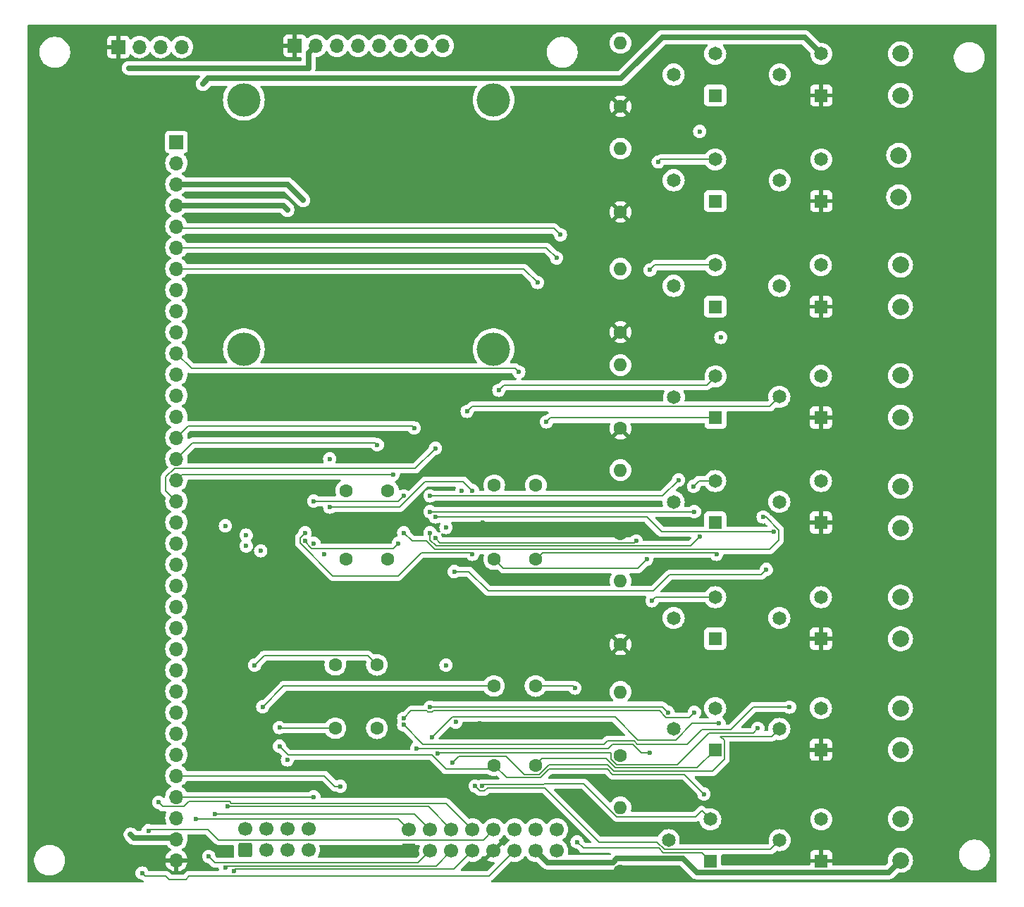
<source format=gbr>
%TF.GenerationSoftware,KiCad,Pcbnew,8.0.8*%
%TF.CreationDate,2025-02-19T17:07:23+00:00*%
%TF.ProjectId,MEMLSensorBoard,4d454d4c-5365-46e7-936f-72426f617264,rev?*%
%TF.SameCoordinates,Original*%
%TF.FileFunction,Copper,L3,Inr*%
%TF.FilePolarity,Positive*%
%FSLAX46Y46*%
G04 Gerber Fmt 4.6, Leading zero omitted, Abs format (unit mm)*
G04 Created by KiCad (PCBNEW 8.0.8) date 2025-02-19 17:07:23*
%MOMM*%
%LPD*%
G01*
G04 APERTURE LIST*
G04 Aperture macros list*
%AMRoundRect*
0 Rectangle with rounded corners*
0 $1 Rounding radius*
0 $2 $3 $4 $5 $6 $7 $8 $9 X,Y pos of 4 corners*
0 Add a 4 corners polygon primitive as box body*
4,1,4,$2,$3,$4,$5,$6,$7,$8,$9,$2,$3,0*
0 Add four circle primitives for the rounded corners*
1,1,$1+$1,$2,$3*
1,1,$1+$1,$4,$5*
1,1,$1+$1,$6,$7*
1,1,$1+$1,$8,$9*
0 Add four rect primitives between the rounded corners*
20,1,$1+$1,$2,$3,$4,$5,0*
20,1,$1+$1,$4,$5,$6,$7,0*
20,1,$1+$1,$6,$7,$8,$9,0*
20,1,$1+$1,$8,$9,$2,$3,0*%
G04 Aperture macros list end*
%TA.AperFunction,ComponentPad*%
%ADD10R,1.650000X1.650000*%
%TD*%
%TA.AperFunction,ComponentPad*%
%ADD11C,1.650000*%
%TD*%
%TA.AperFunction,ComponentPad*%
%ADD12C,1.600000*%
%TD*%
%TA.AperFunction,ComponentPad*%
%ADD13O,1.600000X1.600000*%
%TD*%
%TA.AperFunction,ComponentPad*%
%ADD14C,2.000000*%
%TD*%
%TA.AperFunction,WasherPad*%
%ADD15C,4.000000*%
%TD*%
%TA.AperFunction,ComponentPad*%
%ADD16R,1.700000X1.700000*%
%TD*%
%TA.AperFunction,ComponentPad*%
%ADD17O,1.700000X1.700000*%
%TD*%
%TA.AperFunction,ComponentPad*%
%ADD18RoundRect,0.250000X0.600000X-0.600000X0.600000X0.600000X-0.600000X0.600000X-0.600000X-0.600000X0*%
%TD*%
%TA.AperFunction,ComponentPad*%
%ADD19C,1.700000*%
%TD*%
%TA.AperFunction,ViaPad*%
%ADD20C,0.600000*%
%TD*%
%TA.AperFunction,Conductor*%
%ADD21C,0.200000*%
%TD*%
%TA.AperFunction,Conductor*%
%ADD22C,0.700000*%
%TD*%
G04 APERTURE END LIST*
D10*
%TO.N,GND*%
%TO.C,RV11*%
X212050000Y-97828998D03*
D11*
%TO.N,Net-(U3B-+)*%
X207050000Y-95328998D03*
%TO.N,/+3V3_SIG*%
X212050000Y-92828998D03*
%TD*%
D10*
%TO.N,GND*%
%TO.C,RV5*%
X212050000Y-57902996D03*
D11*
%TO.N,Net-(U2C-+)*%
X207050000Y-55402996D03*
%TO.N,/+3V3_SIG*%
X212050000Y-52902996D03*
%TD*%
D12*
%TO.N,Net-(U2C--)*%
%TO.C,C7*%
X177800000Y-88265000D03*
%TO.N,/multiplex_A2*%
X172800000Y-88265000D03*
%TD*%
%TO.N,GND*%
%TO.C,R3*%
X187960000Y-46512996D03*
D13*
%TO.N,Net-(J3-Pin_2)*%
X187960000Y-38892996D03*
%TD*%
D12*
%TO.N,Net-(U2B--)*%
%TO.C,C6*%
X155020000Y-88265000D03*
%TO.N,/multiplex_A1*%
X160020000Y-88265000D03*
%TD*%
D14*
%TO.N,/+3V3_SIG*%
%TO.C,J9*%
X221615000Y-124460000D03*
%TO.N,Net-(J9-Pin_2)*%
X221615000Y-119458998D03*
%TD*%
D15*
%TO.N,*%
%TO.C,U1*%
X142720000Y-33020000D03*
X142720000Y-63020000D03*
X172720000Y-33020000D03*
X172720000Y-63020000D03*
D16*
%TO.N,GND*%
X148845000Y-26520000D03*
D17*
%TO.N,+3.3V*%
X151385000Y-26520000D03*
%TO.N,Net-(J1-Pin_32)*%
X153925000Y-26520000D03*
%TO.N,Net-(J1-Pin_31)*%
X156465000Y-26520000D03*
%TO.N,Net-(J1-Pin_16)*%
X159005000Y-26520000D03*
%TO.N,Net-(J1-Pin_17)*%
X161545000Y-26520000D03*
%TO.N,Net-(J1-Pin_15)*%
X164085000Y-26520000D03*
%TO.N,Net-(J1-Pin_18)*%
X166625000Y-26520000D03*
%TD*%
D10*
%TO.N,GND*%
%TO.C,RV13*%
X212050000Y-111163998D03*
D11*
%TO.N,Net-(U3C-+)*%
X207050000Y-108663998D03*
%TO.N,/+3V3_SIG*%
X212050000Y-106163998D03*
%TD*%
D12*
%TO.N,Net-(U2A--)*%
%TO.C,C5*%
X160020000Y-80010000D03*
%TO.N,/multiplex_A0*%
X155020000Y-80010000D03*
%TD*%
D14*
%TO.N,/+3V3_SIG*%
%TO.C,J5*%
X221615000Y-71198998D03*
%TO.N,Net-(J5-Pin_2)*%
X221615000Y-66197996D03*
%TD*%
D12*
%TO.N,GND*%
%TO.C,R7*%
X187960000Y-72547996D03*
D13*
%TO.N,Net-(J5-Pin_2)*%
X187960000Y-64927996D03*
%TD*%
D10*
%TO.N,GND*%
%TO.C,RV1*%
X212090000Y-32502996D03*
D11*
%TO.N,Net-(U2A-+)*%
X207090000Y-30002996D03*
%TO.N,/+3V3_SIG*%
X212090000Y-27502996D03*
%TD*%
D14*
%TO.N,/+3V3_SIG*%
%TO.C,J2*%
X221615000Y-32503497D03*
%TO.N,Net-(J2-Pin_2)*%
X221615000Y-27502495D03*
%TD*%
%TO.N,/+3V3_SIG*%
%TO.C,J7*%
X221615000Y-97829499D03*
%TO.N,Net-(J7-Pin_2)*%
X221615000Y-92828497D03*
%TD*%
D10*
%TO.N,Net-(U3B--)*%
%TO.C,RV12*%
X199350000Y-97828998D03*
D11*
%TO.N,Net-(R22-Pad2)*%
X194350000Y-95328998D03*
%TO.N,/multiplex_A5*%
X199350000Y-92828998D03*
%TD*%
D16*
%TO.N,Net-(J1--12V)*%
%TO.C,J1*%
X134620000Y-38100000D03*
D17*
%TO.N,Net-(J1-+12V)*%
X134620000Y-40640000D03*
%TO.N,/+3V3_SIG*%
X134620000Y-43180000D03*
%TO.N,+5V*%
X134620000Y-45720000D03*
%TO.N,Net-(J1-Pin_5)*%
X134620000Y-48260000D03*
%TO.N,Net-(J1-Pin_6)*%
X134620000Y-50800000D03*
%TO.N,Net-(J1-Pin_7)*%
X134620000Y-53340000D03*
%TO.N,/ADC0*%
X134620000Y-55880000D03*
%TO.N,unconnected-(J1-Pin_9-Pad9)*%
X134620000Y-58420000D03*
%TO.N,unconnected-(J1-Pin_10-Pad10)*%
X134620000Y-60960000D03*
%TO.N,Net-(J1-Pin_11)*%
X134620000Y-63500000D03*
%TO.N,Net-(J1-Pin_12)*%
X134620000Y-66040000D03*
%TO.N,Net-(J1-Pin_13)*%
X134620000Y-68580000D03*
%TO.N,Net-(J1-Pin_14)*%
X134620000Y-71120000D03*
%TO.N,Net-(J1-Pin_15)*%
X134620000Y-73660000D03*
%TO.N,Net-(J1-Pin_16)*%
X134620000Y-76200000D03*
%TO.N,Net-(J1-Pin_17)*%
X134620000Y-78740000D03*
%TO.N,Net-(J1-Pin_18)*%
X134620000Y-81280000D03*
%TO.N,/multiplex_S2*%
X134620000Y-83820000D03*
%TO.N,/multiplex_S1*%
X134620000Y-86360000D03*
%TO.N,/multiplex_S0*%
X134620000Y-88900000D03*
%TO.N,Net-(J1-Pin_22)*%
X134620000Y-91440000D03*
%TO.N,Net-(J1-Pin_23)*%
X134620000Y-93980000D03*
%TO.N,Net-(J1-Pin_24)*%
X134620000Y-96520000D03*
%TO.N,unconnected-(J1-Pin_25-Pad25)*%
X134620000Y-99060000D03*
%TO.N,/IO_2*%
X134620000Y-101600000D03*
%TO.N,/IO_1*%
X134620000Y-104140000D03*
%TO.N,Net-(J1-Pin_28)*%
X134620000Y-106680000D03*
%TO.N,Net-(J1-Pin_29)*%
X134620000Y-109220000D03*
%TO.N,Net-(J1-Pin_30)*%
X134620000Y-111760000D03*
%TO.N,Net-(J1-Pin_31)*%
X134620000Y-114300000D03*
%TO.N,Net-(J1-Pin_32)*%
X134620000Y-116840000D03*
%TO.N,unconnected-(J1-Pin_33-Pad33)*%
X134620000Y-119380000D03*
%TO.N,+3.3V*%
X134620000Y-121920000D03*
%TO.N,GND*%
X134620000Y-124460000D03*
%TD*%
D12*
%TO.N,Net-(U2D--)*%
%TO.C,C8*%
X177800000Y-79375000D03*
%TO.N,/multiplex_A3*%
X172800000Y-79375000D03*
%TD*%
D10*
%TO.N,Net-(U2D--)*%
%TO.C,RV8*%
X199390000Y-71277996D03*
D11*
%TO.N,Net-(R20-Pad2)*%
X194390000Y-68777996D03*
%TO.N,/multiplex_A3*%
X199390000Y-66277996D03*
%TD*%
D12*
%TO.N,GND*%
%TO.C,R13*%
X187960000Y-111838998D03*
D13*
%TO.N,Net-(J8-Pin_2)*%
X187960000Y-104218998D03*
%TD*%
D12*
%TO.N,Net-(U3A--)*%
%TO.C,C9*%
X153710000Y-100965000D03*
%TO.N,/multiplex_A4*%
X158710000Y-100965000D03*
%TD*%
%TO.N,Net-(U3C--)*%
%TO.C,C11*%
X177760000Y-113030000D03*
%TO.N,/multiplex_A6*%
X172760000Y-113030000D03*
%TD*%
%TO.N,GND*%
%TO.C,R9*%
X187960000Y-85168998D03*
D13*
%TO.N,Net-(J6-Pin_2)*%
X187960000Y-77548998D03*
%TD*%
D18*
%TO.N,/IO_1*%
%TO.C,J10*%
X142875000Y-123190000D03*
D19*
X142875000Y-120650000D03*
%TO.N,/IO_2*%
X145415000Y-123190000D03*
X145415000Y-120650000D03*
%TO.N,Net-(D1-A)*%
X147954999Y-123190000D03*
X147955000Y-120650000D03*
%TO.N,GND*%
X150495000Y-123190000D03*
X150495000Y-120650000D03*
%TD*%
D10*
%TO.N,GND*%
%TO.C,RV9*%
X212050000Y-83858998D03*
D11*
%TO.N,Net-(U3A-+)*%
X207050000Y-81358998D03*
%TO.N,/+3V3_SIG*%
X212050000Y-78858998D03*
%TD*%
D14*
%TO.N,/+3V3_SIG*%
%TO.C,J8*%
X221615000Y-111164499D03*
%TO.N,Net-(J8-Pin_2)*%
X221615000Y-106163497D03*
%TD*%
D12*
%TO.N,Net-(U3B--)*%
%TO.C,C10*%
X158710000Y-108585000D03*
%TO.N,/multiplex_A5*%
X153710000Y-108585000D03*
%TD*%
D10*
%TO.N,GND*%
%TO.C,RV7*%
X212050000Y-71237996D03*
D11*
%TO.N,Net-(U2D-+)*%
X207050000Y-68737996D03*
%TO.N,/+3V3_SIG*%
X212050000Y-66237996D03*
%TD*%
D10*
%TO.N,GND*%
%TO.C,RV3*%
X212090000Y-45202996D03*
D11*
%TO.N,Net-(U2B-+)*%
X207090000Y-42702996D03*
%TO.N,/+3V3_SIG*%
X212090000Y-40202996D03*
%TD*%
D10*
%TO.N,Net-(U2C--)*%
%TO.C,RV6*%
X199350000Y-57902996D03*
D11*
%TO.N,Net-(R19-Pad2)*%
X194350000Y-55402996D03*
%TO.N,/multiplex_A2*%
X199350000Y-52902996D03*
%TD*%
D12*
%TO.N,GND*%
%TO.C,R1*%
X187960000Y-33812996D03*
D13*
%TO.N,Net-(J2-Pin_2)*%
X187960000Y-26192996D03*
%TD*%
D10*
%TO.N,Net-(U3A--)*%
%TO.C,RV10*%
X199350000Y-83858998D03*
D11*
%TO.N,Net-(R21-Pad2)*%
X194350000Y-81358998D03*
%TO.N,/multiplex_A4*%
X199350000Y-78858998D03*
%TD*%
D10*
%TO.N,Net-(U2B--)*%
%TO.C,RV4*%
X199350000Y-45202996D03*
D11*
%TO.N,Net-(R18-Pad2)*%
X194350000Y-42702996D03*
%TO.N,/multiplex_A1*%
X199350000Y-40202996D03*
%TD*%
D10*
%TO.N,Net-(U3D--)*%
%TO.C,RV16*%
X198755000Y-124538998D03*
D11*
%TO.N,Net-(R24-Pad2)*%
X193755000Y-122038998D03*
%TO.N,/multiplex_A7*%
X198755000Y-119538998D03*
%TD*%
D10*
%TO.N,Net-(U3C--)*%
%TO.C,RV14*%
X199350000Y-111163998D03*
D11*
%TO.N,Net-(R23-Pad2)*%
X194350000Y-108663998D03*
%TO.N,/multiplex_A6*%
X199350000Y-106163998D03*
%TD*%
D12*
%TO.N,GND*%
%TO.C,R11*%
X187960000Y-98503998D03*
D13*
%TO.N,Net-(J7-Pin_2)*%
X187960000Y-90883998D03*
%TD*%
D16*
%TO.N,GND*%
%TO.C,J12*%
X127635000Y-26670000D03*
D17*
%TO.N,+5V*%
X130175000Y-26670000D03*
%TO.N,Net-(J1-+12V)*%
X132714999Y-26670000D03*
%TO.N,Net-(J1--12V)*%
X135255000Y-26670000D03*
%TD*%
D10*
%TO.N,GND*%
%TO.C,RV15*%
X212090000Y-124538998D03*
D11*
%TO.N,Net-(U3D-+)*%
X207090000Y-122038998D03*
%TO.N,/+3V3_SIG*%
X212090000Y-119538998D03*
%TD*%
D12*
%TO.N,GND*%
%TO.C,R15*%
X187960000Y-125730000D03*
D13*
%TO.N,Net-(J9-Pin_2)*%
X187960000Y-118110000D03*
%TD*%
D14*
%TO.N,/+3V3_SIG*%
%TO.C,J3*%
X221397000Y-44701497D03*
%TO.N,Net-(J3-Pin_2)*%
X221397000Y-39700495D03*
%TD*%
D18*
%TO.N,GND*%
%TO.C,J11*%
X162560000Y-123307500D03*
D19*
%TO.N,Net-(J1-Pin_30)*%
X162560000Y-120767500D03*
%TO.N,Net-(J1-Pin_29)*%
X165100000Y-123307500D03*
%TO.N,Net-(J1-Pin_28)*%
X165100000Y-120767500D03*
%TO.N,Net-(J1-Pin_24)*%
X167640000Y-123307500D03*
%TO.N,Net-(J1-Pin_23)*%
X167640000Y-120767500D03*
%TO.N,Net-(J1-Pin_22)*%
X170180000Y-123307500D03*
%TO.N,Net-(J1-Pin_14)*%
X170180000Y-120767500D03*
%TO.N,GND*%
X172720000Y-123307500D03*
%TO.N,Net-(J1-Pin_13)*%
X172720000Y-120767500D03*
%TO.N,Net-(J1-Pin_12)*%
X175260000Y-123307500D03*
%TO.N,Net-(J1-Pin_11)*%
X175260000Y-120767500D03*
%TO.N,/+3V3_SIG*%
X177800000Y-123307500D03*
%TO.N,Net-(J1-Pin_7)*%
X177800000Y-120767500D03*
%TO.N,Net-(J1-Pin_6)*%
X180340000Y-123307500D03*
%TO.N,Net-(J1-Pin_5)*%
X180340000Y-120767500D03*
%TD*%
D12*
%TO.N,GND*%
%TO.C,R5*%
X187960000Y-60960000D03*
D13*
%TO.N,Net-(J4-Pin_2)*%
X187960000Y-53340000D03*
%TD*%
D12*
%TO.N,Net-(U3D--)*%
%TO.C,C12*%
X177760000Y-103505000D03*
%TO.N,/multiplex_A7*%
X172760000Y-103505000D03*
%TD*%
D14*
%TO.N,/+3V3_SIG*%
%TO.C,J6*%
X221615000Y-84494499D03*
%TO.N,Net-(J6-Pin_2)*%
X221615000Y-79493497D03*
%TD*%
D10*
%TO.N,Net-(U2A--)*%
%TO.C,RV2*%
X199350000Y-32502996D03*
D11*
%TO.N,Net-(R17-Pad2)*%
X194350000Y-30002996D03*
%TO.N,/multiplex_A0*%
X199350000Y-27502996D03*
%TD*%
D14*
%TO.N,/+3V3_SIG*%
%TO.C,J4*%
X221615000Y-57903497D03*
%TO.N,Net-(J4-Pin_2)*%
X221615000Y-52902495D03*
%TD*%
D20*
%TO.N,GND*%
X171060000Y-108000000D03*
X179250000Y-109250000D03*
X171450000Y-83820000D03*
%TO.N,/+3V3_SIG*%
X149860000Y-45085000D03*
X167005000Y-84455000D03*
X153035000Y-76200000D03*
X137795000Y-31115000D03*
X167005000Y-101000000D03*
%TO.N,Net-(J1-Pin_23)*%
X140750000Y-118000000D03*
%TO.N,Net-(J1-Pin_7)*%
X178000000Y-55000000D03*
%TO.N,Net-(J1-Pin_5)*%
X180750000Y-49250000D03*
%TO.N,Net-(J1-Pin_24)*%
X140500000Y-125350000D03*
%TO.N,Net-(J1-Pin_17)*%
X160655000Y-78076304D03*
%TO.N,Net-(J1-Pin_28)*%
X139250000Y-118900000D03*
%TO.N,Net-(J1-Pin_18)*%
X165735000Y-74930000D03*
%TO.N,Net-(J1-Pin_12)*%
X130500000Y-126000000D03*
%TO.N,Net-(J1-Pin_32)*%
X151130000Y-116840000D03*
%TO.N,Net-(J1-Pin_15)*%
X163195000Y-72500000D03*
%TO.N,Net-(J1-Pin_30)*%
X137000000Y-119500000D03*
%TO.N,Net-(J1-Pin_11)*%
X175750000Y-65750000D03*
%TO.N,Net-(J1-Pin_22)*%
X141500000Y-125750000D03*
%TO.N,Net-(J1-Pin_16)*%
X158750000Y-74500000D03*
%TO.N,Net-(J1-Pin_13)*%
X131250000Y-120900000D03*
%TO.N,Net-(J1-Pin_29)*%
X138500000Y-124000000D03*
%TO.N,Net-(J1-Pin_31)*%
X154305000Y-115570000D03*
%TO.N,+3.3V*%
X128905000Y-29210000D03*
X129125000Y-121375000D03*
%TO.N,Net-(J1-Pin_14)*%
X132500000Y-117500000D03*
%TO.N,Net-(J1-Pin_6)*%
X180299265Y-52049265D03*
%TO.N,Net-(U2A--)*%
X196850000Y-82550000D03*
X197485000Y-36830000D03*
X165100000Y-82550000D03*
%TO.N,Net-(U2B--)*%
X165100000Y-85090000D03*
X197485000Y-85583998D03*
%TO.N,Net-(U2C--)*%
X200025000Y-61595000D03*
X199500000Y-87668998D03*
%TO.N,Net-(U2D--)*%
X179070000Y-71755000D03*
%TO.N,Net-(U3A--)*%
X161925000Y-107388733D03*
X196850000Y-106680000D03*
%TO.N,Net-(U3B--)*%
X199827397Y-108021133D03*
X165325735Y-109674265D03*
%TO.N,Net-(U3D--)*%
X182500000Y-103750000D03*
X182750000Y-122250000D03*
%TO.N,Net-(U2A-+)*%
X206375000Y-84983998D03*
X165735000Y-83185000D03*
%TO.N,/multiplex_A0*%
X151130000Y-81280000D03*
X151130000Y-86360000D03*
X194945000Y-78740000D03*
X161925000Y-80645000D03*
X165100000Y-80645000D03*
%TO.N,Net-(U2B-+)*%
X205105000Y-83185000D03*
X161925000Y-85090000D03*
%TO.N,/multiplex_A1*%
X165735000Y-85725000D03*
X189865000Y-86068998D03*
X161290000Y-86360000D03*
X150075000Y-86070000D03*
X192500000Y-40500000D03*
%TO.N,Net-(U2C-+)*%
X168000000Y-89750000D03*
X205500000Y-89500000D03*
%TO.N,/multiplex_A2*%
X191135000Y-88265000D03*
X191500000Y-53500000D03*
X170180000Y-87668998D03*
X150075000Y-85090000D03*
%TO.N,Net-(U2D-+)*%
X169545000Y-70485000D03*
X168910000Y-80010000D03*
%TO.N,/multiplex_A3*%
X173355000Y-67945000D03*
X152400000Y-87630000D03*
X153035000Y-82000000D03*
X170180000Y-80010000D03*
%TO.N,Net-(U3A-+)*%
X208280000Y-106045000D03*
X161925000Y-108188736D03*
%TO.N,/multiplex_A4*%
X196750000Y-79500000D03*
X193675000Y-106680000D03*
X144000000Y-101000000D03*
X165100000Y-106045000D03*
X140500000Y-84250000D03*
%TO.N,Net-(U3B-+)*%
X166000000Y-111600000D03*
X204470000Y-108585000D03*
%TO.N,/multiplex_A5*%
X144750000Y-87250000D03*
X191500000Y-111500000D03*
X191750000Y-93250000D03*
X147000000Y-108500000D03*
X163500000Y-111000000D03*
%TO.N,Net-(U3C-+)*%
X167750000Y-112750000D03*
%TO.N,/multiplex_A6*%
X198000000Y-116500000D03*
X147000000Y-110750000D03*
X143000000Y-85370000D03*
%TO.N,Net-(U3D-+)*%
X168174265Y-107850000D03*
X170500000Y-115530000D03*
%TO.N,/multiplex_A7*%
X143000000Y-86670000D03*
X145000000Y-106000000D03*
X171350000Y-115530000D03*
%TO.N,+5V*%
X147955000Y-46250000D03*
X147955000Y-112395000D03*
%TD*%
D21*
%TO.N,Net-(J1-Pin_12)*%
X130500000Y-126000000D02*
X130850000Y-126350000D01*
X133350000Y-126350000D02*
X133750000Y-126750000D01*
X135750000Y-126750000D02*
X136150000Y-126350000D01*
X130850000Y-126350000D02*
X133350000Y-126350000D01*
X133750000Y-126750000D02*
X135750000Y-126750000D01*
X136150000Y-126350000D02*
X172217500Y-126350000D01*
X172217500Y-126350000D02*
X175260000Y-123307500D01*
D22*
%TO.N,/+3V3_SIG*%
X187530811Y-124250000D02*
X195500000Y-124250000D01*
X220161002Y-125913998D02*
X221615000Y-124460000D01*
X195500000Y-124250000D02*
X197163998Y-125913998D01*
X147955000Y-43180000D02*
X149860000Y-45085000D01*
X179200000Y-124707500D02*
X187073311Y-124707500D01*
X197163998Y-125913998D02*
X220161002Y-125913998D01*
X138440000Y-30470000D02*
X188030000Y-30470000D01*
X134620000Y-43180000D02*
X147955000Y-43180000D01*
X177800000Y-123307500D02*
X179200000Y-124707500D01*
X188030000Y-30470000D02*
X193000000Y-25500000D01*
X137795000Y-31115000D02*
X138440000Y-30470000D01*
X193000000Y-25500000D02*
X210087004Y-25500000D01*
X187073311Y-124707500D02*
X187530811Y-124250000D01*
X210087004Y-25500000D02*
X212090000Y-27502996D01*
D21*
%TO.N,Net-(J1-Pin_23)*%
X164872500Y-118000000D02*
X167640000Y-120767500D01*
X140750000Y-118000000D02*
X164872500Y-118000000D01*
%TO.N,Net-(J1-Pin_7)*%
X176340000Y-53340000D02*
X178000000Y-55000000D01*
X134620000Y-53340000D02*
X176340000Y-53340000D01*
%TO.N,Net-(J1-Pin_5)*%
X134860000Y-48500000D02*
X134620000Y-48260000D01*
X180750000Y-49250000D02*
X180000000Y-48500000D01*
X180000000Y-48500000D02*
X134860000Y-48500000D01*
%TO.N,Net-(J1-Pin_24)*%
X165797500Y-125150000D02*
X167640000Y-123307500D01*
X140700000Y-125150000D02*
X165797500Y-125150000D01*
X140500000Y-125350000D02*
X140700000Y-125150000D01*
%TO.N,Net-(J1-Pin_17)*%
X135283696Y-78076304D02*
X134620000Y-78740000D01*
X160655000Y-78076304D02*
X135283696Y-78076304D01*
%TO.N,Net-(J1-Pin_28)*%
X139250000Y-118900000D02*
X163232500Y-118900000D01*
X163232500Y-118900000D02*
X165100000Y-120767500D01*
%TO.N,Net-(J1-Pin_18)*%
X133350000Y-80010000D02*
X134620000Y-81280000D01*
X165735000Y-74930000D02*
X163315000Y-77350000D01*
X133350000Y-78383654D02*
X133350000Y-80010000D01*
X134383654Y-77350000D02*
X133350000Y-78383654D01*
X163315000Y-77350000D02*
X134383654Y-77350000D01*
%TO.N,Net-(J1-Pin_32)*%
X151130000Y-116840000D02*
X134620000Y-116840000D01*
%TO.N,Net-(J1-Pin_15)*%
X163195000Y-72500000D02*
X162945000Y-72250000D01*
X136030000Y-72250000D02*
X134620000Y-73660000D01*
X162945000Y-72250000D02*
X136030000Y-72250000D01*
%TO.N,Net-(J1-Pin_30)*%
X137000000Y-119500000D02*
X161292500Y-119500000D01*
X161292500Y-119500000D02*
X162560000Y-120767500D01*
%TO.N,Net-(J1-Pin_11)*%
X134620000Y-63500000D02*
X136440000Y-65320000D01*
X136440000Y-65320000D02*
X175320000Y-65320000D01*
X175320000Y-65320000D02*
X175750000Y-65750000D01*
%TO.N,Net-(J1-Pin_22)*%
X141500000Y-125750000D02*
X141700000Y-125550000D01*
X141700000Y-125550000D02*
X167937500Y-125550000D01*
X167937500Y-125550000D02*
X170180000Y-123307500D01*
%TO.N,Net-(J1-Pin_16)*%
X158500000Y-74250000D02*
X136570000Y-74250000D01*
X136570000Y-74250000D02*
X134620000Y-76200000D01*
X158750000Y-74500000D02*
X158500000Y-74250000D01*
%TO.N,Net-(J1-Pin_13)*%
X131250000Y-120900000D02*
X131380000Y-120770000D01*
X171487500Y-122000000D02*
X172720000Y-120767500D01*
X139651471Y-122000000D02*
X171487500Y-122000000D01*
X138421471Y-120770000D02*
X139651471Y-122000000D01*
X131380000Y-120770000D02*
X138421471Y-120770000D01*
%TO.N,Net-(J1-Pin_29)*%
X139250000Y-124750000D02*
X163657500Y-124750000D01*
X163657500Y-124750000D02*
X165100000Y-123307500D01*
X138500000Y-124000000D02*
X139250000Y-124750000D01*
%TO.N,Net-(J1-Pin_31)*%
X153670000Y-115570000D02*
X152400000Y-114300000D01*
X152400000Y-114300000D02*
X134620000Y-114300000D01*
X154305000Y-115570000D02*
X153670000Y-115570000D01*
D22*
%TO.N,+3.3V*%
X150495000Y-29210000D02*
X128905000Y-29210000D01*
X134450000Y-121750000D02*
X134620000Y-121920000D01*
X150495000Y-27410000D02*
X151385000Y-26520000D01*
X150495000Y-29210000D02*
X150495000Y-27410000D01*
X129500000Y-121750000D02*
X134450000Y-121750000D01*
X129125000Y-121375000D02*
X129500000Y-121750000D01*
D21*
%TO.N,Net-(J1-Pin_14)*%
X135500000Y-118000000D02*
X133000000Y-118000000D01*
X136100000Y-117400000D02*
X135500000Y-118000000D01*
X141198529Y-117600000D02*
X140998529Y-117400000D01*
X167012500Y-117600000D02*
X141198529Y-117600000D01*
X133000000Y-118000000D02*
X132500000Y-117500000D01*
X170180000Y-120767500D02*
X167012500Y-117600000D01*
X140998529Y-117400000D02*
X136100000Y-117400000D01*
%TO.N,Net-(J1-Pin_6)*%
X134620000Y-50800000D02*
X179050000Y-50800000D01*
X179050000Y-50800000D02*
X180299265Y-52049265D01*
%TO.N,Net-(U2A--)*%
X196850000Y-82550000D02*
X165100000Y-82550000D01*
%TO.N,Net-(U2B--)*%
X196400000Y-86668998D02*
X165830469Y-86668998D01*
X165100000Y-85938529D02*
X165100000Y-85090000D01*
X165830469Y-86668998D02*
X165100000Y-85938529D01*
X197485000Y-85583998D02*
X196400000Y-86668998D01*
%TO.N,Net-(U2C--)*%
X178596002Y-87468998D02*
X177800000Y-88265000D01*
X199300000Y-87468998D02*
X178596002Y-87468998D01*
X199500000Y-87668998D02*
X199300000Y-87468998D01*
%TO.N,Net-(U2D--)*%
X179547004Y-71277996D02*
X179070000Y-71755000D01*
X199390000Y-71277996D02*
X179547004Y-71277996D01*
%TO.N,Net-(U3A--)*%
X196250000Y-107280000D02*
X196850000Y-106680000D01*
X165348529Y-106645000D02*
X165493529Y-106500000D01*
X161925000Y-107388733D02*
X162813733Y-106500000D01*
X165493529Y-106500000D02*
X192646471Y-106500000D01*
X162813733Y-106500000D02*
X164706471Y-106500000D01*
X193426471Y-107280000D02*
X196250000Y-107280000D01*
X164851471Y-106645000D02*
X165348529Y-106645000D01*
X164706471Y-106500000D02*
X164851471Y-106645000D01*
X192646471Y-106500000D02*
X193426471Y-107280000D01*
%TO.N,Net-(U3B--)*%
X194604989Y-110000000D02*
X196583856Y-108021133D01*
X165325735Y-109674265D02*
X167750000Y-107250000D01*
X167750000Y-107250000D02*
X187315686Y-107250000D01*
X190065686Y-110000000D02*
X194604989Y-110000000D01*
X187315686Y-107250000D02*
X190065686Y-110000000D01*
X196583856Y-108021133D02*
X199827397Y-108021133D01*
%TO.N,Net-(U3C--)*%
X197175000Y-113338998D02*
X187338679Y-113338998D01*
X186249681Y-112250000D02*
X178540000Y-112250000D01*
X178540000Y-112250000D02*
X177760000Y-113030000D01*
X199350000Y-111163998D02*
X197175000Y-113338998D01*
X187338679Y-113338998D02*
X186249681Y-112250000D01*
%TO.N,Net-(U3D--)*%
X182500000Y-103750000D02*
X182255000Y-103505000D01*
X192559325Y-123000000D02*
X193123323Y-123563998D01*
X197780000Y-123563998D02*
X198755000Y-124538998D01*
X193123323Y-123563998D02*
X197780000Y-123563998D01*
X182255000Y-103505000D02*
X177760000Y-103505000D01*
X182750000Y-122250000D02*
X183500000Y-123000000D01*
X183500000Y-123000000D02*
X192559325Y-123000000D01*
%TO.N,Net-(U2A-+)*%
X191135000Y-83185000D02*
X165735000Y-83185000D01*
X192933998Y-84983998D02*
X191135000Y-83185000D01*
X206375000Y-84983998D02*
X192933998Y-84983998D01*
%TO.N,/multiplex_A0*%
X193040000Y-80645000D02*
X165100000Y-80645000D01*
X161290000Y-81280000D02*
X151130000Y-81280000D01*
X194945000Y-78740000D02*
X193040000Y-80645000D01*
X161925000Y-80645000D02*
X161290000Y-81280000D01*
%TO.N,Net-(U2B-+)*%
X207010000Y-85938529D02*
X205879531Y-87068998D01*
X205105000Y-83185000D02*
X205424531Y-83185000D01*
X164675736Y-86079951D02*
X162914951Y-86079951D01*
X162914951Y-86079951D02*
X161925000Y-85090000D01*
X165664783Y-87068998D02*
X164675736Y-86079951D01*
X207010000Y-84770469D02*
X207010000Y-85938529D01*
X205879531Y-87068998D02*
X165664783Y-87068998D01*
X205424531Y-83185000D02*
X207010000Y-84770469D01*
%TO.N,/multiplex_A1*%
X160690000Y-86960000D02*
X150881471Y-86960000D01*
X150881471Y-86960000D02*
X150075000Y-86153529D01*
X192500000Y-40500000D02*
X192797004Y-40202996D01*
X150075000Y-86153529D02*
X150075000Y-86070000D01*
X189865000Y-86068998D02*
X189665000Y-86268998D01*
X161290000Y-86360000D02*
X160690000Y-86960000D01*
X189665000Y-86268998D02*
X166278998Y-86268998D01*
X166278998Y-86268998D02*
X165735000Y-85725000D01*
X192797004Y-40202996D02*
X199350000Y-40202996D01*
%TO.N,Net-(U2C-+)*%
X169760000Y-89750000D02*
X168000000Y-89750000D01*
X191913529Y-92075000D02*
X172085000Y-92075000D01*
X205500000Y-89500000D02*
X204865000Y-90135000D01*
X193853529Y-90135000D02*
X191913529Y-92075000D01*
X204865000Y-90135000D02*
X193853529Y-90135000D01*
X172085000Y-92075000D02*
X169760000Y-89750000D01*
%TO.N,/multiplex_A2*%
X169980000Y-87468998D02*
X164031002Y-87468998D01*
X173900000Y-89365000D02*
X172800000Y-88265000D01*
X149475000Y-86318529D02*
X149475000Y-85690000D01*
X191135000Y-88265000D02*
X190035000Y-89365000D01*
X170180000Y-87668998D02*
X169980000Y-87468998D01*
X190035000Y-89365000D02*
X173900000Y-89365000D01*
X153406471Y-90250000D02*
X149475000Y-86318529D01*
X192097004Y-52902996D02*
X199350000Y-52902996D01*
X191500000Y-53500000D02*
X192097004Y-52902996D01*
X149475000Y-85690000D02*
X150075000Y-85090000D01*
X161250000Y-90250000D02*
X153406471Y-90250000D01*
X164031002Y-87468998D02*
X161250000Y-90250000D01*
%TO.N,Net-(U2D-+)*%
X170127004Y-69902996D02*
X169545000Y-70485000D01*
X207050000Y-68737996D02*
X205885000Y-69902996D01*
X205885000Y-69902996D02*
X170127004Y-69902996D01*
%TO.N,/multiplex_A3*%
X198357996Y-67310000D02*
X173990000Y-67310000D01*
X161418529Y-82000000D02*
X164508529Y-78910000D01*
X173990000Y-67310000D02*
X173355000Y-67945000D01*
X164508529Y-78910000D02*
X169080000Y-78910000D01*
X169080000Y-78910000D02*
X170180000Y-80010000D01*
X199390000Y-66277996D02*
X198357996Y-67310000D01*
X153035000Y-82000000D02*
X161418529Y-82000000D01*
%TO.N,Net-(U3A-+)*%
X201250000Y-108750000D02*
X203955000Y-106045000D01*
X190000000Y-110500000D02*
X196000000Y-110500000D01*
X161925000Y-108188736D02*
X164236264Y-110500000D01*
X203955000Y-106045000D02*
X208280000Y-106045000D01*
X196000000Y-110500000D02*
X197750000Y-108750000D01*
X197750000Y-108750000D02*
X201250000Y-108750000D01*
X164236264Y-110500000D02*
X186000000Y-110500000D01*
X189632843Y-110132843D02*
X190000000Y-110500000D01*
X186367157Y-110132843D02*
X189632843Y-110132843D01*
X186000000Y-110500000D02*
X186367157Y-110132843D01*
%TO.N,/multiplex_A4*%
X192995000Y-106000000D02*
X165145000Y-106000000D01*
X196750000Y-79500000D02*
X197391002Y-78858998D01*
X165145000Y-106000000D02*
X165100000Y-106045000D01*
X145135000Y-99865000D02*
X157610000Y-99865000D01*
X193675000Y-106680000D02*
X192995000Y-106000000D01*
X144000000Y-101000000D02*
X145135000Y-99865000D01*
X197391002Y-78858998D02*
X199350000Y-78858998D01*
X157610000Y-99865000D02*
X158710000Y-100965000D01*
%TO.N,Net-(U3B-+)*%
X198600000Y-109150000D02*
X203905000Y-109150000D01*
X194811002Y-112938998D02*
X198600000Y-109150000D01*
X187504365Y-112938998D02*
X194811002Y-112938998D01*
X186860000Y-112294633D02*
X187504365Y-112938998D01*
X186860000Y-111500000D02*
X186860000Y-112294633D01*
X166000000Y-111600000D02*
X166100000Y-111500000D01*
X166100000Y-111500000D02*
X186860000Y-111500000D01*
X203905000Y-109150000D02*
X204470000Y-108585000D01*
%TO.N,/multiplex_A5*%
X186967157Y-110532843D02*
X189467157Y-110532843D01*
X147000000Y-108500000D02*
X147085000Y-108585000D01*
X147085000Y-108585000D02*
X153710000Y-108585000D01*
X190434314Y-111500000D02*
X191500000Y-111500000D01*
X189467157Y-110532843D02*
X190434314Y-111500000D01*
X186500000Y-111000000D02*
X186967157Y-110532843D01*
X192171002Y-92828998D02*
X199350000Y-92828998D01*
X163500000Y-111000000D02*
X186500000Y-111000000D01*
X191750000Y-93250000D02*
X192171002Y-92828998D01*
%TO.N,Net-(U3C-+)*%
X176380000Y-114130000D02*
X174180000Y-111930000D01*
X200475000Y-110038998D02*
X200475000Y-112288998D01*
X178215635Y-114130000D02*
X176380000Y-114130000D01*
X206163998Y-109550000D02*
X199986002Y-109550000D01*
X200475000Y-112288998D02*
X199025000Y-113738998D01*
X199025000Y-113738998D02*
X187172993Y-113738998D01*
X174180000Y-111930000D02*
X168570000Y-111930000D01*
X186433995Y-113000000D02*
X179345635Y-113000000D01*
X199986002Y-109550000D02*
X200475000Y-110038998D01*
X187172993Y-113738998D02*
X186433995Y-113000000D01*
X179345635Y-113000000D02*
X178215635Y-114130000D01*
X207050000Y-108663998D02*
X206163998Y-109550000D01*
X168570000Y-111930000D02*
X167750000Y-112750000D01*
%TO.N,/multiplex_A6*%
X186368309Y-113500000D02*
X179411321Y-113500000D01*
X148045000Y-111795000D02*
X165295000Y-111795000D01*
X147000000Y-110750000D02*
X148045000Y-111795000D01*
X195638998Y-114138998D02*
X187007307Y-114138998D01*
X198000000Y-116500000D02*
X195638998Y-114138998D01*
X178381321Y-114530000D02*
X174260000Y-114530000D01*
X172290000Y-113500000D02*
X172760000Y-113030000D01*
X179411321Y-113500000D02*
X178381321Y-114530000D01*
X174260000Y-114530000D02*
X172760000Y-113030000D01*
X187007307Y-114138998D02*
X186368309Y-113500000D01*
X165295000Y-111795000D02*
X167000000Y-113500000D01*
X167000000Y-113500000D02*
X172290000Y-113500000D01*
%TO.N,Net-(U3D-+)*%
X205965000Y-123163998D02*
X207090000Y-122038998D01*
X170500000Y-115530000D02*
X171100000Y-116130000D01*
X171100000Y-116130000D02*
X171598529Y-116130000D01*
X178850000Y-115750000D02*
X185350000Y-122250000D01*
X185350000Y-122250000D02*
X192375011Y-122250000D01*
X171978529Y-115750000D02*
X178850000Y-115750000D01*
X171598529Y-116130000D02*
X171978529Y-115750000D01*
X193289009Y-123163998D02*
X205965000Y-123163998D01*
X192375011Y-122250000D02*
X193289009Y-123163998D01*
%TO.N,/multiplex_A7*%
X171350000Y-115530000D02*
X171550000Y-115330000D01*
X147495000Y-103505000D02*
X172760000Y-103505000D01*
X145000000Y-106000000D02*
X147495000Y-103505000D01*
X197006002Y-119210000D02*
X197716002Y-118500000D01*
X187504365Y-119210000D02*
X197006002Y-119210000D01*
X197716002Y-118500000D02*
X198755000Y-119538998D01*
X171550000Y-115330000D02*
X178712692Y-115330000D01*
X178712692Y-115330000D02*
X178792692Y-115250000D01*
X183544365Y-115250000D02*
X187504365Y-119210000D01*
X178792692Y-115250000D02*
X183544365Y-115250000D01*
D22*
%TO.N,+5V*%
X147425000Y-45720000D02*
X134620000Y-45720000D01*
X147955000Y-46250000D02*
X147425000Y-45720000D01*
%TD*%
%TA.AperFunction,Conductor*%
%TO.N,GND*%
G36*
X233122539Y-24015185D02*
G01*
X233168294Y-24067989D01*
X233179500Y-24119500D01*
X233179500Y-127010500D01*
X233159815Y-127077539D01*
X233107011Y-127123294D01*
X233055500Y-127134500D01*
X172522481Y-127134500D01*
X172455442Y-127114815D01*
X172409687Y-127062011D01*
X172399743Y-126992853D01*
X172428768Y-126929297D01*
X172460477Y-126903115D01*
X172467493Y-126899063D01*
X172499404Y-126880639D01*
X172586216Y-126830520D01*
X172698020Y-126718716D01*
X172698020Y-126718714D01*
X172708228Y-126708507D01*
X172708229Y-126708504D01*
X174776470Y-124640264D01*
X174837791Y-124606781D01*
X174896242Y-124608172D01*
X174951990Y-124623109D01*
X175024592Y-124642563D01*
X175177020Y-124655899D01*
X175259999Y-124663159D01*
X175260000Y-124663159D01*
X175260001Y-124663159D01*
X175299234Y-124659726D01*
X175495408Y-124642563D01*
X175723663Y-124581403D01*
X175937830Y-124481535D01*
X176131401Y-124345995D01*
X176298495Y-124178901D01*
X176428425Y-123993342D01*
X176483002Y-123949717D01*
X176552500Y-123942523D01*
X176614855Y-123974046D01*
X176631575Y-123993342D01*
X176751419Y-124164498D01*
X176761505Y-124178901D01*
X176928599Y-124345995D01*
X176997406Y-124394174D01*
X177122165Y-124481532D01*
X177122167Y-124481533D01*
X177122170Y-124481535D01*
X177336337Y-124581403D01*
X177564592Y-124642563D01*
X177800000Y-124663159D01*
X177882970Y-124655899D01*
X177951467Y-124669665D01*
X177981457Y-124691746D01*
X178657834Y-125368124D01*
X178657838Y-125368127D01*
X178797132Y-125461201D01*
X178797133Y-125461201D01*
X178797137Y-125461204D01*
X178885339Y-125497738D01*
X178951918Y-125525316D01*
X179116228Y-125557999D01*
X179116232Y-125558000D01*
X179116233Y-125558000D01*
X187157079Y-125558000D01*
X187157080Y-125557999D01*
X187321393Y-125525316D01*
X187387972Y-125497738D01*
X187476174Y-125461204D01*
X187615473Y-125368127D01*
X187846781Y-125136819D01*
X187908104Y-125103334D01*
X187934462Y-125100500D01*
X195096349Y-125100500D01*
X195163388Y-125120185D01*
X195184030Y-125136819D01*
X196621832Y-126574622D01*
X196621840Y-126574628D01*
X196761125Y-126667695D01*
X196761128Y-126667696D01*
X196761136Y-126667702D01*
X196851804Y-126705257D01*
X196915916Y-126731814D01*
X197080226Y-126764497D01*
X197080230Y-126764498D01*
X197080231Y-126764498D01*
X220244770Y-126764498D01*
X220244771Y-126764497D01*
X220299540Y-126753603D01*
X220409076Y-126731816D01*
X220409080Y-126731814D01*
X220409084Y-126731814D01*
X220454417Y-126713035D01*
X220563865Y-126667702D01*
X220703164Y-126574625D01*
X221296950Y-125980837D01*
X221358271Y-125947354D01*
X221405035Y-125946211D01*
X221490665Y-125960500D01*
X221490666Y-125960500D01*
X221739335Y-125960500D01*
X221984614Y-125919571D01*
X222219810Y-125838828D01*
X222438509Y-125720474D01*
X222634744Y-125567738D01*
X222803164Y-125384785D01*
X222939173Y-125176607D01*
X223039063Y-124948881D01*
X223100108Y-124707821D01*
X223103809Y-124663158D01*
X223120643Y-124460005D01*
X223120643Y-124459994D01*
X223100109Y-124212187D01*
X223100107Y-124212175D01*
X223039063Y-123971118D01*
X222939173Y-123743393D01*
X222913248Y-123703711D01*
X228654500Y-123703711D01*
X228654500Y-123946288D01*
X228686161Y-124186785D01*
X228748947Y-124421104D01*
X228835398Y-124629815D01*
X228841776Y-124645212D01*
X228963064Y-124855289D01*
X228963066Y-124855292D01*
X228963067Y-124855293D01*
X229110733Y-125047736D01*
X229110739Y-125047743D01*
X229282256Y-125219260D01*
X229282263Y-125219266D01*
X229353869Y-125274211D01*
X229474711Y-125366936D01*
X229684788Y-125488224D01*
X229908900Y-125581054D01*
X230143211Y-125643838D01*
X230315000Y-125666454D01*
X230383711Y-125675500D01*
X230383712Y-125675500D01*
X230626289Y-125675500D01*
X230695000Y-125666454D01*
X230866789Y-125643838D01*
X231101100Y-125581054D01*
X231325212Y-125488224D01*
X231535289Y-125366936D01*
X231727738Y-125219265D01*
X231899265Y-125047738D01*
X232046936Y-124855289D01*
X232168224Y-124645212D01*
X232261054Y-124421100D01*
X232323838Y-124186789D01*
X232355500Y-123946288D01*
X232355500Y-123703712D01*
X232323838Y-123463211D01*
X232261054Y-123228900D01*
X232168224Y-123004788D01*
X232046936Y-122794711D01*
X231977545Y-122704279D01*
X231899266Y-122602263D01*
X231899260Y-122602256D01*
X231727743Y-122430739D01*
X231727736Y-122430733D01*
X231535293Y-122283067D01*
X231535292Y-122283066D01*
X231535289Y-122283064D01*
X231363661Y-122183974D01*
X231325214Y-122161777D01*
X231325205Y-122161773D01*
X231101104Y-122068947D01*
X230900907Y-122015304D01*
X230866789Y-122006162D01*
X230866788Y-122006161D01*
X230866785Y-122006161D01*
X230626289Y-121974500D01*
X230626288Y-121974500D01*
X230383712Y-121974500D01*
X230383711Y-121974500D01*
X230143214Y-122006161D01*
X229908895Y-122068947D01*
X229684794Y-122161773D01*
X229684785Y-122161777D01*
X229474706Y-122283067D01*
X229282263Y-122430733D01*
X229282256Y-122430739D01*
X229110739Y-122602256D01*
X229110733Y-122602263D01*
X228963067Y-122794706D01*
X228841777Y-123004785D01*
X228841773Y-123004794D01*
X228748947Y-123228895D01*
X228686161Y-123463214D01*
X228654500Y-123703711D01*
X222913248Y-123703711D01*
X222803166Y-123535217D01*
X222756272Y-123484277D01*
X222634744Y-123352262D01*
X222438509Y-123199526D01*
X222438507Y-123199525D01*
X222438506Y-123199524D01*
X222219811Y-123081172D01*
X222219802Y-123081169D01*
X221984616Y-123000429D01*
X221739335Y-122959500D01*
X221490665Y-122959500D01*
X221245383Y-123000429D01*
X221010197Y-123081169D01*
X221010188Y-123081172D01*
X220791493Y-123199524D01*
X220595257Y-123352261D01*
X220426833Y-123535217D01*
X220290826Y-123743393D01*
X220190936Y-123971118D01*
X220129892Y-124212175D01*
X220129890Y-124212187D01*
X220109357Y-124459994D01*
X220109357Y-124460005D01*
X220127785Y-124682399D01*
X220113704Y-124750835D01*
X220091890Y-124780320D01*
X219845032Y-125027179D01*
X219783709Y-125060664D01*
X219757351Y-125063498D01*
X213539000Y-125063498D01*
X213471961Y-125043813D01*
X213426206Y-124991009D01*
X213415000Y-124939498D01*
X213415000Y-124788998D01*
X212580748Y-124788998D01*
X212602518Y-124751290D01*
X212640000Y-124611407D01*
X212640000Y-124466589D01*
X212602518Y-124326706D01*
X212580748Y-124288998D01*
X213415000Y-124288998D01*
X213415000Y-123666170D01*
X213414999Y-123666153D01*
X213408598Y-123606625D01*
X213408596Y-123606618D01*
X213358354Y-123471911D01*
X213358350Y-123471904D01*
X213272190Y-123356810D01*
X213272187Y-123356807D01*
X213157093Y-123270647D01*
X213157086Y-123270643D01*
X213022379Y-123220401D01*
X213022372Y-123220399D01*
X212962844Y-123213998D01*
X212340000Y-123213998D01*
X212340000Y-124048250D01*
X212302292Y-124026480D01*
X212162409Y-123988998D01*
X212017591Y-123988998D01*
X211877708Y-124026480D01*
X211840000Y-124048250D01*
X211840000Y-123213998D01*
X211217155Y-123213998D01*
X211157627Y-123220399D01*
X211157620Y-123220401D01*
X211022913Y-123270643D01*
X211022906Y-123270647D01*
X210907812Y-123356807D01*
X210907809Y-123356810D01*
X210821649Y-123471904D01*
X210821645Y-123471911D01*
X210771403Y-123606618D01*
X210771401Y-123606625D01*
X210765000Y-123666153D01*
X210765000Y-124288998D01*
X211599252Y-124288998D01*
X211577482Y-124326706D01*
X211540000Y-124466589D01*
X211540000Y-124611407D01*
X211577482Y-124751290D01*
X211599252Y-124788998D01*
X210765000Y-124788998D01*
X210765000Y-124939498D01*
X210745315Y-125006537D01*
X210692511Y-125052292D01*
X210641000Y-125063498D01*
X200204500Y-125063498D01*
X200137461Y-125043813D01*
X200091706Y-124991009D01*
X200080500Y-124939498D01*
X200080499Y-123888498D01*
X200100183Y-123821459D01*
X200152987Y-123775704D01*
X200204499Y-123764498D01*
X205878331Y-123764498D01*
X205878347Y-123764499D01*
X205885943Y-123764499D01*
X206044054Y-123764499D01*
X206044057Y-123764499D01*
X206196785Y-123723575D01*
X206246904Y-123694637D01*
X206333716Y-123644518D01*
X206445520Y-123532714D01*
X206445520Y-123532712D01*
X206455728Y-123522505D01*
X206455730Y-123522502D01*
X206626882Y-123351349D01*
X206688203Y-123317866D01*
X206746654Y-123319256D01*
X206858950Y-123349347D01*
X207023985Y-123363785D01*
X207089998Y-123369561D01*
X207090000Y-123369561D01*
X207090002Y-123369561D01*
X207149288Y-123364374D01*
X207321050Y-123349347D01*
X207545079Y-123289318D01*
X207755282Y-123191299D01*
X207945269Y-123058268D01*
X208109270Y-122894267D01*
X208242301Y-122704280D01*
X208340320Y-122494077D01*
X208400349Y-122270048D01*
X208420563Y-122038998D01*
X208418463Y-122015000D01*
X208400349Y-121807953D01*
X208400349Y-121807948D01*
X208340320Y-121583919D01*
X208242301Y-121373717D01*
X208242299Y-121373714D01*
X208242298Y-121373712D01*
X208109273Y-121183733D01*
X208109268Y-121183727D01*
X207945269Y-121019728D01*
X207921248Y-121002908D01*
X207755282Y-120886697D01*
X207545079Y-120788678D01*
X207545076Y-120788677D01*
X207545074Y-120788676D01*
X207321051Y-120728649D01*
X207321044Y-120728648D01*
X207090002Y-120708435D01*
X207089998Y-120708435D01*
X206858955Y-120728648D01*
X206858948Y-120728649D01*
X206634917Y-120788679D01*
X206424718Y-120886697D01*
X206424714Y-120886699D01*
X206234735Y-121019724D01*
X206234729Y-121019729D01*
X206070731Y-121183727D01*
X206070726Y-121183733D01*
X205937701Y-121373712D01*
X205937699Y-121373716D01*
X205839681Y-121583915D01*
X205779651Y-121807946D01*
X205779650Y-121807953D01*
X205759437Y-122038996D01*
X205759437Y-122038999D01*
X205779650Y-122270042D01*
X205779652Y-122270053D01*
X205809739Y-122382341D01*
X205808076Y-122452191D01*
X205777649Y-122502112D01*
X205752587Y-122527176D01*
X205691265Y-122560663D01*
X205664902Y-122563498D01*
X195148319Y-122563498D01*
X195081280Y-122543813D01*
X195035525Y-122491009D01*
X195025581Y-122421851D01*
X195028544Y-122407404D01*
X195034905Y-122383664D01*
X195065349Y-122270048D01*
X195085563Y-122038998D01*
X195083463Y-122015000D01*
X195065349Y-121807953D01*
X195065349Y-121807948D01*
X195005320Y-121583919D01*
X194907301Y-121373717D01*
X194907299Y-121373714D01*
X194907298Y-121373712D01*
X194774273Y-121183733D01*
X194774268Y-121183727D01*
X194610269Y-121019728D01*
X194586248Y-121002908D01*
X194420282Y-120886697D01*
X194210079Y-120788678D01*
X194210076Y-120788677D01*
X194210074Y-120788676D01*
X193986051Y-120728649D01*
X193986044Y-120728648D01*
X193755002Y-120708435D01*
X193754998Y-120708435D01*
X193523955Y-120728648D01*
X193523948Y-120728649D01*
X193299917Y-120788679D01*
X193089718Y-120886697D01*
X193089714Y-120886699D01*
X192899735Y-121019724D01*
X192899729Y-121019729D01*
X192735731Y-121183727D01*
X192735726Y-121183733D01*
X192602701Y-121373712D01*
X192602699Y-121373716D01*
X192507485Y-121577904D01*
X192461313Y-121630343D01*
X192395103Y-121649499D01*
X192288358Y-121649499D01*
X192288342Y-121649500D01*
X185650097Y-121649500D01*
X185583058Y-121629815D01*
X185562416Y-121613181D01*
X180011416Y-116062181D01*
X179977931Y-116000858D01*
X179982915Y-115931166D01*
X180024787Y-115875233D01*
X180090251Y-115850816D01*
X180099097Y-115850500D01*
X183244268Y-115850500D01*
X183311307Y-115870185D01*
X183331948Y-115886818D01*
X187135649Y-119690520D01*
X187135651Y-119690521D01*
X187135655Y-119690524D01*
X187272574Y-119769573D01*
X187272577Y-119769575D01*
X187272581Y-119769577D01*
X187425308Y-119810501D01*
X187425310Y-119810501D01*
X187591019Y-119810501D01*
X187591035Y-119810500D01*
X196919333Y-119810500D01*
X196919349Y-119810501D01*
X196926945Y-119810501D01*
X197085056Y-119810501D01*
X197085059Y-119810501D01*
X197237787Y-119769577D01*
X197276876Y-119747008D01*
X197344775Y-119730535D01*
X197410802Y-119753386D01*
X197453994Y-119808307D01*
X197458652Y-119822301D01*
X197504678Y-119994071D01*
X197504679Y-119994073D01*
X197504680Y-119994077D01*
X197602699Y-120204280D01*
X197735730Y-120394267D01*
X197899731Y-120558268D01*
X198089718Y-120691299D01*
X198299921Y-120789318D01*
X198523950Y-120849347D01*
X198688985Y-120863785D01*
X198754998Y-120869561D01*
X198755000Y-120869561D01*
X198755002Y-120869561D01*
X198812762Y-120864507D01*
X198986050Y-120849347D01*
X199210079Y-120789318D01*
X199420282Y-120691299D01*
X199610269Y-120558268D01*
X199774270Y-120394267D01*
X199907301Y-120204280D01*
X200005320Y-119994077D01*
X200065349Y-119770048D01*
X200085563Y-119538998D01*
X200085563Y-119538996D01*
X210759437Y-119538996D01*
X210759437Y-119538999D01*
X210779650Y-119770042D01*
X210779651Y-119770049D01*
X210839678Y-119994072D01*
X210839679Y-119994074D01*
X210839680Y-119994077D01*
X210937699Y-120204280D01*
X211070730Y-120394267D01*
X211234731Y-120558268D01*
X211424718Y-120691299D01*
X211634921Y-120789318D01*
X211858950Y-120849347D01*
X212023985Y-120863785D01*
X212089998Y-120869561D01*
X212090000Y-120869561D01*
X212090002Y-120869561D01*
X212147762Y-120864507D01*
X212321050Y-120849347D01*
X212545079Y-120789318D01*
X212755282Y-120691299D01*
X212945269Y-120558268D01*
X213109270Y-120394267D01*
X213242301Y-120204280D01*
X213340320Y-119994077D01*
X213400349Y-119770048D01*
X213420563Y-119538998D01*
X213413563Y-119458992D01*
X220109357Y-119458992D01*
X220109357Y-119459003D01*
X220129890Y-119706810D01*
X220129892Y-119706822D01*
X220190936Y-119947879D01*
X220290826Y-120175604D01*
X220426833Y-120383780D01*
X220439682Y-120397738D01*
X220595256Y-120566736D01*
X220791491Y-120719472D01*
X220791493Y-120719473D01*
X221000965Y-120832834D01*
X221010190Y-120837826D01*
X221245386Y-120918569D01*
X221490665Y-120959498D01*
X221739335Y-120959498D01*
X221984614Y-120918569D01*
X222219810Y-120837826D01*
X222438509Y-120719472D01*
X222634744Y-120566736D01*
X222803164Y-120383783D01*
X222939173Y-120175605D01*
X223039063Y-119947879D01*
X223100108Y-119706819D01*
X223100109Y-119706810D01*
X223120643Y-119459003D01*
X223120643Y-119458992D01*
X223100109Y-119211185D01*
X223100107Y-119211173D01*
X223039063Y-118970116D01*
X222939173Y-118742391D01*
X222803166Y-118534215D01*
X222742075Y-118467853D01*
X222634744Y-118351260D01*
X222438509Y-118198524D01*
X222438507Y-118198523D01*
X222438506Y-118198522D01*
X222219811Y-118080170D01*
X222219802Y-118080167D01*
X221984616Y-117999427D01*
X221739335Y-117958498D01*
X221490665Y-117958498D01*
X221245383Y-117999427D01*
X221010197Y-118080167D01*
X221010188Y-118080170D01*
X220791493Y-118198522D01*
X220595257Y-118351259D01*
X220426833Y-118534215D01*
X220290826Y-118742391D01*
X220190936Y-118970116D01*
X220129892Y-119211173D01*
X220129890Y-119211185D01*
X220109357Y-119458992D01*
X213413563Y-119458992D01*
X213400349Y-119307948D01*
X213340320Y-119083919D01*
X213242301Y-118873717D01*
X213242299Y-118873714D01*
X213242298Y-118873712D01*
X213109273Y-118683733D01*
X213109268Y-118683727D01*
X212945269Y-118519728D01*
X212889274Y-118480520D01*
X212755282Y-118386697D01*
X212545079Y-118288678D01*
X212545076Y-118288677D01*
X212545074Y-118288676D01*
X212321051Y-118228649D01*
X212321044Y-118228648D01*
X212090002Y-118208435D01*
X212089998Y-118208435D01*
X211858955Y-118228648D01*
X211858948Y-118228649D01*
X211634917Y-118288679D01*
X211424718Y-118386697D01*
X211424714Y-118386699D01*
X211234735Y-118519724D01*
X211234729Y-118519729D01*
X211070731Y-118683727D01*
X211070726Y-118683733D01*
X210937701Y-118873712D01*
X210937699Y-118873716D01*
X210839681Y-119083915D01*
X210779651Y-119307946D01*
X210779650Y-119307953D01*
X210759437Y-119538996D01*
X200085563Y-119538996D01*
X200065349Y-119307948D01*
X200005320Y-119083919D01*
X199907301Y-118873717D01*
X199907299Y-118873714D01*
X199907298Y-118873712D01*
X199774273Y-118683733D01*
X199774268Y-118683727D01*
X199610269Y-118519728D01*
X199554274Y-118480520D01*
X199420282Y-118386697D01*
X199210079Y-118288678D01*
X199210076Y-118288677D01*
X199210074Y-118288676D01*
X198986051Y-118228649D01*
X198986044Y-118228648D01*
X198755002Y-118208435D01*
X198754998Y-118208435D01*
X198523955Y-118228648D01*
X198523944Y-118228650D01*
X198411655Y-118258738D01*
X198341805Y-118257075D01*
X198291881Y-118226644D01*
X198203592Y-118138355D01*
X198203590Y-118138352D01*
X198084720Y-118019482D01*
X198084718Y-118019480D01*
X197947787Y-117940423D01*
X197795060Y-117899499D01*
X197795059Y-117899499D01*
X197636945Y-117899499D01*
X197484217Y-117940423D01*
X197484216Y-117940423D01*
X197484214Y-117940424D01*
X197452912Y-117958497D01*
X197452911Y-117958498D01*
X197400098Y-117988989D01*
X197347287Y-118019479D01*
X197347284Y-118019481D01*
X196793586Y-118573181D01*
X196732263Y-118606666D01*
X196705905Y-118609500D01*
X189334137Y-118609500D01*
X189267098Y-118589815D01*
X189221343Y-118537011D01*
X189211399Y-118467853D01*
X189214362Y-118453407D01*
X189237055Y-118368713D01*
X189245635Y-118336692D01*
X189265468Y-118110000D01*
X189245635Y-117883308D01*
X189200916Y-117716415D01*
X189186741Y-117663511D01*
X189186738Y-117663502D01*
X189112355Y-117503988D01*
X189090568Y-117457266D01*
X188960047Y-117270861D01*
X188960045Y-117270858D01*
X188799141Y-117109954D01*
X188612734Y-116979432D01*
X188612732Y-116979431D01*
X188406497Y-116883261D01*
X188406488Y-116883258D01*
X188186697Y-116824366D01*
X188186693Y-116824365D01*
X188186692Y-116824365D01*
X188186691Y-116824364D01*
X188186686Y-116824364D01*
X187960002Y-116804532D01*
X187959998Y-116804532D01*
X187733313Y-116824364D01*
X187733302Y-116824366D01*
X187513511Y-116883258D01*
X187513502Y-116883261D01*
X187307267Y-116979431D01*
X187307265Y-116979432D01*
X187120858Y-117109954D01*
X186959954Y-117270858D01*
X186829430Y-117457268D01*
X186826721Y-117461961D01*
X186824519Y-117460689D01*
X186785363Y-117505117D01*
X186718160Y-117524237D01*
X186651289Y-117503988D01*
X186631523Y-117487922D01*
X184031955Y-114888355D01*
X184031953Y-114888352D01*
X183913082Y-114769481D01*
X183913081Y-114769480D01*
X183826269Y-114719360D01*
X183826269Y-114719359D01*
X183826265Y-114719358D01*
X183776150Y-114690423D01*
X183623422Y-114649499D01*
X183465308Y-114649499D01*
X183457712Y-114649499D01*
X183457696Y-114649500D01*
X179410418Y-114649500D01*
X179343379Y-114629815D01*
X179297624Y-114577011D01*
X179287680Y-114507853D01*
X179316705Y-114444297D01*
X179322737Y-114437819D01*
X179623737Y-114136819D01*
X179685060Y-114103334D01*
X179711418Y-114100500D01*
X186068212Y-114100500D01*
X186135251Y-114120185D01*
X186155892Y-114136818D01*
X186638591Y-114619518D01*
X186638593Y-114619519D01*
X186638597Y-114619522D01*
X186761403Y-114690423D01*
X186775523Y-114698575D01*
X186928250Y-114739499D01*
X186928252Y-114739499D01*
X187093961Y-114739499D01*
X187093977Y-114739498D01*
X195338901Y-114739498D01*
X195405940Y-114759183D01*
X195426582Y-114775817D01*
X197169298Y-116518533D01*
X197202783Y-116579856D01*
X197204837Y-116592330D01*
X197214630Y-116679249D01*
X197214631Y-116679254D01*
X197214632Y-116679255D01*
X197218244Y-116689577D01*
X197274210Y-116849521D01*
X197337277Y-116949891D01*
X197370184Y-117002262D01*
X197497738Y-117129816D01*
X197650478Y-117225789D01*
X197820745Y-117285368D01*
X197820750Y-117285369D01*
X197999996Y-117305565D01*
X198000000Y-117305565D01*
X198000004Y-117305565D01*
X198179249Y-117285369D01*
X198179252Y-117285368D01*
X198179255Y-117285368D01*
X198349522Y-117225789D01*
X198502262Y-117129816D01*
X198629816Y-117002262D01*
X198725789Y-116849522D01*
X198785368Y-116679255D01*
X198787896Y-116656817D01*
X198805565Y-116500003D01*
X198805565Y-116499996D01*
X198785369Y-116320750D01*
X198785368Y-116320745D01*
X198725789Y-116150478D01*
X198712655Y-116129576D01*
X198629815Y-115997737D01*
X198502262Y-115870184D01*
X198349521Y-115774210D01*
X198179249Y-115714630D01*
X198092330Y-115704837D01*
X198027916Y-115677770D01*
X198018533Y-115669298D01*
X196900414Y-114551179D01*
X196866929Y-114489856D01*
X196871913Y-114420164D01*
X196913785Y-114364231D01*
X196979249Y-114339814D01*
X196988095Y-114339498D01*
X198938331Y-114339498D01*
X198938347Y-114339499D01*
X198945943Y-114339499D01*
X199104054Y-114339499D01*
X199104057Y-114339499D01*
X199256785Y-114298575D01*
X199306904Y-114269637D01*
X199393716Y-114219518D01*
X199505520Y-114107714D01*
X199505520Y-114107712D01*
X199515728Y-114097505D01*
X199515729Y-114097502D01*
X200955520Y-112657714D01*
X201034577Y-112520782D01*
X201075501Y-112368055D01*
X201075501Y-112209940D01*
X201075501Y-112202345D01*
X201075500Y-112202327D01*
X201075500Y-110291153D01*
X210725000Y-110291153D01*
X210725000Y-110913998D01*
X211559252Y-110913998D01*
X211537482Y-110951706D01*
X211500000Y-111091589D01*
X211500000Y-111236407D01*
X211537482Y-111376290D01*
X211559252Y-111413998D01*
X210725000Y-111413998D01*
X210725000Y-112036842D01*
X210731401Y-112096370D01*
X210731403Y-112096377D01*
X210781645Y-112231084D01*
X210781649Y-112231091D01*
X210867809Y-112346185D01*
X210867812Y-112346188D01*
X210982906Y-112432348D01*
X210982913Y-112432352D01*
X211117620Y-112482594D01*
X211117627Y-112482596D01*
X211177155Y-112488997D01*
X211177172Y-112488998D01*
X211800000Y-112488998D01*
X211800000Y-111654745D01*
X211837708Y-111676516D01*
X211977591Y-111713998D01*
X212122409Y-111713998D01*
X212262292Y-111676516D01*
X212300000Y-111654745D01*
X212300000Y-112488998D01*
X212922828Y-112488998D01*
X212922844Y-112488997D01*
X212982372Y-112482596D01*
X212982379Y-112482594D01*
X213117086Y-112432352D01*
X213117093Y-112432348D01*
X213232187Y-112346188D01*
X213232190Y-112346185D01*
X213318350Y-112231091D01*
X213318354Y-112231084D01*
X213368596Y-112096377D01*
X213368598Y-112096370D01*
X213374999Y-112036842D01*
X213375000Y-112036825D01*
X213375000Y-111413998D01*
X212540748Y-111413998D01*
X212562518Y-111376290D01*
X212600000Y-111236407D01*
X212600000Y-111164493D01*
X220109357Y-111164493D01*
X220109357Y-111164504D01*
X220129890Y-111412311D01*
X220129892Y-111412323D01*
X220190936Y-111653380D01*
X220290826Y-111881105D01*
X220426833Y-112089281D01*
X220437161Y-112100500D01*
X220595256Y-112272237D01*
X220791491Y-112424973D01*
X220897965Y-112482594D01*
X220991724Y-112533334D01*
X221010190Y-112543327D01*
X221245386Y-112624070D01*
X221490665Y-112664999D01*
X221739335Y-112664999D01*
X221984614Y-112624070D01*
X222219810Y-112543327D01*
X222438509Y-112424973D01*
X222634744Y-112272237D01*
X222803164Y-112089284D01*
X222939173Y-111881106D01*
X223039063Y-111653380D01*
X223100108Y-111412320D01*
X223100109Y-111412311D01*
X223120643Y-111164504D01*
X223120643Y-111164493D01*
X223100109Y-110916686D01*
X223100107Y-110916674D01*
X223039063Y-110675617D01*
X222939173Y-110447892D01*
X222803166Y-110239716D01*
X222773473Y-110207461D01*
X222634744Y-110056761D01*
X222438509Y-109904025D01*
X222438507Y-109904024D01*
X222438506Y-109904023D01*
X222219811Y-109785671D01*
X222219802Y-109785668D01*
X221984616Y-109704928D01*
X221739335Y-109663999D01*
X221490665Y-109663999D01*
X221245383Y-109704928D01*
X221010197Y-109785668D01*
X221010188Y-109785671D01*
X220791493Y-109904023D01*
X220595257Y-110056760D01*
X220426833Y-110239716D01*
X220290826Y-110447892D01*
X220190936Y-110675617D01*
X220129892Y-110916674D01*
X220129890Y-110916686D01*
X220109357Y-111164493D01*
X212600000Y-111164493D01*
X212600000Y-111091589D01*
X212562518Y-110951706D01*
X212540748Y-110913998D01*
X213375000Y-110913998D01*
X213375000Y-110291170D01*
X213374999Y-110291153D01*
X213368598Y-110231625D01*
X213368596Y-110231618D01*
X213318354Y-110096911D01*
X213318350Y-110096904D01*
X213232190Y-109981810D01*
X213232187Y-109981807D01*
X213117093Y-109895647D01*
X213117086Y-109895643D01*
X212982379Y-109845401D01*
X212982372Y-109845399D01*
X212922844Y-109838998D01*
X212300000Y-109838998D01*
X212300000Y-110673250D01*
X212262292Y-110651480D01*
X212122409Y-110613998D01*
X211977591Y-110613998D01*
X211837708Y-110651480D01*
X211800000Y-110673250D01*
X211800000Y-109838998D01*
X211177155Y-109838998D01*
X211117627Y-109845399D01*
X211117620Y-109845401D01*
X210982913Y-109895643D01*
X210982906Y-109895647D01*
X210867812Y-109981807D01*
X210867809Y-109981810D01*
X210781649Y-110096904D01*
X210781645Y-110096911D01*
X210731403Y-110231618D01*
X210731401Y-110231625D01*
X210725000Y-110291153D01*
X201075500Y-110291153D01*
X201075500Y-110274500D01*
X201095185Y-110207461D01*
X201147989Y-110161706D01*
X201199500Y-110150500D01*
X206077329Y-110150500D01*
X206077345Y-110150501D01*
X206084941Y-110150501D01*
X206243052Y-110150501D01*
X206243055Y-110150501D01*
X206395783Y-110109577D01*
X206448645Y-110079057D01*
X206448646Y-110079057D01*
X206532709Y-110030523D01*
X206532712Y-110030521D01*
X206532711Y-110030521D01*
X206532714Y-110030520D01*
X206586883Y-109976350D01*
X206648203Y-109942866D01*
X206706654Y-109944256D01*
X206818950Y-109974347D01*
X206983985Y-109988785D01*
X207049998Y-109994561D01*
X207050000Y-109994561D01*
X207050002Y-109994561D01*
X207107762Y-109989507D01*
X207281050Y-109974347D01*
X207505079Y-109914318D01*
X207715282Y-109816299D01*
X207905269Y-109683268D01*
X208069270Y-109519267D01*
X208202301Y-109329280D01*
X208300320Y-109119077D01*
X208360349Y-108895048D01*
X208380563Y-108663998D01*
X208360349Y-108432948D01*
X208300320Y-108208919D01*
X208202301Y-107998717D01*
X208202299Y-107998714D01*
X208202298Y-107998712D01*
X208069273Y-107808733D01*
X208069268Y-107808727D01*
X207905269Y-107644728D01*
X207819903Y-107584954D01*
X207715282Y-107511697D01*
X207505079Y-107413678D01*
X207505076Y-107413677D01*
X207505074Y-107413676D01*
X207281051Y-107353649D01*
X207281044Y-107353648D01*
X207050002Y-107333435D01*
X207049998Y-107333435D01*
X206818955Y-107353648D01*
X206818948Y-107353649D01*
X206594917Y-107413679D01*
X206384718Y-107511697D01*
X206384714Y-107511699D01*
X206194735Y-107644724D01*
X206194729Y-107644729D01*
X206030731Y-107808727D01*
X206030726Y-107808733D01*
X205897701Y-107998712D01*
X205897699Y-107998716D01*
X205799681Y-108208915D01*
X205739651Y-108432946D01*
X205739650Y-108432953D01*
X205719437Y-108663996D01*
X205719437Y-108663999D01*
X205732621Y-108814693D01*
X205718854Y-108883193D01*
X205670239Y-108933376D01*
X205609093Y-108949500D01*
X205365310Y-108949500D01*
X205298271Y-108929815D01*
X205252516Y-108877011D01*
X205242572Y-108807853D01*
X205248269Y-108784545D01*
X205255366Y-108764262D01*
X205255369Y-108764249D01*
X205275565Y-108585003D01*
X205275565Y-108584996D01*
X205255369Y-108405750D01*
X205255368Y-108405745D01*
X205195788Y-108235476D01*
X205139985Y-108146666D01*
X205099816Y-108082738D01*
X204972262Y-107955184D01*
X204889215Y-107903002D01*
X204819523Y-107859211D01*
X204649254Y-107799631D01*
X204649249Y-107799630D01*
X204470004Y-107779435D01*
X204469996Y-107779435D01*
X204290750Y-107799630D01*
X204290745Y-107799631D01*
X204120476Y-107859211D01*
X203967737Y-107955184D01*
X203840184Y-108082737D01*
X203744210Y-108235478D01*
X203684630Y-108405750D01*
X203680841Y-108439384D01*
X203653774Y-108503798D01*
X203596179Y-108543353D01*
X203557621Y-108549500D01*
X202599097Y-108549500D01*
X202532058Y-108529815D01*
X202486303Y-108477011D01*
X202476359Y-108407853D01*
X202505384Y-108344297D01*
X202511416Y-108337819D01*
X203264282Y-107584954D01*
X204167417Y-106681819D01*
X204228740Y-106648334D01*
X204255098Y-106645500D01*
X207697588Y-106645500D01*
X207764627Y-106665185D01*
X207774903Y-106672555D01*
X207777736Y-106674814D01*
X207777738Y-106674816D01*
X207930478Y-106770789D01*
X208029862Y-106805565D01*
X208100745Y-106830368D01*
X208100750Y-106830369D01*
X208279996Y-106850565D01*
X208280000Y-106850565D01*
X208280004Y-106850565D01*
X208459249Y-106830369D01*
X208459252Y-106830368D01*
X208459255Y-106830368D01*
X208629522Y-106770789D01*
X208782262Y-106674816D01*
X208909816Y-106547262D01*
X209005789Y-106394522D01*
X209065368Y-106224255D01*
X209065369Y-106224249D01*
X209072158Y-106163996D01*
X210719437Y-106163996D01*
X210719437Y-106163999D01*
X210739650Y-106395042D01*
X210739651Y-106395049D01*
X210799678Y-106619072D01*
X210799679Y-106619074D01*
X210799680Y-106619077D01*
X210897699Y-106829280D01*
X211030730Y-107019267D01*
X211194731Y-107183268D01*
X211384718Y-107316299D01*
X211594921Y-107414318D01*
X211818950Y-107474347D01*
X211983985Y-107488785D01*
X212049998Y-107494561D01*
X212050000Y-107494561D01*
X212050002Y-107494561D01*
X212107762Y-107489507D01*
X212281050Y-107474347D01*
X212505079Y-107414318D01*
X212715282Y-107316299D01*
X212905269Y-107183268D01*
X213069270Y-107019267D01*
X213202301Y-106829280D01*
X213300320Y-106619077D01*
X213360349Y-106395048D01*
X213380563Y-106163998D01*
X213380519Y-106163491D01*
X220109357Y-106163491D01*
X220109357Y-106163502D01*
X220129890Y-106411309D01*
X220129892Y-106411321D01*
X220190936Y-106652378D01*
X220290826Y-106880103D01*
X220426833Y-107088279D01*
X220426836Y-107088282D01*
X220595256Y-107271235D01*
X220791491Y-107423971D01*
X221010190Y-107542325D01*
X221245386Y-107623068D01*
X221490665Y-107663997D01*
X221739335Y-107663997D01*
X221984614Y-107623068D01*
X222219810Y-107542325D01*
X222438509Y-107423971D01*
X222634744Y-107271235D01*
X222803164Y-107088282D01*
X222939173Y-106880104D01*
X223039063Y-106652378D01*
X223100108Y-106411318D01*
X223101500Y-106394522D01*
X223120643Y-106163502D01*
X223120643Y-106163491D01*
X223100109Y-105915684D01*
X223100107Y-105915672D01*
X223039063Y-105674615D01*
X222939173Y-105446890D01*
X222803166Y-105238714D01*
X222747730Y-105178495D01*
X222634744Y-105055759D01*
X222438509Y-104903023D01*
X222438507Y-104903022D01*
X222438506Y-104903021D01*
X222219811Y-104784669D01*
X222219802Y-104784666D01*
X221984616Y-104703926D01*
X221739335Y-104662997D01*
X221490665Y-104662997D01*
X221245383Y-104703926D01*
X221010197Y-104784666D01*
X221010188Y-104784669D01*
X220791493Y-104903021D01*
X220595257Y-105055758D01*
X220426833Y-105238714D01*
X220290826Y-105446890D01*
X220190936Y-105674615D01*
X220129892Y-105915672D01*
X220129890Y-105915684D01*
X220109357Y-106163491D01*
X213380519Y-106163491D01*
X213360349Y-105932948D01*
X213300320Y-105708919D01*
X213202301Y-105498717D01*
X213202299Y-105498714D01*
X213202298Y-105498712D01*
X213069273Y-105308733D01*
X213069268Y-105308727D01*
X212905269Y-105144728D01*
X212905263Y-105144724D01*
X212715282Y-105011697D01*
X212505079Y-104913678D01*
X212505076Y-104913677D01*
X212505074Y-104913676D01*
X212281051Y-104853649D01*
X212281044Y-104853648D01*
X212050002Y-104833435D01*
X212049998Y-104833435D01*
X211818955Y-104853648D01*
X211818948Y-104853649D01*
X211594917Y-104913679D01*
X211384718Y-105011697D01*
X211384714Y-105011699D01*
X211194735Y-105144724D01*
X211194729Y-105144729D01*
X211030731Y-105308727D01*
X211030726Y-105308733D01*
X210897701Y-105498712D01*
X210897699Y-105498716D01*
X210799681Y-105708915D01*
X210739651Y-105932946D01*
X210739650Y-105932953D01*
X210719437Y-106163996D01*
X209072158Y-106163996D01*
X209085565Y-106045003D01*
X209085565Y-106044996D01*
X209065369Y-105865750D01*
X209065368Y-105865745D01*
X209059613Y-105849298D01*
X209005789Y-105695478D01*
X208971875Y-105641505D01*
X208909815Y-105542737D01*
X208782262Y-105415184D01*
X208629523Y-105319211D01*
X208459254Y-105259631D01*
X208459249Y-105259630D01*
X208280004Y-105239435D01*
X208279996Y-105239435D01*
X208100750Y-105259630D01*
X208100745Y-105259631D01*
X207930476Y-105319211D01*
X207777736Y-105415185D01*
X207774903Y-105417445D01*
X207772724Y-105418334D01*
X207771842Y-105418889D01*
X207771744Y-105418734D01*
X207710217Y-105443855D01*
X207697588Y-105444500D01*
X204041670Y-105444500D01*
X204041654Y-105444499D01*
X204034058Y-105444499D01*
X203875943Y-105444499D01*
X203815422Y-105460716D01*
X203723214Y-105485423D01*
X203723209Y-105485426D01*
X203586290Y-105564475D01*
X203586282Y-105564481D01*
X201037584Y-108113181D01*
X200976261Y-108146666D01*
X200949903Y-108149500D01*
X200756962Y-108149500D01*
X200689923Y-108129815D01*
X200644168Y-108077011D01*
X200632962Y-108025500D01*
X200632962Y-108021129D01*
X200612766Y-107841883D01*
X200612765Y-107841878D01*
X200584297Y-107760522D01*
X200553186Y-107671611D01*
X200457213Y-107518871D01*
X200329659Y-107391317D01*
X200329653Y-107391312D01*
X200257159Y-107345761D01*
X200210868Y-107293427D01*
X200200220Y-107224373D01*
X200228595Y-107160525D01*
X200235450Y-107153087D01*
X200300258Y-107088279D01*
X200369270Y-107019267D01*
X200502301Y-106829280D01*
X200600320Y-106619077D01*
X200660349Y-106395048D01*
X200680563Y-106163998D01*
X200660349Y-105932948D01*
X200600320Y-105708919D01*
X200502301Y-105498717D01*
X200502299Y-105498714D01*
X200502298Y-105498712D01*
X200369273Y-105308733D01*
X200369268Y-105308727D01*
X200205269Y-105144728D01*
X200205263Y-105144724D01*
X200015282Y-105011697D01*
X199805079Y-104913678D01*
X199805076Y-104913677D01*
X199805074Y-104913676D01*
X199581051Y-104853649D01*
X199581044Y-104853648D01*
X199350002Y-104833435D01*
X199349998Y-104833435D01*
X199118955Y-104853648D01*
X199118948Y-104853649D01*
X198894917Y-104913679D01*
X198684718Y-105011697D01*
X198684714Y-105011699D01*
X198494735Y-105144724D01*
X198494729Y-105144729D01*
X198330731Y-105308727D01*
X198330726Y-105308733D01*
X198197701Y-105498712D01*
X198197699Y-105498716D01*
X198099681Y-105708915D01*
X198039651Y-105932946D01*
X198039650Y-105932953D01*
X198019437Y-106163996D01*
X198019437Y-106163999D01*
X198039650Y-106395042D01*
X198039651Y-106395049D01*
X198099678Y-106619072D01*
X198099679Y-106619074D01*
X198099680Y-106619077D01*
X198197699Y-106829280D01*
X198330730Y-107019267D01*
X198494731Y-107183268D01*
X198494733Y-107183270D01*
X198494735Y-107183271D01*
X198511569Y-107195058D01*
X198555194Y-107249634D01*
X198562388Y-107319133D01*
X198530866Y-107381488D01*
X198470636Y-107416902D01*
X198440446Y-107420633D01*
X197540807Y-107420633D01*
X197473768Y-107400948D01*
X197428013Y-107348144D01*
X197418069Y-107278986D01*
X197447094Y-107215430D01*
X197453126Y-107208952D01*
X197457503Y-107204575D01*
X197479816Y-107182262D01*
X197575789Y-107029522D01*
X197635368Y-106859255D01*
X197638623Y-106830368D01*
X197655565Y-106680003D01*
X197655565Y-106679996D01*
X197635369Y-106500750D01*
X197635368Y-106500745D01*
X197575788Y-106330476D01*
X197536582Y-106268080D01*
X197479816Y-106177738D01*
X197352262Y-106050184D01*
X197350720Y-106049215D01*
X197199523Y-105954211D01*
X197029254Y-105894631D01*
X197029249Y-105894630D01*
X196850004Y-105874435D01*
X196849996Y-105874435D01*
X196670750Y-105894630D01*
X196670745Y-105894631D01*
X196500476Y-105954211D01*
X196347737Y-106050184D01*
X196220184Y-106177737D01*
X196124210Y-106330478D01*
X196064630Y-106500750D01*
X196056898Y-106569383D01*
X196029832Y-106633797D01*
X195972237Y-106673352D01*
X195933678Y-106679500D01*
X194591322Y-106679500D01*
X194524283Y-106659815D01*
X194478528Y-106607011D01*
X194468102Y-106569383D01*
X194460369Y-106500750D01*
X194460368Y-106500748D01*
X194460368Y-106500745D01*
X194400789Y-106330478D01*
X194304816Y-106177738D01*
X194177262Y-106050184D01*
X194175720Y-106049215D01*
X194024521Y-105954210D01*
X193854249Y-105894630D01*
X193767330Y-105884837D01*
X193702916Y-105857770D01*
X193693533Y-105849298D01*
X193482590Y-105638355D01*
X193482588Y-105638352D01*
X193363717Y-105519481D01*
X193363709Y-105519475D01*
X193261936Y-105460717D01*
X193261934Y-105460716D01*
X193226790Y-105440425D01*
X193226789Y-105440424D01*
X193197216Y-105432500D01*
X193074057Y-105399499D01*
X192915943Y-105399499D01*
X192908347Y-105399499D01*
X192908331Y-105399500D01*
X188918047Y-105399500D01*
X188851008Y-105379815D01*
X188805253Y-105327011D01*
X188795309Y-105257853D01*
X188824334Y-105194297D01*
X188830366Y-105187819D01*
X188960045Y-105058139D01*
X188960047Y-105058137D01*
X189090568Y-104871732D01*
X189186739Y-104665494D01*
X189245635Y-104445690D01*
X189265468Y-104218998D01*
X189245635Y-103992306D01*
X189186739Y-103772502D01*
X189090568Y-103566264D01*
X188992839Y-103426691D01*
X188960045Y-103379856D01*
X188799141Y-103218952D01*
X188612734Y-103088430D01*
X188612732Y-103088429D01*
X188406497Y-102992259D01*
X188406488Y-102992256D01*
X188186697Y-102933364D01*
X188186693Y-102933363D01*
X188186692Y-102933363D01*
X188186691Y-102933362D01*
X188186686Y-102933362D01*
X187960002Y-102913530D01*
X187959998Y-102913530D01*
X187733313Y-102933362D01*
X187733302Y-102933364D01*
X187513511Y-102992256D01*
X187513502Y-102992259D01*
X187307267Y-103088429D01*
X187307265Y-103088430D01*
X187120858Y-103218952D01*
X186959954Y-103379856D01*
X186829432Y-103566263D01*
X186829431Y-103566265D01*
X186733261Y-103772500D01*
X186733258Y-103772509D01*
X186674366Y-103992300D01*
X186674364Y-103992311D01*
X186654532Y-104218996D01*
X186654532Y-104218999D01*
X186674364Y-104445684D01*
X186674366Y-104445695D01*
X186733258Y-104665486D01*
X186733261Y-104665495D01*
X186829431Y-104871730D01*
X186829432Y-104871732D01*
X186959954Y-105058139D01*
X187089634Y-105187819D01*
X187123119Y-105249142D01*
X187118135Y-105318834D01*
X187076263Y-105374767D01*
X187010799Y-105399184D01*
X187001953Y-105399500D01*
X165613025Y-105399500D01*
X165547053Y-105380494D01*
X165545972Y-105379815D01*
X165449522Y-105319211D01*
X165419566Y-105308729D01*
X165279254Y-105259631D01*
X165279249Y-105259630D01*
X165100004Y-105239435D01*
X165099996Y-105239435D01*
X164920750Y-105259630D01*
X164920745Y-105259631D01*
X164750476Y-105319211D01*
X164597737Y-105415184D01*
X164470184Y-105542737D01*
X164374210Y-105695478D01*
X164331880Y-105816454D01*
X164291158Y-105873230D01*
X164226206Y-105898978D01*
X164214838Y-105899500D01*
X162734675Y-105899500D01*
X162581947Y-105940423D01*
X162581946Y-105940423D01*
X162558065Y-105954210D01*
X162558066Y-105954211D01*
X162445020Y-106019477D01*
X162445015Y-106019481D01*
X162333211Y-106131286D01*
X161906465Y-106558031D01*
X161845142Y-106591516D01*
X161832668Y-106593570D01*
X161745750Y-106603363D01*
X161575478Y-106662943D01*
X161422737Y-106758917D01*
X161295184Y-106886470D01*
X161199211Y-107039209D01*
X161139631Y-107209478D01*
X161139630Y-107209483D01*
X161119435Y-107388729D01*
X161119435Y-107388736D01*
X161139630Y-107567982D01*
X161139633Y-107567995D01*
X161201510Y-107744827D01*
X161199366Y-107745576D01*
X161208960Y-107803894D01*
X161200612Y-107832328D01*
X161201510Y-107832642D01*
X161139633Y-108009473D01*
X161139630Y-108009486D01*
X161119435Y-108188732D01*
X161119435Y-108188739D01*
X161139630Y-108367985D01*
X161139631Y-108367990D01*
X161199211Y-108538259D01*
X161278219Y-108663998D01*
X161295184Y-108690998D01*
X161422738Y-108818552D01*
X161575478Y-108914525D01*
X161745745Y-108974104D01*
X161832669Y-108983897D01*
X161897080Y-109010962D01*
X161906465Y-109019436D01*
X163047138Y-110160109D01*
X163080623Y-110221432D01*
X163075639Y-110291124D01*
X163033767Y-110347057D01*
X163025431Y-110352783D01*
X162997736Y-110370185D01*
X162870184Y-110497737D01*
X162774211Y-110650476D01*
X162714631Y-110820745D01*
X162714630Y-110820750D01*
X162694435Y-110999996D01*
X162694435Y-111000002D01*
X162700814Y-111056616D01*
X162688760Y-111125438D01*
X162641411Y-111176817D01*
X162577594Y-111194500D01*
X148345097Y-111194500D01*
X148278058Y-111174815D01*
X148257416Y-111158181D01*
X147830700Y-110731465D01*
X147797215Y-110670142D01*
X147795163Y-110657686D01*
X147785368Y-110570745D01*
X147725789Y-110400478D01*
X147629816Y-110247738D01*
X147502262Y-110120184D01*
X147485378Y-110109575D01*
X147349523Y-110024211D01*
X147179254Y-109964631D01*
X147179249Y-109964630D01*
X147000004Y-109944435D01*
X146999996Y-109944435D01*
X146820750Y-109964630D01*
X146820745Y-109964631D01*
X146650476Y-110024211D01*
X146497737Y-110120184D01*
X146370184Y-110247737D01*
X146274211Y-110400476D01*
X146214631Y-110570745D01*
X146214630Y-110570750D01*
X146194435Y-110749996D01*
X146194435Y-110750003D01*
X146214630Y-110929249D01*
X146214631Y-110929254D01*
X146274211Y-111099523D01*
X146360222Y-111236407D01*
X146370184Y-111252262D01*
X146497738Y-111379816D01*
X146650478Y-111475789D01*
X146820745Y-111535368D01*
X146907669Y-111545161D01*
X146972080Y-111572226D01*
X146981465Y-111580700D01*
X147243035Y-111842270D01*
X147276520Y-111903593D01*
X147271536Y-111973285D01*
X147260348Y-111995922D01*
X147229210Y-112045478D01*
X147169633Y-112215737D01*
X147169630Y-112215750D01*
X147149435Y-112394996D01*
X147149435Y-112395003D01*
X147169630Y-112574249D01*
X147169631Y-112574254D01*
X147229211Y-112744523D01*
X147268841Y-112807593D01*
X147325184Y-112897262D01*
X147452738Y-113024816D01*
X147605478Y-113120789D01*
X147734052Y-113165779D01*
X147775745Y-113180368D01*
X147775750Y-113180369D01*
X147954996Y-113200565D01*
X147955000Y-113200565D01*
X147955004Y-113200565D01*
X148134249Y-113180369D01*
X148134252Y-113180368D01*
X148134255Y-113180368D01*
X148304522Y-113120789D01*
X148457262Y-113024816D01*
X148584816Y-112897262D01*
X148680789Y-112744522D01*
X148740368Y-112574255D01*
X148740764Y-112570745D01*
X148748102Y-112505617D01*
X148775168Y-112441203D01*
X148832763Y-112401648D01*
X148871322Y-112395500D01*
X164994903Y-112395500D01*
X165061942Y-112415185D01*
X165082584Y-112431819D01*
X166515139Y-113864374D01*
X166515149Y-113864385D01*
X166519479Y-113868715D01*
X166519480Y-113868716D01*
X166631284Y-113980520D01*
X166717068Y-114030047D01*
X166717069Y-114030048D01*
X166768209Y-114059574D01*
X166768210Y-114059574D01*
X166768215Y-114059577D01*
X166920943Y-114100500D01*
X171982383Y-114100500D01*
X172049422Y-114120185D01*
X172053496Y-114122918D01*
X172107266Y-114160568D01*
X172313504Y-114256739D01*
X172533308Y-114315635D01*
X172695230Y-114329801D01*
X172759998Y-114335468D01*
X172760000Y-114335468D01*
X172760002Y-114335468D01*
X172816673Y-114330509D01*
X172986692Y-114315635D01*
X173082932Y-114289847D01*
X173152781Y-114291510D01*
X173202706Y-114321941D01*
X173398584Y-114517819D01*
X173432069Y-114579142D01*
X173427085Y-114648834D01*
X173385213Y-114704767D01*
X173319749Y-114729184D01*
X173310903Y-114729500D01*
X171636670Y-114729500D01*
X171636654Y-114729499D01*
X171629058Y-114729499D01*
X171470943Y-114729499D01*
X171470941Y-114729499D01*
X171462887Y-114730560D01*
X171462823Y-114730076D01*
X171425130Y-114732900D01*
X171350003Y-114724435D01*
X171349996Y-114724435D01*
X171170750Y-114744630D01*
X171170745Y-114744631D01*
X171000474Y-114804212D01*
X170990968Y-114810185D01*
X170923731Y-114829183D01*
X170859032Y-114810185D01*
X170849525Y-114804212D01*
X170679254Y-114744631D01*
X170679249Y-114744630D01*
X170500004Y-114724435D01*
X170499996Y-114724435D01*
X170320750Y-114744630D01*
X170320745Y-114744631D01*
X170150476Y-114804211D01*
X169997737Y-114900184D01*
X169870184Y-115027737D01*
X169774211Y-115180476D01*
X169714631Y-115350745D01*
X169714630Y-115350750D01*
X169694435Y-115529996D01*
X169694435Y-115530003D01*
X169714630Y-115709249D01*
X169714631Y-115709254D01*
X169774211Y-115879523D01*
X169870184Y-116032262D01*
X169997738Y-116159816D01*
X170150478Y-116255789D01*
X170320745Y-116315368D01*
X170407669Y-116325161D01*
X170472080Y-116352226D01*
X170481465Y-116360700D01*
X170615139Y-116494374D01*
X170615149Y-116494385D01*
X170619479Y-116498715D01*
X170619480Y-116498716D01*
X170731284Y-116610520D01*
X170811475Y-116656818D01*
X170868215Y-116689577D01*
X171020943Y-116730500D01*
X171511860Y-116730500D01*
X171511876Y-116730501D01*
X171519472Y-116730501D01*
X171677583Y-116730501D01*
X171677586Y-116730501D01*
X171830314Y-116689577D01*
X171887054Y-116656818D01*
X171967245Y-116610520D01*
X172079049Y-116498716D01*
X172079049Y-116498715D01*
X172089258Y-116488507D01*
X172089260Y-116488503D01*
X172190947Y-116386818D01*
X172252270Y-116353334D01*
X172278627Y-116350500D01*
X178549903Y-116350500D01*
X178616942Y-116370185D01*
X178637584Y-116386819D01*
X184438584Y-122187819D01*
X184472069Y-122249142D01*
X184467085Y-122318834D01*
X184425213Y-122374767D01*
X184359749Y-122399184D01*
X184350903Y-122399500D01*
X183800097Y-122399500D01*
X183733058Y-122379815D01*
X183712416Y-122363181D01*
X183580700Y-122231465D01*
X183547215Y-122170142D01*
X183545163Y-122157686D01*
X183535368Y-122070745D01*
X183475789Y-121900478D01*
X183379816Y-121747738D01*
X183252262Y-121620184D01*
X183194547Y-121583919D01*
X183099523Y-121524211D01*
X182929254Y-121464631D01*
X182929249Y-121464630D01*
X182750004Y-121444435D01*
X182749996Y-121444435D01*
X182570750Y-121464630D01*
X182570745Y-121464631D01*
X182400476Y-121524211D01*
X182247737Y-121620184D01*
X182120184Y-121747737D01*
X182024211Y-121900476D01*
X181964631Y-122070745D01*
X181964630Y-122070750D01*
X181944435Y-122249996D01*
X181944435Y-122250003D01*
X181964630Y-122429249D01*
X181964631Y-122429254D01*
X182024211Y-122599523D01*
X182090034Y-122704279D01*
X182120184Y-122752262D01*
X182247738Y-122879816D01*
X182400478Y-122975789D01*
X182570745Y-123035368D01*
X182657669Y-123045161D01*
X182722080Y-123072226D01*
X182731465Y-123080700D01*
X183015139Y-123364374D01*
X183015149Y-123364385D01*
X183019479Y-123368715D01*
X183019480Y-123368716D01*
X183131284Y-123480520D01*
X183198767Y-123519481D01*
X183268215Y-123559577D01*
X183420943Y-123600500D01*
X186678160Y-123600500D01*
X186745199Y-123620185D01*
X186790954Y-123672989D01*
X186800898Y-123742147D01*
X186771873Y-123805703D01*
X186765841Y-123812181D01*
X186757341Y-123820681D01*
X186696018Y-123854166D01*
X186669660Y-123857000D01*
X181752503Y-123857000D01*
X181685464Y-123837315D01*
X181639709Y-123784511D01*
X181629765Y-123715353D01*
X181632728Y-123700907D01*
X181659631Y-123600500D01*
X181675063Y-123542908D01*
X181695659Y-123307500D01*
X181675063Y-123072092D01*
X181613903Y-122843837D01*
X181514035Y-122629671D01*
X181508731Y-122622095D01*
X181378494Y-122436097D01*
X181211402Y-122269006D01*
X181211396Y-122269001D01*
X181025842Y-122139075D01*
X180982217Y-122084498D01*
X180975023Y-122015000D01*
X181006546Y-121952645D01*
X181025842Y-121935925D01*
X181076468Y-121900476D01*
X181211401Y-121805995D01*
X181378495Y-121638901D01*
X181514035Y-121445330D01*
X181613903Y-121231163D01*
X181675063Y-121002908D01*
X181695659Y-120767500D01*
X181675063Y-120532092D01*
X181613903Y-120303837D01*
X181514035Y-120089671D01*
X181508425Y-120081658D01*
X181378494Y-119896097D01*
X181211402Y-119729006D01*
X181211395Y-119729001D01*
X181017834Y-119593467D01*
X181017830Y-119593465D01*
X180979087Y-119575399D01*
X180803663Y-119493597D01*
X180803659Y-119493596D01*
X180803655Y-119493594D01*
X180575413Y-119432438D01*
X180575403Y-119432436D01*
X180340001Y-119411841D01*
X180339999Y-119411841D01*
X180104596Y-119432436D01*
X180104586Y-119432438D01*
X179876344Y-119493594D01*
X179876335Y-119493598D01*
X179662171Y-119593464D01*
X179662169Y-119593465D01*
X179468597Y-119729005D01*
X179301505Y-119896097D01*
X179171575Y-120081658D01*
X179116998Y-120125283D01*
X179047500Y-120132477D01*
X178985145Y-120100954D01*
X178968425Y-120081658D01*
X178838494Y-119896097D01*
X178671402Y-119729006D01*
X178671395Y-119729001D01*
X178477834Y-119593467D01*
X178477830Y-119593465D01*
X178439087Y-119575399D01*
X178263663Y-119493597D01*
X178263659Y-119493596D01*
X178263655Y-119493594D01*
X178035413Y-119432438D01*
X178035403Y-119432436D01*
X177800001Y-119411841D01*
X177799999Y-119411841D01*
X177564596Y-119432436D01*
X177564586Y-119432438D01*
X177336344Y-119493594D01*
X177336335Y-119493598D01*
X177122171Y-119593464D01*
X177122169Y-119593465D01*
X176928597Y-119729005D01*
X176761505Y-119896097D01*
X176631575Y-120081658D01*
X176576998Y-120125283D01*
X176507500Y-120132477D01*
X176445145Y-120100954D01*
X176428425Y-120081658D01*
X176298494Y-119896097D01*
X176131402Y-119729006D01*
X176131395Y-119729001D01*
X175937834Y-119593467D01*
X175937830Y-119593465D01*
X175899087Y-119575399D01*
X175723663Y-119493597D01*
X175723659Y-119493596D01*
X175723655Y-119493594D01*
X175495413Y-119432438D01*
X175495403Y-119432436D01*
X175260001Y-119411841D01*
X175259999Y-119411841D01*
X175024596Y-119432436D01*
X175024586Y-119432438D01*
X174796344Y-119493594D01*
X174796335Y-119493598D01*
X174582171Y-119593464D01*
X174582169Y-119593465D01*
X174388597Y-119729005D01*
X174221505Y-119896097D01*
X174091575Y-120081658D01*
X174036998Y-120125283D01*
X173967500Y-120132477D01*
X173905145Y-120100954D01*
X173888425Y-120081658D01*
X173758494Y-119896097D01*
X173591402Y-119729006D01*
X173591395Y-119729001D01*
X173397834Y-119593467D01*
X173397830Y-119593465D01*
X173359087Y-119575399D01*
X173183663Y-119493597D01*
X173183659Y-119493596D01*
X173183655Y-119493594D01*
X172955413Y-119432438D01*
X172955403Y-119432436D01*
X172720001Y-119411841D01*
X172719999Y-119411841D01*
X172484596Y-119432436D01*
X172484586Y-119432438D01*
X172256344Y-119493594D01*
X172256335Y-119493598D01*
X172042171Y-119593464D01*
X172042169Y-119593465D01*
X171848597Y-119729005D01*
X171681505Y-119896097D01*
X171551575Y-120081658D01*
X171496998Y-120125283D01*
X171427500Y-120132477D01*
X171365145Y-120100954D01*
X171348425Y-120081658D01*
X171218494Y-119896097D01*
X171051402Y-119729006D01*
X171051395Y-119729001D01*
X170857834Y-119593467D01*
X170857830Y-119593465D01*
X170819087Y-119575399D01*
X170643663Y-119493597D01*
X170643659Y-119493596D01*
X170643655Y-119493594D01*
X170415413Y-119432438D01*
X170415403Y-119432436D01*
X170180001Y-119411841D01*
X170179999Y-119411841D01*
X169944596Y-119432436D01*
X169944583Y-119432439D01*
X169816241Y-119466827D01*
X169746392Y-119465164D01*
X169696468Y-119434733D01*
X167500090Y-117238355D01*
X167500088Y-117238352D01*
X167381217Y-117119481D01*
X167381216Y-117119480D01*
X167277460Y-117059577D01*
X167277459Y-117059576D01*
X167244283Y-117040422D01*
X167188381Y-117025443D01*
X167091557Y-116999499D01*
X166933443Y-116999499D01*
X166925847Y-116999499D01*
X166925831Y-116999500D01*
X152056350Y-116999500D01*
X151989311Y-116979815D01*
X151943556Y-116927011D01*
X151933130Y-116861617D01*
X151935565Y-116840004D01*
X151935565Y-116839996D01*
X151915369Y-116660750D01*
X151915368Y-116660745D01*
X151897794Y-116610521D01*
X151855789Y-116490478D01*
X151759816Y-116337738D01*
X151632262Y-116210184D01*
X151479523Y-116114211D01*
X151309254Y-116054631D01*
X151309249Y-116054630D01*
X151130004Y-116034435D01*
X151129996Y-116034435D01*
X150950750Y-116054630D01*
X150950745Y-116054631D01*
X150780476Y-116114211D01*
X150627736Y-116210185D01*
X150624903Y-116212445D01*
X150622724Y-116213334D01*
X150621842Y-116213889D01*
X150621744Y-116213734D01*
X150560217Y-116238855D01*
X150547588Y-116239500D01*
X135909091Y-116239500D01*
X135842052Y-116219815D01*
X135796711Y-116167909D01*
X135794037Y-116162175D01*
X135794034Y-116162170D01*
X135794033Y-116162169D01*
X135718734Y-116054630D01*
X135658494Y-115968597D01*
X135491402Y-115801506D01*
X135491396Y-115801501D01*
X135305842Y-115671575D01*
X135262217Y-115616998D01*
X135255023Y-115547500D01*
X135286546Y-115485145D01*
X135305842Y-115468425D01*
X135416780Y-115390745D01*
X135491401Y-115338495D01*
X135658495Y-115171401D01*
X135794035Y-114977830D01*
X135796707Y-114972097D01*
X135842878Y-114919658D01*
X135909091Y-114900500D01*
X152099903Y-114900500D01*
X152166942Y-114920185D01*
X152187584Y-114936819D01*
X153185139Y-115934374D01*
X153185149Y-115934385D01*
X153189479Y-115938715D01*
X153189480Y-115938716D01*
X153301284Y-116050520D01*
X153388095Y-116100639D01*
X153388097Y-116100641D01*
X153411601Y-116114211D01*
X153438215Y-116129577D01*
X153590942Y-116170500D01*
X153590943Y-116170500D01*
X153722588Y-116170500D01*
X153789627Y-116190185D01*
X153799903Y-116197555D01*
X153802736Y-116199814D01*
X153802738Y-116199816D01*
X153955478Y-116295789D01*
X154111833Y-116350500D01*
X154125745Y-116355368D01*
X154125750Y-116355369D01*
X154304996Y-116375565D01*
X154305000Y-116375565D01*
X154305004Y-116375565D01*
X154484249Y-116355369D01*
X154484252Y-116355368D01*
X154484255Y-116355368D01*
X154654522Y-116295789D01*
X154807262Y-116199816D01*
X154934816Y-116072262D01*
X155030789Y-115919522D01*
X155090368Y-115749255D01*
X155094269Y-115714632D01*
X155110565Y-115570003D01*
X155110565Y-115569996D01*
X155090369Y-115390750D01*
X155090368Y-115390745D01*
X155030788Y-115220476D01*
X154934815Y-115067737D01*
X154807262Y-114940184D01*
X154654523Y-114844211D01*
X154484254Y-114784631D01*
X154484249Y-114784630D01*
X154305004Y-114764435D01*
X154304996Y-114764435D01*
X154125750Y-114784630D01*
X154125737Y-114784633D01*
X153955478Y-114844209D01*
X153939699Y-114854125D01*
X153872462Y-114873125D01*
X153805627Y-114852757D01*
X153786047Y-114836812D01*
X152887590Y-113938355D01*
X152887588Y-113938352D01*
X152768717Y-113819481D01*
X152768709Y-113819475D01*
X152667918Y-113761284D01*
X152667916Y-113761283D01*
X152631790Y-113740425D01*
X152631789Y-113740424D01*
X152619263Y-113737067D01*
X152479057Y-113699499D01*
X152320943Y-113699499D01*
X152313347Y-113699499D01*
X152313331Y-113699500D01*
X135909091Y-113699500D01*
X135842052Y-113679815D01*
X135796711Y-113627909D01*
X135794037Y-113622175D01*
X135794034Y-113622170D01*
X135794033Y-113622169D01*
X135658495Y-113428599D01*
X135658494Y-113428597D01*
X135491402Y-113261506D01*
X135491396Y-113261501D01*
X135305842Y-113131575D01*
X135262217Y-113076998D01*
X135255023Y-113007500D01*
X135286546Y-112945145D01*
X135305842Y-112928425D01*
X135375264Y-112879815D01*
X135491401Y-112798495D01*
X135658495Y-112631401D01*
X135794035Y-112437830D01*
X135893903Y-112223663D01*
X135955063Y-111995408D01*
X135975659Y-111760000D01*
X135955063Y-111524592D01*
X135900441Y-111320737D01*
X135893905Y-111296344D01*
X135893904Y-111296343D01*
X135893903Y-111296337D01*
X135794035Y-111082171D01*
X135776142Y-111056616D01*
X135658494Y-110888597D01*
X135491402Y-110721506D01*
X135491396Y-110721501D01*
X135305842Y-110591575D01*
X135262217Y-110536998D01*
X135255023Y-110467500D01*
X135286546Y-110405145D01*
X135305842Y-110388425D01*
X135444736Y-110291170D01*
X135491401Y-110258495D01*
X135658495Y-110091401D01*
X135794035Y-109897830D01*
X135893903Y-109683663D01*
X135955063Y-109455408D01*
X135975659Y-109220000D01*
X135955063Y-108984592D01*
X135901461Y-108784545D01*
X135893905Y-108756344D01*
X135893904Y-108756343D01*
X135893903Y-108756337D01*
X135794035Y-108542171D01*
X135785384Y-108529815D01*
X135764505Y-108499996D01*
X146194435Y-108499996D01*
X146194435Y-108500003D01*
X146214630Y-108679249D01*
X146214631Y-108679254D01*
X146274211Y-108849523D01*
X146352491Y-108974104D01*
X146370184Y-109002262D01*
X146497738Y-109129816D01*
X146650478Y-109225789D01*
X146820739Y-109285366D01*
X146820745Y-109285368D01*
X146820750Y-109285369D01*
X146999996Y-109305565D01*
X147000000Y-109305565D01*
X147000004Y-109305565D01*
X147179249Y-109285369D01*
X147179251Y-109285368D01*
X147179255Y-109285368D01*
X147179258Y-109285366D01*
X147179262Y-109285366D01*
X147349520Y-109225790D01*
X147349524Y-109225788D01*
X147358843Y-109219931D01*
X147383395Y-109204506D01*
X147449366Y-109185500D01*
X152478308Y-109185500D01*
X152545347Y-109205185D01*
X152579880Y-109238374D01*
X152640356Y-109324743D01*
X152709954Y-109424141D01*
X152870858Y-109585045D01*
X152870861Y-109585047D01*
X153057266Y-109715568D01*
X153263504Y-109811739D01*
X153263509Y-109811740D01*
X153263511Y-109811741D01*
X153280522Y-109816299D01*
X153483308Y-109870635D01*
X153645230Y-109884801D01*
X153709998Y-109890468D01*
X153710000Y-109890468D01*
X153710002Y-109890468D01*
X153766673Y-109885509D01*
X153936692Y-109870635D01*
X154156496Y-109811739D01*
X154362734Y-109715568D01*
X154549139Y-109585047D01*
X154710047Y-109424139D01*
X154840568Y-109237734D01*
X154936739Y-109031496D01*
X154995635Y-108811692D01*
X155015468Y-108585000D01*
X155015468Y-108584998D01*
X157404532Y-108584998D01*
X157404532Y-108585001D01*
X157424364Y-108811686D01*
X157424366Y-108811697D01*
X157483258Y-109031488D01*
X157483261Y-109031497D01*
X157579431Y-109237732D01*
X157579432Y-109237734D01*
X157709954Y-109424141D01*
X157870858Y-109585045D01*
X157870861Y-109585047D01*
X158057266Y-109715568D01*
X158263504Y-109811739D01*
X158263509Y-109811740D01*
X158263511Y-109811741D01*
X158280522Y-109816299D01*
X158483308Y-109870635D01*
X158645230Y-109884801D01*
X158709998Y-109890468D01*
X158710000Y-109890468D01*
X158710002Y-109890468D01*
X158766673Y-109885509D01*
X158936692Y-109870635D01*
X159156496Y-109811739D01*
X159362734Y-109715568D01*
X159549139Y-109585047D01*
X159710047Y-109424139D01*
X159840568Y-109237734D01*
X159936739Y-109031496D01*
X159995635Y-108811692D01*
X160015468Y-108585000D01*
X159995635Y-108358308D01*
X159945232Y-108170201D01*
X159936741Y-108138511D01*
X159936738Y-108138502D01*
X159932687Y-108129815D01*
X159840568Y-107932266D01*
X159710047Y-107745861D01*
X159710045Y-107745858D01*
X159549141Y-107584954D01*
X159362734Y-107454432D01*
X159362732Y-107454431D01*
X159156497Y-107358261D01*
X159156488Y-107358258D01*
X158936697Y-107299366D01*
X158936693Y-107299365D01*
X158936692Y-107299365D01*
X158936691Y-107299364D01*
X158936686Y-107299364D01*
X158710002Y-107279532D01*
X158709998Y-107279532D01*
X158483313Y-107299364D01*
X158483302Y-107299366D01*
X158263511Y-107358258D01*
X158263502Y-107358261D01*
X158057267Y-107454431D01*
X158057265Y-107454432D01*
X157870858Y-107584954D01*
X157709954Y-107745858D01*
X157579432Y-107932265D01*
X157579431Y-107932267D01*
X157483261Y-108138502D01*
X157483258Y-108138511D01*
X157424366Y-108358302D01*
X157424364Y-108358313D01*
X157404532Y-108584998D01*
X155015468Y-108584998D01*
X154995635Y-108358308D01*
X154945232Y-108170201D01*
X154936741Y-108138511D01*
X154936738Y-108138502D01*
X154932687Y-108129815D01*
X154840568Y-107932266D01*
X154710047Y-107745861D01*
X154710045Y-107745858D01*
X154549141Y-107584954D01*
X154362734Y-107454432D01*
X154362732Y-107454431D01*
X154156497Y-107358261D01*
X154156488Y-107358258D01*
X153936697Y-107299366D01*
X153936693Y-107299365D01*
X153936692Y-107299365D01*
X153936691Y-107299364D01*
X153936686Y-107299364D01*
X153710002Y-107279532D01*
X153709998Y-107279532D01*
X153483313Y-107299364D01*
X153483302Y-107299366D01*
X153263511Y-107358258D01*
X153263502Y-107358261D01*
X153057267Y-107454431D01*
X153057265Y-107454432D01*
X152870858Y-107584954D01*
X152709954Y-107745858D01*
X152636685Y-107850500D01*
X152579881Y-107931624D01*
X152525307Y-107975248D01*
X152478308Y-107984500D01*
X147667940Y-107984500D01*
X147600901Y-107964815D01*
X147580259Y-107948181D01*
X147502262Y-107870184D01*
X147349523Y-107774211D01*
X147179254Y-107714631D01*
X147179249Y-107714630D01*
X147000004Y-107694435D01*
X146999996Y-107694435D01*
X146820750Y-107714630D01*
X146820745Y-107714631D01*
X146650476Y-107774211D01*
X146497737Y-107870184D01*
X146370184Y-107997737D01*
X146274211Y-108150476D01*
X146214631Y-108320745D01*
X146214630Y-108320750D01*
X146194435Y-108499996D01*
X135764505Y-108499996D01*
X135658494Y-108348597D01*
X135491402Y-108181506D01*
X135491396Y-108181501D01*
X135305842Y-108051575D01*
X135262217Y-107996998D01*
X135255023Y-107927500D01*
X135286546Y-107865145D01*
X135305842Y-107848425D01*
X135362528Y-107808733D01*
X135491401Y-107718495D01*
X135658495Y-107551401D01*
X135794035Y-107357830D01*
X135893903Y-107143663D01*
X135955063Y-106915408D01*
X135975659Y-106680000D01*
X135975205Y-106674816D01*
X135964046Y-106547262D01*
X135955063Y-106444592D01*
X135893903Y-106216337D01*
X135794035Y-106002171D01*
X135792512Y-105999996D01*
X144194435Y-105999996D01*
X144194435Y-106000003D01*
X144214630Y-106179249D01*
X144214631Y-106179254D01*
X144274211Y-106349523D01*
X144333950Y-106444596D01*
X144370184Y-106502262D01*
X144497738Y-106629816D01*
X144650478Y-106725789D01*
X144779078Y-106770788D01*
X144820745Y-106785368D01*
X144820750Y-106785369D01*
X144999996Y-106805565D01*
X145000000Y-106805565D01*
X145000004Y-106805565D01*
X145179249Y-106785369D01*
X145179252Y-106785368D01*
X145179255Y-106785368D01*
X145349522Y-106725789D01*
X145502262Y-106629816D01*
X145629816Y-106502262D01*
X145725789Y-106349522D01*
X145785368Y-106179255D01*
X145795161Y-106092329D01*
X145822226Y-106027918D01*
X145830690Y-106018543D01*
X147707416Y-104141819D01*
X147768739Y-104108334D01*
X147795097Y-104105500D01*
X171528308Y-104105500D01*
X171595347Y-104125185D01*
X171629880Y-104158374D01*
X171672330Y-104218999D01*
X171759954Y-104344141D01*
X171920858Y-104505045D01*
X171920861Y-104505047D01*
X172107266Y-104635568D01*
X172313504Y-104731739D01*
X172533308Y-104790635D01*
X172695230Y-104804801D01*
X172759998Y-104810468D01*
X172760000Y-104810468D01*
X172760002Y-104810468D01*
X172816673Y-104805509D01*
X172986692Y-104790635D01*
X173206496Y-104731739D01*
X173412734Y-104635568D01*
X173599139Y-104505047D01*
X173760047Y-104344139D01*
X173890568Y-104157734D01*
X173986739Y-103951496D01*
X174045635Y-103731692D01*
X174065468Y-103505000D01*
X174065468Y-103504998D01*
X176454532Y-103504998D01*
X176454532Y-103505001D01*
X176474364Y-103731686D01*
X176474366Y-103731697D01*
X176533258Y-103951488D01*
X176533261Y-103951497D01*
X176629431Y-104157732D01*
X176629432Y-104157734D01*
X176759954Y-104344141D01*
X176920858Y-104505045D01*
X176920861Y-104505047D01*
X177107266Y-104635568D01*
X177313504Y-104731739D01*
X177533308Y-104790635D01*
X177695230Y-104804801D01*
X177759998Y-104810468D01*
X177760000Y-104810468D01*
X177760002Y-104810468D01*
X177816673Y-104805509D01*
X177986692Y-104790635D01*
X178206496Y-104731739D01*
X178412734Y-104635568D01*
X178599139Y-104505047D01*
X178760047Y-104344139D01*
X178890118Y-104158375D01*
X178944693Y-104114752D01*
X178991692Y-104105500D01*
X181709435Y-104105500D01*
X181776474Y-104125185D01*
X181814427Y-104163526D01*
X181870184Y-104252262D01*
X181997738Y-104379816D01*
X182150478Y-104475789D01*
X182234087Y-104505045D01*
X182320745Y-104535368D01*
X182320750Y-104535369D01*
X182499996Y-104555565D01*
X182500000Y-104555565D01*
X182500004Y-104555565D01*
X182679249Y-104535369D01*
X182679252Y-104535368D01*
X182679255Y-104535368D01*
X182849522Y-104475789D01*
X183002262Y-104379816D01*
X183129816Y-104252262D01*
X183225789Y-104099522D01*
X183285368Y-103929255D01*
X183285369Y-103929249D01*
X183305565Y-103750003D01*
X183305565Y-103749996D01*
X183285369Y-103570750D01*
X183285368Y-103570745D01*
X183247376Y-103462171D01*
X183225789Y-103400478D01*
X183129816Y-103247738D01*
X183002262Y-103120184D01*
X182951726Y-103088430D01*
X182849523Y-103024211D01*
X182679254Y-102964631D01*
X182679249Y-102964630D01*
X182500004Y-102944435D01*
X182499423Y-102944435D01*
X182495973Y-102943980D01*
X182493081Y-102943655D01*
X182493087Y-102943600D01*
X182467331Y-102940210D01*
X182334057Y-102904499D01*
X182175943Y-102904499D01*
X182168347Y-102904499D01*
X182168331Y-102904500D01*
X178991692Y-102904500D01*
X178924653Y-102884815D01*
X178890119Y-102851625D01*
X178760047Y-102665861D01*
X178760045Y-102665858D01*
X178599141Y-102504954D01*
X178412734Y-102374432D01*
X178412732Y-102374431D01*
X178206497Y-102278261D01*
X178206488Y-102278258D01*
X177986697Y-102219366D01*
X177986693Y-102219365D01*
X177986692Y-102219365D01*
X177986691Y-102219364D01*
X177986686Y-102219364D01*
X177760002Y-102199532D01*
X177759998Y-102199532D01*
X177533313Y-102219364D01*
X177533302Y-102219366D01*
X177313511Y-102278258D01*
X177313502Y-102278261D01*
X177107267Y-102374431D01*
X177107265Y-102374432D01*
X176920858Y-102504954D01*
X176759954Y-102665858D01*
X176629432Y-102852265D01*
X176629431Y-102852267D01*
X176533261Y-103058502D01*
X176533258Y-103058511D01*
X176474366Y-103278302D01*
X176474364Y-103278313D01*
X176454532Y-103504998D01*
X174065468Y-103504998D01*
X174045635Y-103278308D01*
X173986739Y-103058504D01*
X173890568Y-102852266D01*
X173760047Y-102665861D01*
X173760045Y-102665858D01*
X173599141Y-102504954D01*
X173412734Y-102374432D01*
X173412732Y-102374431D01*
X173206497Y-102278261D01*
X173206488Y-102278258D01*
X172986697Y-102219366D01*
X172986693Y-102219365D01*
X172986692Y-102219365D01*
X172986691Y-102219364D01*
X172986686Y-102219364D01*
X172760002Y-102199532D01*
X172759998Y-102199532D01*
X172533313Y-102219364D01*
X172533302Y-102219366D01*
X172313511Y-102278258D01*
X172313502Y-102278261D01*
X172107267Y-102374431D01*
X172107265Y-102374432D01*
X171920858Y-102504954D01*
X171759954Y-102665858D01*
X171684209Y-102774035D01*
X171629881Y-102851624D01*
X171575307Y-102895248D01*
X171528308Y-102904500D01*
X147581669Y-102904500D01*
X147581653Y-102904499D01*
X147574057Y-102904499D01*
X147415943Y-102904499D01*
X147336010Y-102925917D01*
X147263216Y-102945422D01*
X147227634Y-102965966D01*
X147227633Y-102965965D01*
X147126287Y-103024477D01*
X147126282Y-103024481D01*
X147014478Y-103136286D01*
X144981465Y-105169298D01*
X144920142Y-105202783D01*
X144907668Y-105204837D01*
X144820750Y-105214630D01*
X144650478Y-105274210D01*
X144497737Y-105370184D01*
X144370184Y-105497737D01*
X144274211Y-105650476D01*
X144214631Y-105820745D01*
X144214630Y-105820750D01*
X144194435Y-105999996D01*
X135792512Y-105999996D01*
X135760454Y-105954211D01*
X135658494Y-105808597D01*
X135491402Y-105641506D01*
X135491396Y-105641501D01*
X135305842Y-105511575D01*
X135262217Y-105456998D01*
X135255023Y-105387500D01*
X135286546Y-105325145D01*
X135305842Y-105308425D01*
X135328026Y-105292891D01*
X135491401Y-105178495D01*
X135658495Y-105011401D01*
X135794035Y-104817830D01*
X135893903Y-104603663D01*
X135955063Y-104375408D01*
X135975659Y-104140000D01*
X135955063Y-103904592D01*
X135893903Y-103676337D01*
X135794035Y-103462171D01*
X135750838Y-103400478D01*
X135658494Y-103268597D01*
X135491402Y-103101506D01*
X135491396Y-103101501D01*
X135305842Y-102971575D01*
X135262217Y-102916998D01*
X135255023Y-102847500D01*
X135286546Y-102785145D01*
X135305842Y-102768425D01*
X135452318Y-102665861D01*
X135491401Y-102638495D01*
X135658495Y-102471401D01*
X135794035Y-102277830D01*
X135893903Y-102063663D01*
X135955063Y-101835408D01*
X135975659Y-101600000D01*
X135955063Y-101364592D01*
X135893903Y-101136337D01*
X135830326Y-100999996D01*
X143194435Y-100999996D01*
X143194435Y-101000003D01*
X143214630Y-101179249D01*
X143214631Y-101179254D01*
X143274211Y-101349523D01*
X143370184Y-101502262D01*
X143497738Y-101629816D01*
X143650478Y-101725789D01*
X143820745Y-101785368D01*
X143820750Y-101785369D01*
X143999996Y-101805565D01*
X144000000Y-101805565D01*
X144000004Y-101805565D01*
X144179249Y-101785369D01*
X144179252Y-101785368D01*
X144179255Y-101785368D01*
X144349522Y-101725789D01*
X144502262Y-101629816D01*
X144629816Y-101502262D01*
X144725789Y-101349522D01*
X144785368Y-101179255D01*
X144795161Y-101092329D01*
X144822226Y-101027918D01*
X144830690Y-101018543D01*
X145347416Y-100501819D01*
X145408739Y-100468334D01*
X145435097Y-100465500D01*
X152335863Y-100465500D01*
X152402902Y-100485185D01*
X152448657Y-100537989D01*
X152458601Y-100607147D01*
X152455638Y-100621593D01*
X152424366Y-100738302D01*
X152424364Y-100738313D01*
X152404532Y-100964998D01*
X152404532Y-100965001D01*
X152424364Y-101191686D01*
X152424366Y-101191697D01*
X152483258Y-101411488D01*
X152483261Y-101411497D01*
X152579431Y-101617732D01*
X152579432Y-101617734D01*
X152709954Y-101804141D01*
X152870858Y-101965045D01*
X152870861Y-101965047D01*
X153057266Y-102095568D01*
X153263504Y-102191739D01*
X153483308Y-102250635D01*
X153645230Y-102264801D01*
X153709998Y-102270468D01*
X153710000Y-102270468D01*
X153710002Y-102270468D01*
X153766673Y-102265509D01*
X153936692Y-102250635D01*
X154156496Y-102191739D01*
X154362734Y-102095568D01*
X154549139Y-101965047D01*
X154710047Y-101804139D01*
X154840568Y-101617734D01*
X154936739Y-101411496D01*
X154995635Y-101191692D01*
X155015468Y-100965000D01*
X154995635Y-100738308D01*
X154972101Y-100650476D01*
X154964362Y-100621593D01*
X154966025Y-100551743D01*
X155005188Y-100493881D01*
X155069417Y-100466377D01*
X155084137Y-100465500D01*
X157309903Y-100465500D01*
X157376942Y-100485185D01*
X157397584Y-100501819D01*
X157418058Y-100522293D01*
X157451543Y-100583616D01*
X157450152Y-100642067D01*
X157424366Y-100738302D01*
X157424364Y-100738313D01*
X157404532Y-100964998D01*
X157404532Y-100965001D01*
X157424364Y-101191686D01*
X157424366Y-101191697D01*
X157483258Y-101411488D01*
X157483261Y-101411497D01*
X157579431Y-101617732D01*
X157579432Y-101617734D01*
X157709954Y-101804141D01*
X157870858Y-101965045D01*
X157870861Y-101965047D01*
X158057266Y-102095568D01*
X158263504Y-102191739D01*
X158483308Y-102250635D01*
X158645230Y-102264801D01*
X158709998Y-102270468D01*
X158710000Y-102270468D01*
X158710002Y-102270468D01*
X158766673Y-102265509D01*
X158936692Y-102250635D01*
X159156496Y-102191739D01*
X159362734Y-102095568D01*
X159549139Y-101965047D01*
X159710047Y-101804139D01*
X159840568Y-101617734D01*
X159936739Y-101411496D01*
X159995635Y-101191692D01*
X160012406Y-100999996D01*
X166199435Y-100999996D01*
X166199435Y-101000003D01*
X166219630Y-101179249D01*
X166219631Y-101179254D01*
X166279211Y-101349523D01*
X166375184Y-101502262D01*
X166502738Y-101629816D01*
X166655478Y-101725789D01*
X166825745Y-101785368D01*
X166825750Y-101785369D01*
X167004996Y-101805565D01*
X167005000Y-101805565D01*
X167005004Y-101805565D01*
X167184249Y-101785369D01*
X167184252Y-101785368D01*
X167184255Y-101785368D01*
X167354522Y-101725789D01*
X167507262Y-101629816D01*
X167634816Y-101502262D01*
X167730789Y-101349522D01*
X167790368Y-101179255D01*
X167805020Y-101049215D01*
X167810565Y-101000003D01*
X167810565Y-100999996D01*
X167790369Y-100820750D01*
X167790368Y-100820745D01*
X167730788Y-100650476D01*
X167688777Y-100583616D01*
X167634816Y-100497738D01*
X167507262Y-100370184D01*
X167415088Y-100312267D01*
X167354523Y-100274211D01*
X167184254Y-100214631D01*
X167184249Y-100214630D01*
X167005004Y-100194435D01*
X167004996Y-100194435D01*
X166825750Y-100214630D01*
X166825745Y-100214631D01*
X166655476Y-100274211D01*
X166502737Y-100370184D01*
X166375184Y-100497737D01*
X166279211Y-100650476D01*
X166219631Y-100820745D01*
X166219630Y-100820750D01*
X166199435Y-100999996D01*
X160012406Y-100999996D01*
X160015468Y-100965000D01*
X159995635Y-100738308D01*
X159936739Y-100518504D01*
X159840568Y-100312266D01*
X159710047Y-100125861D01*
X159710045Y-100125858D01*
X159549141Y-99964954D01*
X159362734Y-99834432D01*
X159362732Y-99834431D01*
X159156497Y-99738261D01*
X159156488Y-99738258D01*
X158936697Y-99679366D01*
X158936693Y-99679365D01*
X158936692Y-99679365D01*
X158936691Y-99679364D01*
X158936686Y-99679364D01*
X158710002Y-99659532D01*
X158709998Y-99659532D01*
X158483313Y-99679364D01*
X158483302Y-99679366D01*
X158387067Y-99705152D01*
X158317217Y-99703489D01*
X158267293Y-99673058D01*
X158097590Y-99503355D01*
X158097588Y-99503352D01*
X157978717Y-99384481D01*
X157978716Y-99384480D01*
X157884351Y-99329999D01*
X157884350Y-99329998D01*
X157841783Y-99305422D01*
X157780752Y-99289069D01*
X157689057Y-99264499D01*
X157530943Y-99264499D01*
X157523347Y-99264499D01*
X157523331Y-99264500D01*
X145055940Y-99264500D01*
X145015019Y-99275464D01*
X145015019Y-99275465D01*
X144977751Y-99285451D01*
X144903214Y-99305423D01*
X144903209Y-99305426D01*
X144766290Y-99384475D01*
X144766282Y-99384481D01*
X144654478Y-99496286D01*
X143981465Y-100169298D01*
X143920142Y-100202783D01*
X143907668Y-100204837D01*
X143820750Y-100214630D01*
X143650478Y-100274210D01*
X143497737Y-100370184D01*
X143370184Y-100497737D01*
X143274211Y-100650476D01*
X143214631Y-100820745D01*
X143214630Y-100820750D01*
X143194435Y-100999996D01*
X135830326Y-100999996D01*
X135794035Y-100922171D01*
X135665294Y-100738308D01*
X135658494Y-100728597D01*
X135491402Y-100561506D01*
X135491396Y-100561501D01*
X135305842Y-100431575D01*
X135262217Y-100376998D01*
X135255023Y-100307500D01*
X135286546Y-100245145D01*
X135305842Y-100228425D01*
X135342462Y-100202783D01*
X135491401Y-100098495D01*
X135658495Y-99931401D01*
X135794035Y-99737830D01*
X135893903Y-99523663D01*
X135955063Y-99295408D01*
X135975659Y-99060000D01*
X135955063Y-98824592D01*
X135893903Y-98596337D01*
X135850843Y-98503995D01*
X186655034Y-98503995D01*
X186655034Y-98504000D01*
X186674858Y-98730597D01*
X186674860Y-98730608D01*
X186733730Y-98950315D01*
X186733735Y-98950329D01*
X186829863Y-99156476D01*
X186880974Y-99229470D01*
X187560000Y-98550444D01*
X187560000Y-98556659D01*
X187587259Y-98658392D01*
X187639920Y-98749604D01*
X187714394Y-98824078D01*
X187805606Y-98876739D01*
X187907339Y-98903998D01*
X187913553Y-98903998D01*
X187234526Y-99583023D01*
X187307513Y-99634130D01*
X187307521Y-99634134D01*
X187513668Y-99730262D01*
X187513682Y-99730267D01*
X187733389Y-99789137D01*
X187733400Y-99789139D01*
X187959998Y-99808964D01*
X187960002Y-99808964D01*
X188186599Y-99789139D01*
X188186610Y-99789137D01*
X188406317Y-99730267D01*
X188406331Y-99730262D01*
X188612478Y-99634134D01*
X188685471Y-99583022D01*
X188006447Y-98903998D01*
X188012661Y-98903998D01*
X188114394Y-98876739D01*
X188205606Y-98824078D01*
X188280080Y-98749604D01*
X188332741Y-98658392D01*
X188360000Y-98556659D01*
X188360000Y-98550445D01*
X189039024Y-99229469D01*
X189090136Y-99156476D01*
X189186264Y-98950329D01*
X189186269Y-98950315D01*
X189245139Y-98730608D01*
X189245141Y-98730597D01*
X189264966Y-98504000D01*
X189264966Y-98503995D01*
X189245141Y-98277398D01*
X189245139Y-98277387D01*
X189186269Y-98057680D01*
X189186264Y-98057666D01*
X189090136Y-97851519D01*
X189090132Y-97851511D01*
X189039025Y-97778524D01*
X188360000Y-98457549D01*
X188360000Y-98451337D01*
X188332741Y-98349604D01*
X188280080Y-98258392D01*
X188205606Y-98183918D01*
X188114394Y-98131257D01*
X188012661Y-98103998D01*
X188006445Y-98103998D01*
X188685472Y-97424972D01*
X188612478Y-97373861D01*
X188406331Y-97277733D01*
X188406317Y-97277728D01*
X188186610Y-97218858D01*
X188186599Y-97218856D01*
X187960002Y-97199032D01*
X187959998Y-97199032D01*
X187733400Y-97218856D01*
X187733389Y-97218858D01*
X187513682Y-97277728D01*
X187513673Y-97277732D01*
X187307516Y-97373864D01*
X187307512Y-97373866D01*
X187234526Y-97424971D01*
X187234526Y-97424972D01*
X187913553Y-98103998D01*
X187907339Y-98103998D01*
X187805606Y-98131257D01*
X187714394Y-98183918D01*
X187639920Y-98258392D01*
X187587259Y-98349604D01*
X187560000Y-98451337D01*
X187560000Y-98457550D01*
X186880974Y-97778524D01*
X186880973Y-97778524D01*
X186829868Y-97851510D01*
X186829866Y-97851514D01*
X186733734Y-98057671D01*
X186733730Y-98057680D01*
X186674860Y-98277387D01*
X186674858Y-98277398D01*
X186655034Y-98503995D01*
X135850843Y-98503995D01*
X135794035Y-98382171D01*
X135791814Y-98378998D01*
X135658494Y-98188597D01*
X135491402Y-98021506D01*
X135491396Y-98021501D01*
X135305842Y-97891575D01*
X135262217Y-97836998D01*
X135255023Y-97767500D01*
X135286546Y-97705145D01*
X135305842Y-97688425D01*
X135408267Y-97616706D01*
X135491401Y-97558495D01*
X135658495Y-97391401D01*
X135794035Y-97197830D01*
X135893903Y-96983663D01*
X135901280Y-96956133D01*
X198024500Y-96956133D01*
X198024500Y-98701868D01*
X198024501Y-98701874D01*
X198030908Y-98761481D01*
X198081202Y-98896326D01*
X198081206Y-98896333D01*
X198167452Y-99011542D01*
X198167455Y-99011545D01*
X198282664Y-99097791D01*
X198282671Y-99097795D01*
X198417517Y-99148089D01*
X198417516Y-99148089D01*
X198424444Y-99148833D01*
X198477127Y-99154498D01*
X200222872Y-99154497D01*
X200282483Y-99148089D01*
X200417331Y-99097794D01*
X200532546Y-99011544D01*
X200618796Y-98896329D01*
X200669091Y-98761481D01*
X200675500Y-98701871D01*
X200675499Y-96956153D01*
X210725000Y-96956153D01*
X210725000Y-97578998D01*
X211559252Y-97578998D01*
X211537482Y-97616706D01*
X211500000Y-97756589D01*
X211500000Y-97901407D01*
X211537482Y-98041290D01*
X211559252Y-98078998D01*
X210725000Y-98078998D01*
X210725000Y-98701842D01*
X210731401Y-98761370D01*
X210731403Y-98761377D01*
X210781645Y-98896084D01*
X210781649Y-98896091D01*
X210867809Y-99011185D01*
X210867812Y-99011188D01*
X210982906Y-99097348D01*
X210982913Y-99097352D01*
X211117620Y-99147594D01*
X211117627Y-99147596D01*
X211177155Y-99153997D01*
X211177172Y-99153998D01*
X211800000Y-99153998D01*
X211800000Y-98319745D01*
X211837708Y-98341516D01*
X211977591Y-98378998D01*
X212122409Y-98378998D01*
X212262292Y-98341516D01*
X212300000Y-98319745D01*
X212300000Y-99153998D01*
X212922828Y-99153998D01*
X212922844Y-99153997D01*
X212982372Y-99147596D01*
X212982379Y-99147594D01*
X213117086Y-99097352D01*
X213117093Y-99097348D01*
X213232187Y-99011188D01*
X213232190Y-99011185D01*
X213318350Y-98896091D01*
X213318354Y-98896084D01*
X213368596Y-98761377D01*
X213368598Y-98761370D01*
X213374999Y-98701842D01*
X213375000Y-98701825D01*
X213375000Y-98078998D01*
X212540748Y-98078998D01*
X212562518Y-98041290D01*
X212600000Y-97901407D01*
X212600000Y-97829493D01*
X220109357Y-97829493D01*
X220109357Y-97829504D01*
X220129890Y-98077311D01*
X220129892Y-98077323D01*
X220190936Y-98318380D01*
X220290826Y-98546105D01*
X220426833Y-98754281D01*
X220433460Y-98761480D01*
X220595256Y-98937237D01*
X220791491Y-99089973D01*
X221010190Y-99208327D01*
X221245386Y-99289070D01*
X221490665Y-99329999D01*
X221739335Y-99329999D01*
X221984614Y-99289070D01*
X222219810Y-99208327D01*
X222438509Y-99089973D01*
X222634744Y-98937237D01*
X222803164Y-98754284D01*
X222939173Y-98546106D01*
X223039063Y-98318380D01*
X223100108Y-98077320D01*
X223100109Y-98077311D01*
X223120643Y-97829504D01*
X223120643Y-97829493D01*
X223100109Y-97581686D01*
X223100107Y-97581674D01*
X223039063Y-97340617D01*
X222939173Y-97112892D01*
X222803166Y-96904716D01*
X222781557Y-96881243D01*
X222634744Y-96721761D01*
X222438509Y-96569025D01*
X222438507Y-96569024D01*
X222438506Y-96569023D01*
X222219811Y-96450671D01*
X222219802Y-96450668D01*
X221984616Y-96369928D01*
X221739335Y-96328999D01*
X221490665Y-96328999D01*
X221245383Y-96369928D01*
X221010197Y-96450668D01*
X221010188Y-96450671D01*
X220791493Y-96569023D01*
X220595257Y-96721760D01*
X220426833Y-96904716D01*
X220290826Y-97112892D01*
X220190936Y-97340617D01*
X220129892Y-97581674D01*
X220129890Y-97581686D01*
X220109357Y-97829493D01*
X212600000Y-97829493D01*
X212600000Y-97756589D01*
X212562518Y-97616706D01*
X212540748Y-97578998D01*
X213375000Y-97578998D01*
X213375000Y-96956170D01*
X213374999Y-96956153D01*
X213368598Y-96896625D01*
X213368596Y-96896618D01*
X213318354Y-96761911D01*
X213318350Y-96761904D01*
X213232190Y-96646810D01*
X213232187Y-96646807D01*
X213117093Y-96560647D01*
X213117086Y-96560643D01*
X212982379Y-96510401D01*
X212982372Y-96510399D01*
X212922844Y-96503998D01*
X212300000Y-96503998D01*
X212300000Y-97338250D01*
X212262292Y-97316480D01*
X212122409Y-97278998D01*
X211977591Y-97278998D01*
X211837708Y-97316480D01*
X211800000Y-97338250D01*
X211800000Y-96503998D01*
X211177155Y-96503998D01*
X211117627Y-96510399D01*
X211117620Y-96510401D01*
X210982913Y-96560643D01*
X210982906Y-96560647D01*
X210867812Y-96646807D01*
X210867809Y-96646810D01*
X210781649Y-96761904D01*
X210781645Y-96761911D01*
X210731403Y-96896618D01*
X210731401Y-96896625D01*
X210725000Y-96956153D01*
X200675499Y-96956153D01*
X200675499Y-96956126D01*
X200669091Y-96896515D01*
X200618884Y-96761904D01*
X200618797Y-96761669D01*
X200618793Y-96761662D01*
X200532547Y-96646453D01*
X200532544Y-96646450D01*
X200417335Y-96560204D01*
X200417328Y-96560200D01*
X200282482Y-96509906D01*
X200282483Y-96509906D01*
X200222883Y-96503499D01*
X200222881Y-96503498D01*
X200222873Y-96503498D01*
X200222864Y-96503498D01*
X198477129Y-96503498D01*
X198477123Y-96503499D01*
X198417516Y-96509906D01*
X198282671Y-96560200D01*
X198282664Y-96560204D01*
X198167455Y-96646450D01*
X198167452Y-96646453D01*
X198081206Y-96761662D01*
X198081202Y-96761669D01*
X198030908Y-96896515D01*
X198024501Y-96956114D01*
X198024501Y-96956121D01*
X198024500Y-96956133D01*
X135901280Y-96956133D01*
X135955063Y-96755408D01*
X135975659Y-96520000D01*
X135955063Y-96284592D01*
X135893903Y-96056337D01*
X135794035Y-95842171D01*
X135753358Y-95784077D01*
X135658494Y-95648597D01*
X135491402Y-95481506D01*
X135491396Y-95481501D01*
X135305842Y-95351575D01*
X135287794Y-95328996D01*
X193019437Y-95328996D01*
X193019437Y-95328999D01*
X193039650Y-95560042D01*
X193039651Y-95560049D01*
X193099678Y-95784072D01*
X193099679Y-95784074D01*
X193099680Y-95784077D01*
X193197699Y-95994280D01*
X193330730Y-96184267D01*
X193494731Y-96348268D01*
X193684718Y-96481299D01*
X193894921Y-96579318D01*
X194118950Y-96639347D01*
X194283985Y-96653785D01*
X194349998Y-96659561D01*
X194350000Y-96659561D01*
X194350002Y-96659561D01*
X194407762Y-96654507D01*
X194581050Y-96639347D01*
X194805079Y-96579318D01*
X195015282Y-96481299D01*
X195205269Y-96348268D01*
X195369270Y-96184267D01*
X195502301Y-95994280D01*
X195600320Y-95784077D01*
X195660349Y-95560048D01*
X195680563Y-95328998D01*
X195680563Y-95328996D01*
X205719437Y-95328996D01*
X205719437Y-95328999D01*
X205739650Y-95560042D01*
X205739651Y-95560049D01*
X205799678Y-95784072D01*
X205799679Y-95784074D01*
X205799680Y-95784077D01*
X205897699Y-95994280D01*
X206030730Y-96184267D01*
X206194731Y-96348268D01*
X206384718Y-96481299D01*
X206594921Y-96579318D01*
X206818950Y-96639347D01*
X206983985Y-96653785D01*
X207049998Y-96659561D01*
X207050000Y-96659561D01*
X207050002Y-96659561D01*
X207107762Y-96654507D01*
X207281050Y-96639347D01*
X207505079Y-96579318D01*
X207715282Y-96481299D01*
X207905269Y-96348268D01*
X208069270Y-96184267D01*
X208202301Y-95994280D01*
X208300320Y-95784077D01*
X208360349Y-95560048D01*
X208380563Y-95328998D01*
X208360349Y-95097948D01*
X208300320Y-94873919D01*
X208202301Y-94663717D01*
X208202299Y-94663714D01*
X208202298Y-94663712D01*
X208069273Y-94473733D01*
X208069268Y-94473727D01*
X207905269Y-94309728D01*
X207874334Y-94288067D01*
X207715282Y-94176697D01*
X207505079Y-94078678D01*
X207505076Y-94078677D01*
X207505074Y-94078676D01*
X207281051Y-94018649D01*
X207281044Y-94018648D01*
X207050002Y-93998435D01*
X207049998Y-93998435D01*
X206818955Y-94018648D01*
X206818948Y-94018649D01*
X206594917Y-94078679D01*
X206384718Y-94176697D01*
X206384714Y-94176699D01*
X206194735Y-94309724D01*
X206194729Y-94309729D01*
X206030731Y-94473727D01*
X206030726Y-94473733D01*
X205897701Y-94663712D01*
X205897699Y-94663716D01*
X205799681Y-94873915D01*
X205739651Y-95097946D01*
X205739650Y-95097953D01*
X205719437Y-95328996D01*
X195680563Y-95328996D01*
X195660349Y-95097948D01*
X195600320Y-94873919D01*
X195502301Y-94663717D01*
X195502299Y-94663714D01*
X195502298Y-94663712D01*
X195369273Y-94473733D01*
X195369268Y-94473727D01*
X195205269Y-94309728D01*
X195174334Y-94288067D01*
X195015282Y-94176697D01*
X194805079Y-94078678D01*
X194805076Y-94078677D01*
X194805074Y-94078676D01*
X194581051Y-94018649D01*
X194581044Y-94018648D01*
X194350002Y-93998435D01*
X194349998Y-93998435D01*
X194118955Y-94018648D01*
X194118948Y-94018649D01*
X193894917Y-94078679D01*
X193684718Y-94176697D01*
X193684714Y-94176699D01*
X193494735Y-94309724D01*
X193494729Y-94309729D01*
X193330731Y-94473727D01*
X193330726Y-94473733D01*
X193197701Y-94663712D01*
X193197699Y-94663716D01*
X193099681Y-94873915D01*
X193039651Y-95097946D01*
X193039650Y-95097953D01*
X193019437Y-95328996D01*
X135287794Y-95328996D01*
X135262217Y-95296998D01*
X135255023Y-95227500D01*
X135286546Y-95165145D01*
X135305842Y-95148425D01*
X135377933Y-95097946D01*
X135491401Y-95018495D01*
X135658495Y-94851401D01*
X135794035Y-94657830D01*
X135893903Y-94443663D01*
X135955063Y-94215408D01*
X135975659Y-93980000D01*
X135975290Y-93975788D01*
X135964134Y-93848268D01*
X135955063Y-93744592D01*
X135893903Y-93516337D01*
X135794035Y-93302171D01*
X135781367Y-93284078D01*
X135658494Y-93108597D01*
X135491402Y-92941506D01*
X135491396Y-92941501D01*
X135305842Y-92811575D01*
X135262217Y-92756998D01*
X135255023Y-92687500D01*
X135286546Y-92625145D01*
X135305842Y-92608425D01*
X135345460Y-92580684D01*
X135491401Y-92478495D01*
X135658495Y-92311401D01*
X135794035Y-92117830D01*
X135893903Y-91903663D01*
X135955063Y-91675408D01*
X135975659Y-91440000D01*
X135955063Y-91204592D01*
X135893903Y-90976337D01*
X135794035Y-90762171D01*
X135794034Y-90762169D01*
X135658494Y-90568597D01*
X135491402Y-90401506D01*
X135491396Y-90401501D01*
X135305842Y-90271575D01*
X135262217Y-90216998D01*
X135255023Y-90147500D01*
X135286546Y-90085145D01*
X135305842Y-90068425D01*
X135400332Y-90002262D01*
X135491401Y-89938495D01*
X135658495Y-89771401D01*
X135794035Y-89577830D01*
X135893903Y-89363663D01*
X135955063Y-89135408D01*
X135975659Y-88900000D01*
X135975205Y-88894816D01*
X135971539Y-88852918D01*
X135955063Y-88664592D01*
X135893903Y-88436337D01*
X135794035Y-88222171D01*
X135781526Y-88204305D01*
X135658494Y-88028597D01*
X135491402Y-87861506D01*
X135491396Y-87861501D01*
X135305842Y-87731575D01*
X135262217Y-87676998D01*
X135255023Y-87607500D01*
X135286546Y-87545145D01*
X135305842Y-87528425D01*
X135328026Y-87512891D01*
X135491401Y-87398495D01*
X135658495Y-87231401D01*
X135794035Y-87037830D01*
X135893903Y-86823663D01*
X135955063Y-86595408D01*
X135975659Y-86360000D01*
X135955063Y-86124592D01*
X135903544Y-85932319D01*
X135893905Y-85896344D01*
X135893904Y-85896343D01*
X135893903Y-85896337D01*
X135794035Y-85682171D01*
X135784462Y-85668498D01*
X135658494Y-85488597D01*
X135539892Y-85369996D01*
X142194435Y-85369996D01*
X142194435Y-85370003D01*
X142214630Y-85549249D01*
X142214631Y-85549254D01*
X142274211Y-85719523D01*
X142370184Y-85872262D01*
X142430241Y-85932319D01*
X142463726Y-85993642D01*
X142458742Y-86063334D01*
X142430241Y-86107681D01*
X142370184Y-86167737D01*
X142274211Y-86320476D01*
X142214631Y-86490745D01*
X142214630Y-86490750D01*
X142194435Y-86669996D01*
X142194435Y-86670003D01*
X142214630Y-86849249D01*
X142214631Y-86849254D01*
X142274211Y-87019523D01*
X142315849Y-87085789D01*
X142370184Y-87172262D01*
X142497738Y-87299816D01*
X142650478Y-87395789D01*
X142770284Y-87437711D01*
X142820745Y-87455368D01*
X142820750Y-87455369D01*
X142999996Y-87475565D01*
X143000000Y-87475565D01*
X143000004Y-87475565D01*
X143179249Y-87455369D01*
X143179252Y-87455368D01*
X143179255Y-87455368D01*
X143349522Y-87395789D01*
X143502262Y-87299816D01*
X143629816Y-87172262D01*
X143725789Y-87019522D01*
X143725793Y-87019509D01*
X143728458Y-87013978D01*
X143764864Y-86973653D01*
X143916653Y-86973653D01*
X143954000Y-87018570D01*
X143963401Y-87081658D01*
X143944435Y-87249995D01*
X143944435Y-87250003D01*
X143964630Y-87429249D01*
X143964631Y-87429254D01*
X144012708Y-87566648D01*
X144024211Y-87599522D01*
X144120184Y-87752262D01*
X144247738Y-87879816D01*
X144400478Y-87975789D01*
X144522596Y-88018520D01*
X144570745Y-88035368D01*
X144570750Y-88035369D01*
X144749996Y-88055565D01*
X144750000Y-88055565D01*
X144750004Y-88055565D01*
X144929249Y-88035369D01*
X144929252Y-88035368D01*
X144929255Y-88035368D01*
X145099522Y-87975789D01*
X145252262Y-87879816D01*
X145379816Y-87752262D01*
X145475789Y-87599522D01*
X145535368Y-87429255D01*
X145535566Y-87427499D01*
X145555565Y-87250003D01*
X145555565Y-87249996D01*
X145535369Y-87070750D01*
X145535368Y-87070745D01*
X145523852Y-87037834D01*
X145475789Y-86900478D01*
X145466474Y-86885654D01*
X145436582Y-86838080D01*
X145379816Y-86747738D01*
X145252262Y-86620184D01*
X145219344Y-86599500D01*
X145099523Y-86524211D01*
X144929254Y-86464631D01*
X144929249Y-86464630D01*
X144750004Y-86444435D01*
X144749996Y-86444435D01*
X144570750Y-86464630D01*
X144570745Y-86464631D01*
X144400476Y-86524211D01*
X144247737Y-86620184D01*
X144120184Y-86747737D01*
X144024207Y-86900482D01*
X144021535Y-86906032D01*
X143974710Y-86957889D01*
X143916653Y-86973653D01*
X143764864Y-86973653D01*
X143775279Y-86962117D01*
X143833342Y-86946344D01*
X143795994Y-86901417D01*
X143786598Y-86838340D01*
X143805565Y-86670002D01*
X143805565Y-86669996D01*
X143785369Y-86490750D01*
X143785368Y-86490745D01*
X143748022Y-86384017D01*
X143725789Y-86320478D01*
X143719071Y-86309787D01*
X143674910Y-86239504D01*
X143629816Y-86167738D01*
X143569759Y-86107681D01*
X143536274Y-86046358D01*
X143541258Y-85976666D01*
X143569759Y-85932319D01*
X143588874Y-85913204D01*
X143629816Y-85872262D01*
X143725789Y-85719522D01*
X143785368Y-85549255D01*
X143785369Y-85549249D01*
X143805565Y-85370003D01*
X143805565Y-85369996D01*
X143785369Y-85190750D01*
X143785368Y-85190745D01*
X143766561Y-85136998D01*
X143725789Y-85020478D01*
X143719294Y-85010142D01*
X143674990Y-84939632D01*
X143629816Y-84867738D01*
X143502262Y-84740184D01*
X143488959Y-84731825D01*
X143349523Y-84644211D01*
X143179254Y-84584631D01*
X143179249Y-84584630D01*
X143000004Y-84564435D01*
X142999996Y-84564435D01*
X142820750Y-84584630D01*
X142820745Y-84584631D01*
X142650476Y-84644211D01*
X142497737Y-84740184D01*
X142370184Y-84867737D01*
X142274211Y-85020476D01*
X142214631Y-85190745D01*
X142214630Y-85190750D01*
X142194435Y-85369996D01*
X135539892Y-85369996D01*
X135491402Y-85321506D01*
X135491396Y-85321501D01*
X135305842Y-85191575D01*
X135262217Y-85136998D01*
X135255023Y-85067500D01*
X135286546Y-85005145D01*
X135305842Y-84988425D01*
X135460951Y-84879816D01*
X135491401Y-84858495D01*
X135658495Y-84691401D01*
X135794035Y-84497830D01*
X135893903Y-84283663D01*
X135902924Y-84249996D01*
X139694435Y-84249996D01*
X139694435Y-84250003D01*
X139714630Y-84429249D01*
X139714631Y-84429254D01*
X139774211Y-84599523D01*
X139857353Y-84731842D01*
X139870184Y-84752262D01*
X139997738Y-84879816D01*
X140046958Y-84910743D01*
X140092934Y-84939632D01*
X140150478Y-84975789D01*
X140278186Y-85020476D01*
X140320745Y-85035368D01*
X140320750Y-85035369D01*
X140499996Y-85055565D01*
X140500000Y-85055565D01*
X140500004Y-85055565D01*
X140679249Y-85035369D01*
X140679252Y-85035368D01*
X140679255Y-85035368D01*
X140849522Y-84975789D01*
X141002262Y-84879816D01*
X141129816Y-84752262D01*
X141225789Y-84599522D01*
X141285368Y-84429255D01*
X141285369Y-84429249D01*
X141305565Y-84250003D01*
X141305565Y-84249996D01*
X141285369Y-84070750D01*
X141285368Y-84070745D01*
X141262233Y-84004629D01*
X141225789Y-83900478D01*
X141129816Y-83747738D01*
X141002262Y-83620184D01*
X140945618Y-83584592D01*
X140849523Y-83524211D01*
X140679254Y-83464631D01*
X140679249Y-83464630D01*
X140500004Y-83444435D01*
X140499996Y-83444435D01*
X140320750Y-83464630D01*
X140320745Y-83464631D01*
X140150476Y-83524211D01*
X139997737Y-83620184D01*
X139870184Y-83747737D01*
X139774211Y-83900476D01*
X139714631Y-84070745D01*
X139714630Y-84070750D01*
X139694435Y-84249996D01*
X135902924Y-84249996D01*
X135955063Y-84055408D01*
X135975659Y-83820000D01*
X135975205Y-83814816D01*
X135955063Y-83584596D01*
X135955063Y-83584592D01*
X135896023Y-83364249D01*
X135893905Y-83356344D01*
X135893904Y-83356343D01*
X135893903Y-83356337D01*
X135794035Y-83142171D01*
X135775478Y-83115668D01*
X135658494Y-82948597D01*
X135491402Y-82781506D01*
X135491396Y-82781501D01*
X135305842Y-82651575D01*
X135262217Y-82596998D01*
X135255023Y-82527500D01*
X135286546Y-82465145D01*
X135305842Y-82448425D01*
X135375528Y-82399630D01*
X135491401Y-82318495D01*
X135658495Y-82151401D01*
X135794035Y-81957830D01*
X135893903Y-81743663D01*
X135955063Y-81515408D01*
X135975659Y-81280000D01*
X135975205Y-81274816D01*
X135955063Y-81044596D01*
X135955063Y-81044592D01*
X135893903Y-80816337D01*
X135794035Y-80602171D01*
X135760454Y-80554211D01*
X135658494Y-80408597D01*
X135491402Y-80241506D01*
X135491396Y-80241501D01*
X135305842Y-80111575D01*
X135262217Y-80056998D01*
X135255023Y-79987500D01*
X135286546Y-79925145D01*
X135305842Y-79908425D01*
X135333135Y-79889314D01*
X135491401Y-79778495D01*
X135658495Y-79611401D01*
X135794035Y-79417830D01*
X135893903Y-79203663D01*
X135955063Y-78975408D01*
X135966504Y-78844631D01*
X135971285Y-78789996D01*
X135996738Y-78724928D01*
X136053329Y-78683949D01*
X136094813Y-78676804D01*
X154263371Y-78676804D01*
X154330410Y-78696489D01*
X154376165Y-78749293D01*
X154386109Y-78818451D01*
X154357084Y-78882007D01*
X154334494Y-78902379D01*
X154180858Y-79009954D01*
X154019954Y-79170858D01*
X153889432Y-79357265D01*
X153889431Y-79357267D01*
X153793261Y-79563502D01*
X153793258Y-79563511D01*
X153734366Y-79783302D01*
X153734364Y-79783313D01*
X153714532Y-80009998D01*
X153714532Y-80010001D01*
X153734364Y-80236686D01*
X153734366Y-80236697D01*
X153793258Y-80456488D01*
X153793261Y-80456496D01*
X153812421Y-80497585D01*
X153814991Y-80503095D01*
X153825483Y-80572172D01*
X153796964Y-80635956D01*
X153738487Y-80674196D01*
X153702609Y-80679500D01*
X151712412Y-80679500D01*
X151645373Y-80659815D01*
X151635097Y-80652445D01*
X151632263Y-80650185D01*
X151632262Y-80650184D01*
X151508107Y-80572172D01*
X151479523Y-80554211D01*
X151309254Y-80494631D01*
X151309249Y-80494630D01*
X151130004Y-80474435D01*
X151129996Y-80474435D01*
X150950750Y-80494630D01*
X150950745Y-80494631D01*
X150780476Y-80554211D01*
X150627737Y-80650184D01*
X150500184Y-80777737D01*
X150404211Y-80930476D01*
X150344631Y-81100745D01*
X150344630Y-81100750D01*
X150324435Y-81279996D01*
X150324435Y-81280003D01*
X150344630Y-81459249D01*
X150344631Y-81459254D01*
X150404211Y-81629523D01*
X150475931Y-81743664D01*
X150500184Y-81782262D01*
X150627738Y-81909816D01*
X150780478Y-82005789D01*
X150950745Y-82065368D01*
X150950750Y-82065369D01*
X151129996Y-82085565D01*
X151130000Y-82085565D01*
X151130004Y-82085565D01*
X151309249Y-82065369D01*
X151309252Y-82065368D01*
X151309255Y-82065368D01*
X151479522Y-82005789D01*
X151632262Y-81909816D01*
X151632267Y-81909810D01*
X151635097Y-81907555D01*
X151637275Y-81906665D01*
X151638158Y-81906111D01*
X151638255Y-81906265D01*
X151699783Y-81881145D01*
X151712412Y-81880500D01*
X152105435Y-81880500D01*
X152172474Y-81900185D01*
X152218229Y-81952989D01*
X152226991Y-81993268D01*
X152228655Y-81993081D01*
X152249630Y-82179249D01*
X152249631Y-82179254D01*
X152309211Y-82349523D01*
X152405184Y-82502262D01*
X152532738Y-82629816D01*
X152616961Y-82682737D01*
X152627821Y-82689561D01*
X152685478Y-82725789D01*
X152844694Y-82781501D01*
X152855745Y-82785368D01*
X152855750Y-82785369D01*
X153034996Y-82805565D01*
X153035000Y-82805565D01*
X153035004Y-82805565D01*
X153214249Y-82785369D01*
X153214252Y-82785368D01*
X153214255Y-82785368D01*
X153384522Y-82725789D01*
X153537262Y-82629816D01*
X153537267Y-82629810D01*
X153540097Y-82627555D01*
X153542275Y-82626665D01*
X153543158Y-82626111D01*
X153543255Y-82626265D01*
X153604783Y-82601145D01*
X153617412Y-82600500D01*
X161331860Y-82600500D01*
X161331876Y-82600501D01*
X161339472Y-82600501D01*
X161497583Y-82600501D01*
X161497586Y-82600501D01*
X161650314Y-82559577D01*
X161700433Y-82530639D01*
X161787245Y-82480520D01*
X161899049Y-82368716D01*
X161899049Y-82368714D01*
X161909257Y-82358507D01*
X161909258Y-82358504D01*
X164275535Y-79992228D01*
X164336854Y-79958746D01*
X164406546Y-79963730D01*
X164459848Y-80003632D01*
X164421599Y-79958570D01*
X164412362Y-79889314D01*
X164442033Y-79826058D01*
X164447217Y-79820546D01*
X164720945Y-79546819D01*
X164782268Y-79513334D01*
X164808626Y-79510500D01*
X168061928Y-79510500D01*
X168128967Y-79530185D01*
X168174722Y-79582989D01*
X168184666Y-79652147D01*
X168178970Y-79675454D01*
X168124632Y-79830742D01*
X168124630Y-79830749D01*
X168112954Y-79934384D01*
X168085887Y-79998798D01*
X168028292Y-80038353D01*
X167989734Y-80044500D01*
X165682412Y-80044500D01*
X165615373Y-80024815D01*
X165605097Y-80017445D01*
X165602263Y-80015185D01*
X165602262Y-80015184D01*
X165512442Y-79958746D01*
X165449523Y-79919211D01*
X165279254Y-79859631D01*
X165279249Y-79859630D01*
X165100004Y-79839435D01*
X165099996Y-79839435D01*
X164920750Y-79859630D01*
X164920745Y-79859631D01*
X164750476Y-79919211D01*
X164600885Y-80013206D01*
X164533648Y-80032206D01*
X164466813Y-80011838D01*
X164463230Y-80007617D01*
X164486896Y-80071066D01*
X164472044Y-80139339D01*
X164468206Y-80145884D01*
X164374211Y-80295476D01*
X164314631Y-80465745D01*
X164314630Y-80465750D01*
X164294435Y-80644996D01*
X164294435Y-80645003D01*
X164314630Y-80824249D01*
X164314631Y-80824254D01*
X164374211Y-80994523D01*
X164458047Y-81127946D01*
X164470184Y-81147262D01*
X164597738Y-81274816D01*
X164688080Y-81331582D01*
X164731712Y-81358998D01*
X164750478Y-81370789D01*
X164920745Y-81430368D01*
X164920750Y-81430369D01*
X165099996Y-81450565D01*
X165100000Y-81450565D01*
X165100004Y-81450565D01*
X165279249Y-81430369D01*
X165279252Y-81430368D01*
X165279255Y-81430368D01*
X165449522Y-81370789D01*
X165602262Y-81274816D01*
X165602267Y-81274810D01*
X165605097Y-81272555D01*
X165607275Y-81271665D01*
X165608158Y-81271111D01*
X165608255Y-81271265D01*
X165669783Y-81246145D01*
X165682412Y-81245500D01*
X192895882Y-81245500D01*
X192962921Y-81265185D01*
X193008676Y-81317989D01*
X193019410Y-81358693D01*
X193028207Y-81459249D01*
X193039651Y-81590048D01*
X193094141Y-81793408D01*
X193092479Y-81863256D01*
X193053317Y-81921118D01*
X192989089Y-81948623D01*
X192974367Y-81949500D01*
X165682412Y-81949500D01*
X165615373Y-81929815D01*
X165605097Y-81922445D01*
X165602263Y-81920185D01*
X165602262Y-81920184D01*
X165511662Y-81863256D01*
X165449523Y-81824211D01*
X165279254Y-81764631D01*
X165279249Y-81764630D01*
X165100004Y-81744435D01*
X165099996Y-81744435D01*
X164920750Y-81764630D01*
X164920745Y-81764631D01*
X164750476Y-81824211D01*
X164597737Y-81920184D01*
X164470184Y-82047737D01*
X164374211Y-82200476D01*
X164314631Y-82370745D01*
X164314630Y-82370750D01*
X164294435Y-82549996D01*
X164294435Y-82550003D01*
X164314630Y-82729249D01*
X164314631Y-82729254D01*
X164374211Y-82899523D01*
X164459292Y-83034928D01*
X164470184Y-83052262D01*
X164597738Y-83179816D01*
X164679461Y-83231166D01*
X164750478Y-83275789D01*
X164885779Y-83323133D01*
X164942556Y-83363855D01*
X164961867Y-83399221D01*
X165009210Y-83534521D01*
X165056007Y-83608998D01*
X165105184Y-83687262D01*
X165232738Y-83814816D01*
X165385478Y-83910789D01*
X165553519Y-83969589D01*
X165555745Y-83970368D01*
X165555750Y-83970369D01*
X165734996Y-83990565D01*
X165735000Y-83990565D01*
X165735004Y-83990565D01*
X165914249Y-83970369D01*
X165914252Y-83970368D01*
X165914255Y-83970368D01*
X166084522Y-83910789D01*
X166148352Y-83870681D01*
X166215587Y-83851681D01*
X166282423Y-83872048D01*
X166327637Y-83925315D01*
X166336876Y-83994571D01*
X166319318Y-84041647D01*
X166279211Y-84105476D01*
X166219631Y-84275745D01*
X166219630Y-84275750D01*
X166199435Y-84454996D01*
X166199435Y-84455003D01*
X166219630Y-84634249D01*
X166219631Y-84634254D01*
X166279211Y-84804523D01*
X166319318Y-84868352D01*
X166338318Y-84935588D01*
X166317950Y-85002424D01*
X166264683Y-85047638D01*
X166195426Y-85056876D01*
X166148352Y-85039318D01*
X166084521Y-84999210D01*
X165949221Y-84951867D01*
X165892444Y-84911145D01*
X165873133Y-84875779D01*
X165825789Y-84740478D01*
X165765300Y-84644211D01*
X165729816Y-84587738D01*
X165602262Y-84460184D01*
X165449523Y-84364211D01*
X165279254Y-84304631D01*
X165279249Y-84304630D01*
X165100004Y-84284435D01*
X165099996Y-84284435D01*
X164920750Y-84304630D01*
X164920745Y-84304631D01*
X164750476Y-84364211D01*
X164597737Y-84460184D01*
X164470184Y-84587737D01*
X164374211Y-84740476D01*
X164314631Y-84910745D01*
X164314630Y-84910750D01*
X164294435Y-85089996D01*
X164294435Y-85090003D01*
X164314630Y-85269249D01*
X164314632Y-85269259D01*
X164330462Y-85314495D01*
X164334025Y-85384274D01*
X164299296Y-85444902D01*
X164237303Y-85477129D01*
X164213421Y-85479451D01*
X163215048Y-85479451D01*
X163148009Y-85459766D01*
X163127367Y-85443132D01*
X162755700Y-85071465D01*
X162722215Y-85010142D01*
X162720163Y-84997686D01*
X162710368Y-84910745D01*
X162650789Y-84740478D01*
X162554816Y-84587738D01*
X162427262Y-84460184D01*
X162274523Y-84364211D01*
X162104254Y-84304631D01*
X162104249Y-84304630D01*
X161925004Y-84284435D01*
X161924996Y-84284435D01*
X161745750Y-84304630D01*
X161745745Y-84304631D01*
X161575476Y-84364211D01*
X161422737Y-84460184D01*
X161295184Y-84587737D01*
X161199211Y-84740476D01*
X161139631Y-84910745D01*
X161139630Y-84910750D01*
X161119435Y-85089996D01*
X161119435Y-85090003D01*
X161139630Y-85269249D01*
X161139631Y-85269254D01*
X161190726Y-85415273D01*
X161194287Y-85485052D01*
X161159558Y-85545680D01*
X161114638Y-85573270D01*
X161110745Y-85574631D01*
X161110745Y-85574632D01*
X161108519Y-85575411D01*
X160940478Y-85634210D01*
X160787737Y-85730184D01*
X160660184Y-85857737D01*
X160564210Y-86010478D01*
X160504630Y-86180750D01*
X160496898Y-86249383D01*
X160469832Y-86313797D01*
X160412237Y-86353352D01*
X160373678Y-86359500D01*
X152046322Y-86359500D01*
X151979283Y-86339815D01*
X151933528Y-86287011D01*
X151923102Y-86249383D01*
X151915369Y-86180750D01*
X151915368Y-86180748D01*
X151915368Y-86180745D01*
X151855789Y-86010478D01*
X151759816Y-85857738D01*
X151632262Y-85730184D01*
X151615220Y-85719476D01*
X151479523Y-85634211D01*
X151309254Y-85574631D01*
X151309249Y-85574630D01*
X151130004Y-85554435D01*
X151129996Y-85554435D01*
X150943825Y-85575411D01*
X150943545Y-85572931D01*
X150885337Y-85569337D01*
X150828998Y-85528013D01*
X150803944Y-85462790D01*
X150810495Y-85411784D01*
X150860366Y-85269262D01*
X150860369Y-85269249D01*
X150880565Y-85090003D01*
X150880565Y-85089996D01*
X150860369Y-84910750D01*
X150860368Y-84910745D01*
X150804912Y-84752262D01*
X150800789Y-84740478D01*
X150800604Y-84740184D01*
X150740300Y-84644211D01*
X150704816Y-84587738D01*
X150577262Y-84460184D01*
X150424523Y-84364211D01*
X150254254Y-84304631D01*
X150254249Y-84304630D01*
X150075004Y-84284435D01*
X150074996Y-84284435D01*
X149895750Y-84304630D01*
X149895745Y-84304631D01*
X149725476Y-84364211D01*
X149572737Y-84460184D01*
X149445184Y-84587737D01*
X149349210Y-84740478D01*
X149289630Y-84910750D01*
X149279837Y-84997668D01*
X149252770Y-85062082D01*
X149244299Y-85071465D01*
X149106286Y-85209478D01*
X148994481Y-85321282D01*
X148994479Y-85321284D01*
X148976336Y-85352711D01*
X148961186Y-85378952D01*
X148942230Y-85411784D01*
X148915423Y-85458214D01*
X148901781Y-85509124D01*
X148874499Y-85610943D01*
X148874499Y-85610945D01*
X148874499Y-85779046D01*
X148874500Y-85779059D01*
X148874500Y-86231859D01*
X148874499Y-86231877D01*
X148874499Y-86397583D01*
X148874498Y-86397583D01*
X148888186Y-86448667D01*
X148915423Y-86550314D01*
X148928094Y-86572260D01*
X148928095Y-86572263D01*
X148994475Y-86687238D01*
X148994481Y-86687246D01*
X149113349Y-86806114D01*
X149113354Y-86806118D01*
X153037755Y-90730520D01*
X153037757Y-90730521D01*
X153037761Y-90730524D01*
X153174680Y-90809573D01*
X153174683Y-90809575D01*
X153174687Y-90809577D01*
X153327414Y-90850501D01*
X153327416Y-90850501D01*
X153493125Y-90850501D01*
X153493141Y-90850500D01*
X161163331Y-90850500D01*
X161163347Y-90850501D01*
X161170943Y-90850501D01*
X161329054Y-90850501D01*
X161329057Y-90850501D01*
X161481785Y-90809577D01*
X161563894Y-90762171D01*
X161563898Y-90762169D01*
X161618709Y-90730524D01*
X161618708Y-90730524D01*
X161618716Y-90730520D01*
X161730520Y-90618716D01*
X161730520Y-90618714D01*
X161740724Y-90608511D01*
X161740727Y-90608506D01*
X164243419Y-88105817D01*
X164304742Y-88072332D01*
X164331100Y-88069498D01*
X169417710Y-88069498D01*
X169484749Y-88089183D01*
X169522703Y-88127525D01*
X169550182Y-88171258D01*
X169550184Y-88171260D01*
X169677738Y-88298814D01*
X169830478Y-88394787D01*
X170000745Y-88454366D01*
X170000750Y-88454367D01*
X170179996Y-88474563D01*
X170180000Y-88474563D01*
X170180004Y-88474563D01*
X170359249Y-88454367D01*
X170359252Y-88454366D01*
X170359255Y-88454366D01*
X170529522Y-88394787D01*
X170682262Y-88298814D01*
X170809816Y-88171260D01*
X170905789Y-88018520D01*
X170965368Y-87848253D01*
X170967922Y-87825591D01*
X170973102Y-87779615D01*
X171000168Y-87715201D01*
X171057763Y-87675646D01*
X171096322Y-87669498D01*
X171451587Y-87669498D01*
X171518626Y-87689183D01*
X171564381Y-87741987D01*
X171574325Y-87811145D01*
X171571362Y-87825591D01*
X171514366Y-88038302D01*
X171514364Y-88038313D01*
X171494532Y-88264998D01*
X171494532Y-88265001D01*
X171514364Y-88491686D01*
X171514366Y-88491697D01*
X171573258Y-88711488D01*
X171573261Y-88711497D01*
X171669431Y-88917732D01*
X171669432Y-88917734D01*
X171799954Y-89104141D01*
X171960858Y-89265045D01*
X171960861Y-89265047D01*
X172147266Y-89395568D01*
X172353504Y-89491739D01*
X172353509Y-89491740D01*
X172353511Y-89491741D01*
X172384346Y-89500003D01*
X172573308Y-89550635D01*
X172735230Y-89564801D01*
X172799998Y-89570468D01*
X172800000Y-89570468D01*
X172800002Y-89570468D01*
X172856673Y-89565509D01*
X173026692Y-89550635D01*
X173122932Y-89524847D01*
X173192781Y-89526510D01*
X173242706Y-89556941D01*
X173415139Y-89729374D01*
X173415149Y-89729385D01*
X173419479Y-89733715D01*
X173419480Y-89733716D01*
X173531284Y-89845520D01*
X173531286Y-89845521D01*
X173531290Y-89845524D01*
X173593225Y-89881282D01*
X173593229Y-89881283D01*
X173593230Y-89881284D01*
X173668215Y-89924577D01*
X173820943Y-89965501D01*
X173820946Y-89965501D01*
X173986653Y-89965501D01*
X173986669Y-89965500D01*
X186777320Y-89965500D01*
X186844359Y-89985185D01*
X186890114Y-90037989D01*
X186900058Y-90107147D01*
X186878895Y-90160623D01*
X186829432Y-90231263D01*
X186829431Y-90231265D01*
X186733261Y-90437500D01*
X186733258Y-90437509D01*
X186674366Y-90657300D01*
X186674364Y-90657311D01*
X186654532Y-90883996D01*
X186654532Y-90883999D01*
X186674364Y-91110684D01*
X186674366Y-91110695D01*
X186730022Y-91318407D01*
X186728359Y-91388257D01*
X186689196Y-91446119D01*
X186624968Y-91473623D01*
X186610247Y-91474500D01*
X172385098Y-91474500D01*
X172318059Y-91454815D01*
X172297417Y-91438181D01*
X170247590Y-89388355D01*
X170247588Y-89388352D01*
X170128717Y-89269481D01*
X170128709Y-89269475D01*
X170026936Y-89210717D01*
X170026934Y-89210716D01*
X169991790Y-89190425D01*
X169991789Y-89190424D01*
X169979263Y-89187067D01*
X169839057Y-89149499D01*
X169680943Y-89149499D01*
X169673347Y-89149499D01*
X169673331Y-89149500D01*
X168582412Y-89149500D01*
X168515373Y-89129815D01*
X168505097Y-89122445D01*
X168502263Y-89120185D01*
X168502262Y-89120184D01*
X168445496Y-89084515D01*
X168349523Y-89024211D01*
X168179254Y-88964631D01*
X168179249Y-88964630D01*
X168000004Y-88944435D01*
X167999996Y-88944435D01*
X167820750Y-88964630D01*
X167820745Y-88964631D01*
X167650476Y-89024211D01*
X167497737Y-89120184D01*
X167370184Y-89247737D01*
X167274211Y-89400476D01*
X167214631Y-89570745D01*
X167214630Y-89570750D01*
X167194435Y-89749996D01*
X167194435Y-89750003D01*
X167214630Y-89929249D01*
X167214631Y-89929254D01*
X167274211Y-90099523D01*
X167312603Y-90160623D01*
X167370184Y-90252262D01*
X167497738Y-90379816D01*
X167650478Y-90475789D01*
X167730289Y-90503716D01*
X167820745Y-90535368D01*
X167820750Y-90535369D01*
X167999996Y-90555565D01*
X168000000Y-90555565D01*
X168000004Y-90555565D01*
X168179249Y-90535369D01*
X168179252Y-90535368D01*
X168179255Y-90535368D01*
X168349522Y-90475789D01*
X168502262Y-90379816D01*
X168502267Y-90379810D01*
X168505097Y-90377555D01*
X168507275Y-90376665D01*
X168508158Y-90376111D01*
X168508255Y-90376265D01*
X168569783Y-90351145D01*
X168582412Y-90350500D01*
X169459903Y-90350500D01*
X169526942Y-90370185D01*
X169547583Y-90386818D01*
X171716284Y-92555520D01*
X171716286Y-92555521D01*
X171716290Y-92555524D01*
X171807919Y-92608425D01*
X171853216Y-92634577D01*
X172005943Y-92675501D01*
X172005945Y-92675501D01*
X172171654Y-92675501D01*
X172171670Y-92675500D01*
X190941213Y-92675500D01*
X191008252Y-92695185D01*
X191054007Y-92747989D01*
X191063951Y-92817147D01*
X191046206Y-92865473D01*
X191024211Y-92900475D01*
X190964631Y-93070745D01*
X190964630Y-93070750D01*
X190944435Y-93249996D01*
X190944435Y-93250003D01*
X190964630Y-93429249D01*
X190964631Y-93429254D01*
X191024211Y-93599523D01*
X191077460Y-93684267D01*
X191120184Y-93752262D01*
X191247738Y-93879816D01*
X191400478Y-93975789D01*
X191416225Y-93981299D01*
X191570745Y-94035368D01*
X191570750Y-94035369D01*
X191749996Y-94055565D01*
X191750000Y-94055565D01*
X191750004Y-94055565D01*
X191929249Y-94035369D01*
X191929252Y-94035368D01*
X191929255Y-94035368D01*
X192099522Y-93975789D01*
X192252262Y-93879816D01*
X192379816Y-93752262D01*
X192475789Y-93599522D01*
X192506224Y-93512544D01*
X192546946Y-93455768D01*
X192611899Y-93430020D01*
X192623266Y-93429498D01*
X198088706Y-93429498D01*
X198155745Y-93449183D01*
X198194547Y-93489877D01*
X198194594Y-93489845D01*
X198194809Y-93490152D01*
X198196096Y-93491502D01*
X198197695Y-93494272D01*
X198197699Y-93494280D01*
X198330730Y-93684267D01*
X198494731Y-93848268D01*
X198684718Y-93981299D01*
X198894921Y-94079318D01*
X199118950Y-94139347D01*
X199283985Y-94153785D01*
X199349998Y-94159561D01*
X199350000Y-94159561D01*
X199350002Y-94159561D01*
X199407762Y-94154507D01*
X199581050Y-94139347D01*
X199805079Y-94079318D01*
X200015282Y-93981299D01*
X200205269Y-93848268D01*
X200369270Y-93684267D01*
X200502301Y-93494280D01*
X200600320Y-93284077D01*
X200660349Y-93060048D01*
X200680563Y-92828998D01*
X200680563Y-92828996D01*
X210719437Y-92828996D01*
X210719437Y-92828999D01*
X210739650Y-93060042D01*
X210739651Y-93060049D01*
X210799678Y-93284072D01*
X210799679Y-93284074D01*
X210799680Y-93284077D01*
X210897699Y-93494280D01*
X211030730Y-93684267D01*
X211194731Y-93848268D01*
X211384718Y-93981299D01*
X211594921Y-94079318D01*
X211818950Y-94139347D01*
X211983985Y-94153785D01*
X212049998Y-94159561D01*
X212050000Y-94159561D01*
X212050002Y-94159561D01*
X212107762Y-94154507D01*
X212281050Y-94139347D01*
X212505079Y-94079318D01*
X212715282Y-93981299D01*
X212905269Y-93848268D01*
X213069270Y-93684267D01*
X213202301Y-93494280D01*
X213300320Y-93284077D01*
X213360349Y-93060048D01*
X213380563Y-92828998D01*
X213380519Y-92828491D01*
X220109357Y-92828491D01*
X220109357Y-92828502D01*
X220129890Y-93076309D01*
X220129892Y-93076321D01*
X220190936Y-93317378D01*
X220290826Y-93545103D01*
X220426833Y-93753279D01*
X220426836Y-93753282D01*
X220595256Y-93936235D01*
X220791491Y-94088971D01*
X221010190Y-94207325D01*
X221245386Y-94288068D01*
X221490665Y-94328997D01*
X221739335Y-94328997D01*
X221984614Y-94288068D01*
X222219810Y-94207325D01*
X222438509Y-94088971D01*
X222634744Y-93936235D01*
X222803164Y-93753282D01*
X222939173Y-93545104D01*
X223039063Y-93317378D01*
X223100108Y-93076318D01*
X223100109Y-93076309D01*
X223120643Y-92828502D01*
X223120643Y-92828491D01*
X223100109Y-92580684D01*
X223100107Y-92580672D01*
X223039063Y-92339615D01*
X222939173Y-92111890D01*
X222803166Y-91903714D01*
X222781557Y-91880241D01*
X222634744Y-91720759D01*
X222438509Y-91568023D01*
X222438507Y-91568022D01*
X222438506Y-91568021D01*
X222219811Y-91449669D01*
X222219802Y-91449666D01*
X221984616Y-91368926D01*
X221739335Y-91327997D01*
X221490665Y-91327997D01*
X221245383Y-91368926D01*
X221010197Y-91449666D01*
X221010188Y-91449669D01*
X220791493Y-91568021D01*
X220595257Y-91720758D01*
X220426833Y-91903714D01*
X220290826Y-92111890D01*
X220190936Y-92339615D01*
X220129892Y-92580672D01*
X220129890Y-92580684D01*
X220109357Y-92828491D01*
X213380519Y-92828491D01*
X213360349Y-92597948D01*
X213300320Y-92373919D01*
X213202301Y-92163717D01*
X213202299Y-92163714D01*
X213202298Y-92163712D01*
X213069273Y-91973733D01*
X213069268Y-91973727D01*
X212905269Y-91809728D01*
X212905263Y-91809724D01*
X212715282Y-91676697D01*
X212505079Y-91578678D01*
X212505076Y-91578677D01*
X212505074Y-91578676D01*
X212281051Y-91518649D01*
X212281044Y-91518648D01*
X212050002Y-91498435D01*
X212049998Y-91498435D01*
X211818955Y-91518648D01*
X211818948Y-91518649D01*
X211594917Y-91578679D01*
X211384718Y-91676697D01*
X211384714Y-91676699D01*
X211194735Y-91809724D01*
X211194729Y-91809729D01*
X211030731Y-91973727D01*
X211030726Y-91973733D01*
X210897701Y-92163712D01*
X210897699Y-92163716D01*
X210799681Y-92373915D01*
X210739651Y-92597946D01*
X210739650Y-92597953D01*
X210719437Y-92828996D01*
X200680563Y-92828996D01*
X200660349Y-92597948D01*
X200600320Y-92373919D01*
X200502301Y-92163717D01*
X200502299Y-92163714D01*
X200502298Y-92163712D01*
X200369273Y-91973733D01*
X200369268Y-91973727D01*
X200205269Y-91809728D01*
X200205263Y-91809724D01*
X200015282Y-91676697D01*
X199805079Y-91578678D01*
X199805076Y-91578677D01*
X199805074Y-91578676D01*
X199581051Y-91518649D01*
X199581044Y-91518648D01*
X199350002Y-91498435D01*
X199349998Y-91498435D01*
X199118955Y-91518648D01*
X199118948Y-91518649D01*
X198894917Y-91578679D01*
X198684718Y-91676697D01*
X198684714Y-91676699D01*
X198494735Y-91809724D01*
X198494729Y-91809729D01*
X198330731Y-91973727D01*
X198330726Y-91973733D01*
X198197699Y-92163716D01*
X198196092Y-92166500D01*
X198195063Y-92167480D01*
X198194594Y-92168151D01*
X198194459Y-92168056D01*
X198145524Y-92214715D01*
X198088706Y-92228498D01*
X192908628Y-92228498D01*
X192841589Y-92208813D01*
X192795834Y-92156009D01*
X192785890Y-92086851D01*
X192814915Y-92023295D01*
X192820947Y-92016817D01*
X194065945Y-90771819D01*
X194127268Y-90738334D01*
X194153626Y-90735500D01*
X204778331Y-90735500D01*
X204778347Y-90735501D01*
X204785943Y-90735501D01*
X204944054Y-90735501D01*
X204944057Y-90735501D01*
X205096785Y-90694577D01*
X205161340Y-90657306D01*
X205233716Y-90615520D01*
X205345520Y-90503716D01*
X205345520Y-90503714D01*
X205355724Y-90493511D01*
X205355728Y-90493506D01*
X205518535Y-90330698D01*
X205579856Y-90297215D01*
X205592311Y-90295163D01*
X205679255Y-90285368D01*
X205849522Y-90225789D01*
X206002262Y-90129816D01*
X206129816Y-90002262D01*
X206225789Y-89849522D01*
X206285368Y-89679255D01*
X206285369Y-89679249D01*
X206305565Y-89500003D01*
X206305565Y-89499996D01*
X206285369Y-89320750D01*
X206285368Y-89320745D01*
X206259821Y-89247737D01*
X206225789Y-89150478D01*
X206225174Y-89149500D01*
X206169038Y-89060160D01*
X206129816Y-88997738D01*
X206002262Y-88870184D01*
X205849523Y-88774211D01*
X205679254Y-88714631D01*
X205679249Y-88714630D01*
X205500004Y-88694435D01*
X205499996Y-88694435D01*
X205320750Y-88714630D01*
X205320745Y-88714631D01*
X205150476Y-88774211D01*
X204997737Y-88870184D01*
X204870184Y-88997737D01*
X204774210Y-89150478D01*
X204714630Y-89320750D01*
X204704837Y-89407667D01*
X204677770Y-89472081D01*
X204669303Y-89481459D01*
X204652588Y-89498176D01*
X204591267Y-89531665D01*
X204564902Y-89534500D01*
X193932586Y-89534500D01*
X193774471Y-89534500D01*
X193621744Y-89575423D01*
X193621743Y-89575423D01*
X193621741Y-89575424D01*
X193621738Y-89575425D01*
X193582012Y-89598362D01*
X193582010Y-89598363D01*
X193484819Y-89654475D01*
X193484811Y-89654481D01*
X193415792Y-89723501D01*
X193373009Y-89766284D01*
X193373007Y-89766286D01*
X192520578Y-90618716D01*
X191701113Y-91438181D01*
X191639790Y-91471666D01*
X191613432Y-91474500D01*
X189309753Y-91474500D01*
X189242714Y-91454815D01*
X189196959Y-91402011D01*
X189187015Y-91332853D01*
X189189978Y-91318407D01*
X189220476Y-91204586D01*
X189245635Y-91110690D01*
X189265468Y-90883998D01*
X189245635Y-90657306D01*
X189186739Y-90437502D01*
X189090568Y-90231264D01*
X189041104Y-90160622D01*
X189018778Y-90094417D01*
X189035789Y-90026649D01*
X189086737Y-89978837D01*
X189142680Y-89965500D01*
X189948331Y-89965500D01*
X189948347Y-89965501D01*
X189955943Y-89965501D01*
X190114054Y-89965501D01*
X190114057Y-89965501D01*
X190266785Y-89924577D01*
X190341770Y-89881284D01*
X190341774Y-89881282D01*
X190403709Y-89845524D01*
X190403708Y-89845524D01*
X190403716Y-89845520D01*
X190515520Y-89733716D01*
X190515520Y-89733714D01*
X190525724Y-89723511D01*
X190525728Y-89723506D01*
X191153535Y-89095698D01*
X191214856Y-89062215D01*
X191227311Y-89060163D01*
X191314255Y-89050368D01*
X191484522Y-88990789D01*
X191637262Y-88894816D01*
X191764816Y-88767262D01*
X191860789Y-88614522D01*
X191920368Y-88444255D01*
X191920369Y-88444249D01*
X191940565Y-88265003D01*
X191940565Y-88264997D01*
X191934073Y-88207382D01*
X191946127Y-88138560D01*
X191993476Y-88087181D01*
X192057293Y-88069498D01*
X198737710Y-88069498D01*
X198804749Y-88089183D01*
X198842703Y-88127525D01*
X198870182Y-88171258D01*
X198870184Y-88171260D01*
X198997738Y-88298814D01*
X199150478Y-88394787D01*
X199320745Y-88454366D01*
X199320750Y-88454367D01*
X199499996Y-88474563D01*
X199500000Y-88474563D01*
X199500004Y-88474563D01*
X199679249Y-88454367D01*
X199679252Y-88454366D01*
X199679255Y-88454366D01*
X199849522Y-88394787D01*
X200002262Y-88298814D01*
X200129816Y-88171260D01*
X200225789Y-88018520D01*
X200285368Y-87848253D01*
X200287922Y-87825591D01*
X200293102Y-87779615D01*
X200320168Y-87715201D01*
X200377763Y-87675646D01*
X200416322Y-87669498D01*
X205792862Y-87669498D01*
X205792878Y-87669499D01*
X205800474Y-87669499D01*
X205958585Y-87669499D01*
X205958588Y-87669499D01*
X206111316Y-87628575D01*
X206161637Y-87599522D01*
X206161638Y-87599522D01*
X206248240Y-87549522D01*
X206248239Y-87549522D01*
X206248247Y-87549518D01*
X206360051Y-87437714D01*
X206360051Y-87437712D01*
X206370255Y-87427509D01*
X206370258Y-87427504D01*
X207490520Y-86307245D01*
X207569577Y-86170313D01*
X207610501Y-86017586D01*
X207610501Y-85859471D01*
X207610501Y-85851876D01*
X207610500Y-85851858D01*
X207610500Y-84859529D01*
X207610501Y-84859516D01*
X207610501Y-84691413D01*
X207595184Y-84634249D01*
X207569577Y-84538685D01*
X207545990Y-84497830D01*
X207490524Y-84401759D01*
X207490518Y-84401751D01*
X206074919Y-82986153D01*
X210725000Y-82986153D01*
X210725000Y-83608998D01*
X211559252Y-83608998D01*
X211537482Y-83646706D01*
X211500000Y-83786589D01*
X211500000Y-83931407D01*
X211537482Y-84071290D01*
X211559252Y-84108998D01*
X210725000Y-84108998D01*
X210725000Y-84731842D01*
X210731401Y-84791370D01*
X210731403Y-84791377D01*
X210781645Y-84926084D01*
X210781649Y-84926091D01*
X210867809Y-85041185D01*
X210867812Y-85041188D01*
X210982906Y-85127348D01*
X210982913Y-85127352D01*
X211117620Y-85177594D01*
X211117627Y-85177596D01*
X211177155Y-85183997D01*
X211177172Y-85183998D01*
X211800000Y-85183998D01*
X211800000Y-84349745D01*
X211837708Y-84371516D01*
X211977591Y-84408998D01*
X212122409Y-84408998D01*
X212262292Y-84371516D01*
X212300000Y-84349745D01*
X212300000Y-85183998D01*
X212922828Y-85183998D01*
X212922844Y-85183997D01*
X212982372Y-85177596D01*
X212982379Y-85177594D01*
X213117086Y-85127352D01*
X213117093Y-85127348D01*
X213232187Y-85041188D01*
X213232190Y-85041185D01*
X213318350Y-84926091D01*
X213318354Y-84926084D01*
X213368596Y-84791377D01*
X213368598Y-84791370D01*
X213374999Y-84731842D01*
X213375000Y-84731825D01*
X213375000Y-84494493D01*
X220109357Y-84494493D01*
X220109357Y-84494504D01*
X220129890Y-84742311D01*
X220129892Y-84742323D01*
X220190936Y-84983380D01*
X220290826Y-85211105D01*
X220426833Y-85419281D01*
X220426836Y-85419284D01*
X220595256Y-85602237D01*
X220791491Y-85754973D01*
X221010190Y-85873327D01*
X221245386Y-85954070D01*
X221490665Y-85994999D01*
X221739335Y-85994999D01*
X221984614Y-85954070D01*
X222219810Y-85873327D01*
X222438509Y-85754973D01*
X222634744Y-85602237D01*
X222803164Y-85419284D01*
X222939173Y-85211106D01*
X223039063Y-84983380D01*
X223100108Y-84742320D01*
X223100978Y-84731825D01*
X223120643Y-84494504D01*
X223120643Y-84494493D01*
X223100109Y-84246686D01*
X223100107Y-84246674D01*
X223039063Y-84005617D01*
X222939173Y-83777892D01*
X222803166Y-83569716D01*
X222770768Y-83534523D01*
X222634744Y-83386761D01*
X222438509Y-83234025D01*
X222438507Y-83234024D01*
X222438506Y-83234023D01*
X222219811Y-83115671D01*
X222219802Y-83115668D01*
X221984616Y-83034928D01*
X221739335Y-82993999D01*
X221490665Y-82993999D01*
X221245383Y-83034928D01*
X221010197Y-83115668D01*
X221010188Y-83115671D01*
X220791493Y-83234023D01*
X220595257Y-83386760D01*
X220426833Y-83569716D01*
X220290826Y-83777892D01*
X220190936Y-84005617D01*
X220129892Y-84246674D01*
X220129890Y-84246686D01*
X220109357Y-84494493D01*
X213375000Y-84494493D01*
X213375000Y-84108998D01*
X212540748Y-84108998D01*
X212562518Y-84071290D01*
X212600000Y-83931407D01*
X212600000Y-83786589D01*
X212562518Y-83646706D01*
X212540748Y-83608998D01*
X213375000Y-83608998D01*
X213375000Y-82986170D01*
X213374999Y-82986153D01*
X213368598Y-82926625D01*
X213368596Y-82926618D01*
X213318354Y-82791911D01*
X213318350Y-82791904D01*
X213232190Y-82676810D01*
X213232187Y-82676807D01*
X213117093Y-82590647D01*
X213117086Y-82590643D01*
X212982379Y-82540401D01*
X212982372Y-82540399D01*
X212922844Y-82533998D01*
X212300000Y-82533998D01*
X212300000Y-83368250D01*
X212262292Y-83346480D01*
X212122409Y-83308998D01*
X211977591Y-83308998D01*
X211837708Y-83346480D01*
X211800000Y-83368250D01*
X211800000Y-82533998D01*
X211177155Y-82533998D01*
X211117627Y-82540399D01*
X211117620Y-82540401D01*
X210982913Y-82590643D01*
X210982906Y-82590647D01*
X210867812Y-82676807D01*
X210867809Y-82676810D01*
X210781649Y-82791904D01*
X210781645Y-82791911D01*
X210731403Y-82926618D01*
X210731401Y-82926625D01*
X210725000Y-82986153D01*
X206074919Y-82986153D01*
X205912121Y-82823355D01*
X205912119Y-82823352D01*
X205793249Y-82704482D01*
X205793247Y-82704480D01*
X205720572Y-82662521D01*
X205694896Y-82642818D01*
X205607262Y-82555184D01*
X205454523Y-82459211D01*
X205284254Y-82399631D01*
X205284249Y-82399630D01*
X205105004Y-82379435D01*
X205104996Y-82379435D01*
X204925750Y-82399630D01*
X204925745Y-82399631D01*
X204755476Y-82459211D01*
X204602737Y-82555184D01*
X204475184Y-82682737D01*
X204379211Y-82835476D01*
X204319631Y-83005745D01*
X204319630Y-83005750D01*
X204299435Y-83184996D01*
X204299435Y-83185003D01*
X204319630Y-83364249D01*
X204319631Y-83364254D01*
X204379211Y-83534523D01*
X204426007Y-83608998D01*
X204475184Y-83687262D01*
X204602738Y-83814816D01*
X204755478Y-83910789D01*
X204923519Y-83969589D01*
X204925745Y-83970368D01*
X204925750Y-83970369D01*
X205104996Y-83990565D01*
X205105000Y-83990565D01*
X205105004Y-83990565D01*
X205291176Y-83969589D01*
X205291464Y-83972145D01*
X205349376Y-83975687D01*
X205394925Y-84004629D01*
X205562113Y-84171817D01*
X205595598Y-84233140D01*
X205590614Y-84302832D01*
X205548742Y-84358765D01*
X205483278Y-84383182D01*
X205474432Y-84383498D01*
X200799500Y-84383498D01*
X200732461Y-84363813D01*
X200686706Y-84311009D01*
X200675500Y-84259498D01*
X200675499Y-82986127D01*
X200675498Y-82986121D01*
X200675497Y-82986114D01*
X200669091Y-82926515D01*
X200659023Y-82899522D01*
X200618797Y-82791669D01*
X200618793Y-82791662D01*
X200532547Y-82676453D01*
X200532544Y-82676450D01*
X200417335Y-82590204D01*
X200417328Y-82590200D01*
X200282482Y-82539906D01*
X200282483Y-82539906D01*
X200222883Y-82533499D01*
X200222881Y-82533498D01*
X200222873Y-82533498D01*
X200222864Y-82533498D01*
X198477129Y-82533498D01*
X198477123Y-82533499D01*
X198417516Y-82539906D01*
X198282671Y-82590200D01*
X198282664Y-82590204D01*
X198167455Y-82676450D01*
X198167452Y-82676453D01*
X198081206Y-82791662D01*
X198081202Y-82791669D01*
X198030908Y-82926515D01*
X198024501Y-82986114D01*
X198024500Y-82986125D01*
X198024500Y-83646706D01*
X198024501Y-84259498D01*
X198004816Y-84326537D01*
X197952013Y-84372292D01*
X197900501Y-84383498D01*
X193234095Y-84383498D01*
X193167056Y-84363813D01*
X193146414Y-84347179D01*
X192161416Y-83362181D01*
X192127931Y-83300858D01*
X192132915Y-83231166D01*
X192174787Y-83175233D01*
X192240251Y-83150816D01*
X192249097Y-83150500D01*
X196267588Y-83150500D01*
X196334627Y-83170185D01*
X196344903Y-83177555D01*
X196347736Y-83179814D01*
X196347738Y-83179816D01*
X196500478Y-83275789D01*
X196670745Y-83335368D01*
X196670750Y-83335369D01*
X196849996Y-83355565D01*
X196850000Y-83355565D01*
X196850004Y-83355565D01*
X197029249Y-83335369D01*
X197029252Y-83335368D01*
X197029255Y-83335368D01*
X197199522Y-83275789D01*
X197352262Y-83179816D01*
X197479816Y-83052262D01*
X197575789Y-82899522D01*
X197635368Y-82729255D01*
X197635759Y-82725788D01*
X197655565Y-82550003D01*
X197655565Y-82549996D01*
X197635369Y-82370750D01*
X197635368Y-82370745D01*
X197575788Y-82200476D01*
X197490894Y-82065369D01*
X197479816Y-82047738D01*
X197352262Y-81920184D01*
X197199523Y-81824211D01*
X197029254Y-81764631D01*
X197029249Y-81764630D01*
X196850004Y-81744435D01*
X196849996Y-81744435D01*
X196670750Y-81764630D01*
X196670745Y-81764631D01*
X196500476Y-81824211D01*
X196347736Y-81920185D01*
X196344903Y-81922445D01*
X196342724Y-81923334D01*
X196341842Y-81923889D01*
X196341744Y-81923734D01*
X196280217Y-81948855D01*
X196267588Y-81949500D01*
X195725633Y-81949500D01*
X195658594Y-81929815D01*
X195612839Y-81877011D01*
X195602895Y-81807853D01*
X195605855Y-81793419D01*
X195660349Y-81590048D01*
X195680563Y-81358998D01*
X195680563Y-81358996D01*
X205719437Y-81358996D01*
X205719437Y-81358999D01*
X205739650Y-81590042D01*
X205739651Y-81590049D01*
X205799678Y-81814072D01*
X205799679Y-81814074D01*
X205799680Y-81814077D01*
X205897699Y-82024280D01*
X206030730Y-82214267D01*
X206194731Y-82378268D01*
X206384718Y-82511299D01*
X206594921Y-82609318D01*
X206818950Y-82669347D01*
X206972012Y-82682738D01*
X207049998Y-82689561D01*
X207050000Y-82689561D01*
X207050002Y-82689561D01*
X207127988Y-82682738D01*
X207281050Y-82669347D01*
X207505079Y-82609318D01*
X207715282Y-82511299D01*
X207905269Y-82378268D01*
X208069270Y-82214267D01*
X208202301Y-82024280D01*
X208300320Y-81814077D01*
X208360349Y-81590048D01*
X208380563Y-81358998D01*
X208360349Y-81127948D01*
X208300320Y-80903919D01*
X208202301Y-80693717D01*
X208202299Y-80693714D01*
X208202298Y-80693712D01*
X208069273Y-80503733D01*
X208069268Y-80503727D01*
X207905269Y-80339728D01*
X207856479Y-80305565D01*
X207715282Y-80206697D01*
X207505079Y-80108678D01*
X207505076Y-80108677D01*
X207505074Y-80108676D01*
X207281051Y-80048649D01*
X207281044Y-80048648D01*
X207050002Y-80028435D01*
X207049998Y-80028435D01*
X206818955Y-80048648D01*
X206818948Y-80048649D01*
X206594917Y-80108679D01*
X206384718Y-80206697D01*
X206384714Y-80206699D01*
X206194735Y-80339724D01*
X206194729Y-80339729D01*
X206030731Y-80503727D01*
X206030726Y-80503733D01*
X205897701Y-80693712D01*
X205897699Y-80693716D01*
X205799681Y-80903915D01*
X205739651Y-81127946D01*
X205739650Y-81127953D01*
X205719437Y-81358996D01*
X195680563Y-81358996D01*
X195660349Y-81127948D01*
X195600320Y-80903919D01*
X195502301Y-80693717D01*
X195502299Y-80693714D01*
X195502298Y-80693712D01*
X195369273Y-80503733D01*
X195369268Y-80503727D01*
X195205269Y-80339728D01*
X195156479Y-80305565D01*
X195015282Y-80206697D01*
X194805079Y-80108678D01*
X194805075Y-80108677D01*
X194805073Y-80108676D01*
X194713214Y-80084062D01*
X194653553Y-80047696D01*
X194623025Y-79984849D01*
X194631320Y-79915474D01*
X194657624Y-79876609D01*
X194963535Y-79570698D01*
X195024856Y-79537215D01*
X195037311Y-79535163D01*
X195124255Y-79525368D01*
X195196764Y-79499996D01*
X195944435Y-79499996D01*
X195944435Y-79500003D01*
X195964630Y-79679249D01*
X195964631Y-79679254D01*
X196024211Y-79849523D01*
X196075371Y-79930943D01*
X196120184Y-80002262D01*
X196247738Y-80129816D01*
X196273310Y-80145884D01*
X196342821Y-80189561D01*
X196400478Y-80225789D01*
X196542544Y-80275500D01*
X196570745Y-80285368D01*
X196570750Y-80285369D01*
X196749996Y-80305565D01*
X196750000Y-80305565D01*
X196750004Y-80305565D01*
X196929249Y-80285369D01*
X196929252Y-80285368D01*
X196929255Y-80285368D01*
X197099522Y-80225789D01*
X197252262Y-80129816D01*
X197379816Y-80002262D01*
X197475789Y-79849522D01*
X197535368Y-79679255D01*
X197545161Y-79592329D01*
X197572226Y-79527919D01*
X197580695Y-79518539D01*
X197603420Y-79495814D01*
X197664744Y-79462331D01*
X197691099Y-79459498D01*
X198088706Y-79459498D01*
X198155745Y-79479183D01*
X198194547Y-79519877D01*
X198194594Y-79519845D01*
X198194809Y-79520152D01*
X198196096Y-79521502D01*
X198197695Y-79524272D01*
X198197699Y-79524280D01*
X198330730Y-79714267D01*
X198494731Y-79878268D01*
X198684718Y-80011299D01*
X198894921Y-80109318D01*
X199118950Y-80169347D01*
X199283985Y-80183785D01*
X199349998Y-80189561D01*
X199350000Y-80189561D01*
X199350002Y-80189561D01*
X199407762Y-80184507D01*
X199581050Y-80169347D01*
X199805079Y-80109318D01*
X200015282Y-80011299D01*
X200205269Y-79878268D01*
X200369270Y-79714267D01*
X200502301Y-79524280D01*
X200600320Y-79314077D01*
X200660349Y-79090048D01*
X200680563Y-78858998D01*
X200680563Y-78858996D01*
X210719437Y-78858996D01*
X210719437Y-78858999D01*
X210739650Y-79090042D01*
X210739651Y-79090049D01*
X210799678Y-79314072D01*
X210799679Y-79314074D01*
X210799680Y-79314077D01*
X210897699Y-79524280D01*
X211030730Y-79714267D01*
X211194731Y-79878268D01*
X211384718Y-80011299D01*
X211594921Y-80109318D01*
X211818950Y-80169347D01*
X211983985Y-80183785D01*
X212049998Y-80189561D01*
X212050000Y-80189561D01*
X212050002Y-80189561D01*
X212107762Y-80184507D01*
X212281050Y-80169347D01*
X212505079Y-80109318D01*
X212715282Y-80011299D01*
X212905269Y-79878268D01*
X213069270Y-79714267D01*
X213202301Y-79524280D01*
X213216658Y-79493491D01*
X220109357Y-79493491D01*
X220109357Y-79493502D01*
X220129890Y-79741309D01*
X220129892Y-79741321D01*
X220190936Y-79982378D01*
X220290826Y-80210103D01*
X220426833Y-80418279D01*
X220426836Y-80418282D01*
X220595256Y-80601235D01*
X220791491Y-80753971D01*
X220791493Y-80753972D01*
X220983333Y-80857791D01*
X221010190Y-80872325D01*
X221245386Y-80953068D01*
X221490665Y-80993997D01*
X221739335Y-80993997D01*
X221984614Y-80953068D01*
X222219810Y-80872325D01*
X222438509Y-80753971D01*
X222634744Y-80601235D01*
X222803164Y-80418282D01*
X222939173Y-80210104D01*
X223039063Y-79982378D01*
X223100108Y-79741318D01*
X223110873Y-79611402D01*
X223120643Y-79493502D01*
X223120643Y-79493491D01*
X223100109Y-79245684D01*
X223100107Y-79245672D01*
X223039063Y-79004615D01*
X222939173Y-78776890D01*
X222803166Y-78568714D01*
X222777915Y-78541284D01*
X222634744Y-78385759D01*
X222438509Y-78233023D01*
X222438507Y-78233022D01*
X222438506Y-78233021D01*
X222219811Y-78114669D01*
X222219802Y-78114666D01*
X221984616Y-78033926D01*
X221739335Y-77992997D01*
X221490665Y-77992997D01*
X221245383Y-78033926D01*
X221010197Y-78114666D01*
X221010188Y-78114669D01*
X220791493Y-78233021D01*
X220595257Y-78385758D01*
X220426833Y-78568714D01*
X220290826Y-78776890D01*
X220190936Y-79004615D01*
X220129892Y-79245672D01*
X220129890Y-79245684D01*
X220109357Y-79493491D01*
X213216658Y-79493491D01*
X213300320Y-79314077D01*
X213360349Y-79090048D01*
X213380563Y-78858998D01*
X213360349Y-78627948D01*
X213300320Y-78403919D01*
X213202301Y-78193717D01*
X213202299Y-78193714D01*
X213202298Y-78193712D01*
X213069273Y-78003733D01*
X213069268Y-78003727D01*
X212905269Y-77839728D01*
X212892117Y-77830519D01*
X212715282Y-77706697D01*
X212505079Y-77608678D01*
X212505076Y-77608677D01*
X212505074Y-77608676D01*
X212281051Y-77548649D01*
X212281044Y-77548648D01*
X212050002Y-77528435D01*
X212049998Y-77528435D01*
X211818955Y-77548648D01*
X211818948Y-77548649D01*
X211594917Y-77608679D01*
X211384718Y-77706697D01*
X211384714Y-77706699D01*
X211194735Y-77839724D01*
X211194729Y-77839729D01*
X211030731Y-78003727D01*
X211030726Y-78003733D01*
X210897701Y-78193712D01*
X210897699Y-78193716D01*
X210799681Y-78403915D01*
X210739651Y-78627946D01*
X210739650Y-78627953D01*
X210719437Y-78858996D01*
X200680563Y-78858996D01*
X200660349Y-78627948D01*
X200600320Y-78403919D01*
X200502301Y-78193717D01*
X200502299Y-78193714D01*
X200502298Y-78193712D01*
X200369273Y-78003733D01*
X200369268Y-78003727D01*
X200205269Y-77839728D01*
X200192117Y-77830519D01*
X200015282Y-77706697D01*
X199805079Y-77608678D01*
X199805076Y-77608677D01*
X199805074Y-77608676D01*
X199581051Y-77548649D01*
X199581044Y-77548648D01*
X199350002Y-77528435D01*
X199349998Y-77528435D01*
X199118955Y-77548648D01*
X199118948Y-77548649D01*
X198894917Y-77608679D01*
X198684718Y-77706697D01*
X198684714Y-77706699D01*
X198494735Y-77839724D01*
X198494729Y-77839729D01*
X198330731Y-78003727D01*
X198330726Y-78003733D01*
X198197699Y-78193716D01*
X198196092Y-78196500D01*
X198195063Y-78197480D01*
X198194594Y-78198151D01*
X198194459Y-78198056D01*
X198145524Y-78244715D01*
X198088706Y-78258498D01*
X197477672Y-78258498D01*
X197477656Y-78258497D01*
X197470060Y-78258497D01*
X197311945Y-78258497D01*
X197235581Y-78278959D01*
X197159216Y-78299421D01*
X197159211Y-78299424D01*
X197022292Y-78378473D01*
X197022284Y-78378479D01*
X196731465Y-78669298D01*
X196670142Y-78702783D01*
X196657668Y-78704837D01*
X196570750Y-78714630D01*
X196400478Y-78774210D01*
X196247737Y-78870184D01*
X196120184Y-78997737D01*
X196024211Y-79150476D01*
X195964631Y-79320745D01*
X195964630Y-79320750D01*
X195944435Y-79499996D01*
X195196764Y-79499996D01*
X195294522Y-79465789D01*
X195447262Y-79369816D01*
X195574816Y-79242262D01*
X195670789Y-79089522D01*
X195730368Y-78919255D01*
X195730369Y-78919249D01*
X195750565Y-78740003D01*
X195750565Y-78739996D01*
X195730369Y-78560750D01*
X195730368Y-78560745D01*
X195726033Y-78548355D01*
X195670789Y-78390478D01*
X195669319Y-78388139D01*
X195619906Y-78309499D01*
X195574816Y-78237738D01*
X195447262Y-78110184D01*
X195294523Y-78014211D01*
X195124254Y-77954631D01*
X195124249Y-77954630D01*
X194945004Y-77934435D01*
X194944996Y-77934435D01*
X194765750Y-77954630D01*
X194765745Y-77954631D01*
X194595476Y-78014211D01*
X194442737Y-78110184D01*
X194315184Y-78237737D01*
X194219210Y-78390478D01*
X194159630Y-78560750D01*
X194149837Y-78647668D01*
X194122770Y-78712082D01*
X194114298Y-78721465D01*
X192827584Y-80008181D01*
X192766261Y-80041666D01*
X192739903Y-80044500D01*
X179117391Y-80044500D01*
X179050352Y-80024815D01*
X179004597Y-79972011D01*
X178994653Y-79902853D01*
X179005009Y-79868095D01*
X179026739Y-79821496D01*
X179085635Y-79601692D01*
X179102634Y-79407384D01*
X179105468Y-79375001D01*
X179105468Y-79374998D01*
X179094154Y-79245684D01*
X179085635Y-79148308D01*
X179026739Y-78928504D01*
X178930568Y-78722266D01*
X178817471Y-78560745D01*
X178800045Y-78535858D01*
X178639140Y-78374953D01*
X178452734Y-78244432D01*
X178452732Y-78244431D01*
X178246497Y-78148261D01*
X178246488Y-78148258D01*
X178026697Y-78089366D01*
X178026693Y-78089365D01*
X178026692Y-78089365D01*
X178026691Y-78089364D01*
X178026686Y-78089364D01*
X177800002Y-78069532D01*
X177799998Y-78069532D01*
X177573313Y-78089364D01*
X177573302Y-78089366D01*
X177353511Y-78148258D01*
X177353502Y-78148261D01*
X177147267Y-78244431D01*
X177147265Y-78244432D01*
X176960860Y-78374953D01*
X176799954Y-78535858D01*
X176669432Y-78722265D01*
X176669431Y-78722267D01*
X176573261Y-78928502D01*
X176573258Y-78928511D01*
X176514366Y-79148302D01*
X176514364Y-79148313D01*
X176494532Y-79374998D01*
X176494532Y-79375001D01*
X176514364Y-79601686D01*
X176514366Y-79601697D01*
X176573258Y-79821488D01*
X176573261Y-79821497D01*
X176581626Y-79839435D01*
X176591043Y-79859630D01*
X176594991Y-79868095D01*
X176605483Y-79937172D01*
X176576964Y-80000956D01*
X176518487Y-80039196D01*
X176482609Y-80044500D01*
X174117391Y-80044500D01*
X174050352Y-80024815D01*
X174004597Y-79972011D01*
X173994653Y-79902853D01*
X174005009Y-79868095D01*
X174026739Y-79821496D01*
X174085635Y-79601692D01*
X174102634Y-79407384D01*
X174105468Y-79375001D01*
X174105468Y-79374998D01*
X174094154Y-79245684D01*
X174085635Y-79148308D01*
X174026739Y-78928504D01*
X173930568Y-78722266D01*
X173817471Y-78560745D01*
X173800045Y-78535858D01*
X173639140Y-78374953D01*
X173452734Y-78244432D01*
X173452732Y-78244431D01*
X173246497Y-78148261D01*
X173246488Y-78148258D01*
X173026697Y-78089366D01*
X173026693Y-78089365D01*
X173026692Y-78089365D01*
X173026691Y-78089364D01*
X173026686Y-78089364D01*
X172800002Y-78069532D01*
X172799998Y-78069532D01*
X172573313Y-78089364D01*
X172573302Y-78089366D01*
X172353511Y-78148258D01*
X172353502Y-78148261D01*
X172147267Y-78244431D01*
X172147265Y-78244432D01*
X171960860Y-78374953D01*
X171799954Y-78535858D01*
X171669432Y-78722265D01*
X171669431Y-78722267D01*
X171573261Y-78928502D01*
X171573258Y-78928511D01*
X171514366Y-79148302D01*
X171514364Y-79148313D01*
X171494532Y-79374998D01*
X171494532Y-79375001D01*
X171514364Y-79601686D01*
X171514366Y-79601697D01*
X171573258Y-79821488D01*
X171573261Y-79821497D01*
X171581626Y-79839435D01*
X171591043Y-79859630D01*
X171594991Y-79868095D01*
X171605483Y-79937172D01*
X171576964Y-80000956D01*
X171518487Y-80039196D01*
X171482609Y-80044500D01*
X171100266Y-80044500D01*
X171033227Y-80024815D01*
X170987472Y-79972011D01*
X170977046Y-79934384D01*
X170965369Y-79830749D01*
X170965368Y-79830745D01*
X170934073Y-79741309D01*
X170905789Y-79660478D01*
X170900554Y-79652147D01*
X170849378Y-79570700D01*
X170809816Y-79507738D01*
X170682262Y-79380184D01*
X170674009Y-79374998D01*
X170529521Y-79284210D01*
X170359249Y-79224630D01*
X170272330Y-79214837D01*
X170207916Y-79187770D01*
X170198533Y-79179298D01*
X169567590Y-78548355D01*
X169567588Y-78548352D01*
X169448717Y-78429481D01*
X169448709Y-78429475D01*
X169354273Y-78374953D01*
X169354271Y-78374952D01*
X169311790Y-78350425D01*
X169311789Y-78350424D01*
X169299263Y-78347067D01*
X169159057Y-78309499D01*
X169000943Y-78309499D01*
X168993347Y-78309499D01*
X168993331Y-78309500D01*
X164595198Y-78309500D01*
X164595182Y-78309499D01*
X164587586Y-78309499D01*
X164429472Y-78309499D01*
X164322116Y-78338265D01*
X164276739Y-78350424D01*
X164276738Y-78350425D01*
X164234258Y-78374952D01*
X164234256Y-78374953D01*
X164139819Y-78429475D01*
X164139811Y-78429481D01*
X162575085Y-79994208D01*
X162513762Y-80027693D01*
X162444070Y-80022709D01*
X162421432Y-80011521D01*
X162419011Y-80010000D01*
X162337442Y-79958746D01*
X162274523Y-79919211D01*
X162104254Y-79859631D01*
X162104249Y-79859630D01*
X161925004Y-79839435D01*
X161924996Y-79839435D01*
X161745750Y-79859630D01*
X161745745Y-79859631D01*
X161575476Y-79919211D01*
X161502781Y-79964889D01*
X161435544Y-79983889D01*
X161368709Y-79963521D01*
X161323495Y-79910253D01*
X161313281Y-79870702D01*
X161310545Y-79839435D01*
X161305635Y-79783308D01*
X161246739Y-79563504D01*
X161150568Y-79357266D01*
X161020047Y-79170861D01*
X161020045Y-79170858D01*
X160882389Y-79033202D01*
X160848904Y-78971879D01*
X160853888Y-78902187D01*
X160895760Y-78846254D01*
X160929115Y-78828479D01*
X161004522Y-78802093D01*
X161157262Y-78706120D01*
X161284816Y-78578566D01*
X161380789Y-78425826D01*
X161440368Y-78255559D01*
X161442908Y-78233021D01*
X161460565Y-78076304D01*
X161460565Y-78074500D01*
X161460895Y-78073374D01*
X161461345Y-78069385D01*
X161462043Y-78069463D01*
X161480250Y-78007461D01*
X161533054Y-77961706D01*
X161584565Y-77950500D01*
X163228331Y-77950500D01*
X163228347Y-77950501D01*
X163235943Y-77950501D01*
X163394054Y-77950501D01*
X163394057Y-77950501D01*
X163546785Y-77909577D01*
X163596904Y-77880639D01*
X163683716Y-77830520D01*
X163795520Y-77718716D01*
X163795520Y-77718714D01*
X163805728Y-77708507D01*
X163805730Y-77708504D01*
X163965238Y-77548996D01*
X186654532Y-77548996D01*
X186654532Y-77548999D01*
X186674364Y-77775684D01*
X186674366Y-77775695D01*
X186733258Y-77995486D01*
X186733261Y-77995495D01*
X186829431Y-78201730D01*
X186829432Y-78201732D01*
X186959954Y-78388139D01*
X187120858Y-78549043D01*
X187120861Y-78549045D01*
X187307266Y-78679566D01*
X187513504Y-78775737D01*
X187733308Y-78834633D01*
X187866137Y-78846254D01*
X187959998Y-78854466D01*
X187960000Y-78854466D01*
X187960002Y-78854466D01*
X188036158Y-78847803D01*
X188186692Y-78834633D01*
X188406496Y-78775737D01*
X188612734Y-78679566D01*
X188799139Y-78549045D01*
X188960047Y-78388137D01*
X189090568Y-78201732D01*
X189186739Y-77995494D01*
X189245635Y-77775690D01*
X189265468Y-77548998D01*
X189265437Y-77548649D01*
X189245635Y-77322311D01*
X189245635Y-77322306D01*
X189186739Y-77102502D01*
X189090568Y-76896264D01*
X188960047Y-76709859D01*
X188960045Y-76709856D01*
X188799141Y-76548952D01*
X188612734Y-76418430D01*
X188612732Y-76418429D01*
X188406497Y-76322259D01*
X188406488Y-76322256D01*
X188186697Y-76263364D01*
X188186693Y-76263363D01*
X188186692Y-76263363D01*
X188186691Y-76263362D01*
X188186686Y-76263362D01*
X187960002Y-76243530D01*
X187959998Y-76243530D01*
X187733313Y-76263362D01*
X187733302Y-76263364D01*
X187513511Y-76322256D01*
X187513502Y-76322259D01*
X187307267Y-76418429D01*
X187307265Y-76418430D01*
X187120858Y-76548952D01*
X186959954Y-76709856D01*
X186829432Y-76896263D01*
X186829431Y-76896265D01*
X186733261Y-77102500D01*
X186733258Y-77102509D01*
X186674366Y-77322300D01*
X186674364Y-77322311D01*
X186654532Y-77548996D01*
X163965238Y-77548996D01*
X165753535Y-75760698D01*
X165814856Y-75727215D01*
X165827311Y-75725163D01*
X165914255Y-75715368D01*
X166084522Y-75655789D01*
X166237262Y-75559816D01*
X166364816Y-75432262D01*
X166460789Y-75279522D01*
X166520368Y-75109255D01*
X166520369Y-75109249D01*
X166540565Y-74930003D01*
X166540565Y-74929996D01*
X166520369Y-74750750D01*
X166520368Y-74750745D01*
X166502084Y-74698493D01*
X166460789Y-74580478D01*
X166429952Y-74531402D01*
X166364815Y-74427737D01*
X166237262Y-74300184D01*
X166084523Y-74204211D01*
X165914254Y-74144631D01*
X165914249Y-74144630D01*
X165735004Y-74124435D01*
X165734996Y-74124435D01*
X165555750Y-74144630D01*
X165555745Y-74144631D01*
X165385476Y-74204211D01*
X165232737Y-74300184D01*
X165105184Y-74427737D01*
X165009210Y-74580478D01*
X164949630Y-74750750D01*
X164939837Y-74837668D01*
X164912770Y-74902082D01*
X164904298Y-74911465D01*
X163102584Y-76713181D01*
X163041261Y-76746666D01*
X163014903Y-76749500D01*
X153859496Y-76749500D01*
X153792457Y-76729815D01*
X153746702Y-76677011D01*
X153736758Y-76607853D01*
X153754503Y-76559527D01*
X153760788Y-76549524D01*
X153820368Y-76379254D01*
X153820369Y-76379249D01*
X153840565Y-76200003D01*
X153840565Y-76199996D01*
X153820369Y-76020750D01*
X153820368Y-76020745D01*
X153800719Y-75964592D01*
X153760789Y-75850478D01*
X153664816Y-75697738D01*
X153537262Y-75570184D01*
X153384523Y-75474211D01*
X153214254Y-75414631D01*
X153214249Y-75414630D01*
X153035004Y-75394435D01*
X153034996Y-75394435D01*
X152855750Y-75414630D01*
X152855745Y-75414631D01*
X152685476Y-75474211D01*
X152532737Y-75570184D01*
X152405184Y-75697737D01*
X152309211Y-75850476D01*
X152249631Y-76020745D01*
X152249630Y-76020750D01*
X152229435Y-76199996D01*
X152229435Y-76200003D01*
X152249630Y-76379249D01*
X152249631Y-76379254D01*
X152309211Y-76549524D01*
X152315497Y-76559527D01*
X152334498Y-76626764D01*
X152314131Y-76693599D01*
X152260863Y-76738814D01*
X152210504Y-76749500D01*
X136032503Y-76749500D01*
X135965464Y-76729815D01*
X135919709Y-76677011D01*
X135909765Y-76607853D01*
X135912728Y-76593407D01*
X135924640Y-76548951D01*
X135955063Y-76435408D01*
X135975659Y-76200000D01*
X135955063Y-75964592D01*
X135920671Y-75836239D01*
X135922334Y-75766393D01*
X135952763Y-75716470D01*
X136782416Y-74886819D01*
X136843739Y-74853334D01*
X136870097Y-74850500D01*
X157956293Y-74850500D01*
X158023332Y-74870185D01*
X158061287Y-74908528D01*
X158120184Y-75002262D01*
X158247738Y-75129816D01*
X158400478Y-75225789D01*
X158554038Y-75279522D01*
X158570745Y-75285368D01*
X158570750Y-75285369D01*
X158749996Y-75305565D01*
X158750000Y-75305565D01*
X158750004Y-75305565D01*
X158929249Y-75285369D01*
X158929252Y-75285368D01*
X158929255Y-75285368D01*
X159099522Y-75225789D01*
X159252262Y-75129816D01*
X159379816Y-75002262D01*
X159475789Y-74849522D01*
X159535368Y-74679255D01*
X159535369Y-74679249D01*
X159555565Y-74500003D01*
X159555565Y-74499996D01*
X159535369Y-74320750D01*
X159535368Y-74320745D01*
X159475788Y-74150476D01*
X159379815Y-73997737D01*
X159252262Y-73870184D01*
X159099523Y-73774211D01*
X158929254Y-73714631D01*
X158929250Y-73714630D01*
X158753638Y-73694844D01*
X158735429Y-73691399D01*
X158639741Y-73665759D01*
X158579057Y-73649499D01*
X158420943Y-73649499D01*
X158413347Y-73649499D01*
X158413331Y-73649500D01*
X136490940Y-73649500D01*
X136451755Y-73659999D01*
X136451756Y-73660000D01*
X136338214Y-73690423D01*
X136338209Y-73690426D01*
X136201290Y-73769475D01*
X136201281Y-73769482D01*
X136184430Y-73786333D01*
X136123106Y-73819817D01*
X136053415Y-73814831D01*
X135997482Y-73772958D01*
X135973067Y-73707493D01*
X135973223Y-73687842D01*
X135975659Y-73660000D01*
X135975659Y-73659999D01*
X135955063Y-73424596D01*
X135955063Y-73424592D01*
X135920671Y-73296239D01*
X135922334Y-73226393D01*
X135952761Y-73176472D01*
X136242417Y-72886816D01*
X136303739Y-72853334D01*
X136330097Y-72850500D01*
X162401293Y-72850500D01*
X162468332Y-72870185D01*
X162506287Y-72908528D01*
X162552559Y-72982169D01*
X162565184Y-73002262D01*
X162692738Y-73129816D01*
X162766983Y-73176467D01*
X162798616Y-73196344D01*
X162845478Y-73225789D01*
X162981734Y-73273467D01*
X163015745Y-73285368D01*
X163015750Y-73285369D01*
X163194996Y-73305565D01*
X163195000Y-73305565D01*
X163195004Y-73305565D01*
X163374249Y-73285369D01*
X163374252Y-73285368D01*
X163374255Y-73285368D01*
X163544522Y-73225789D01*
X163697262Y-73129816D01*
X163824816Y-73002262D01*
X163920789Y-72849522D01*
X163980368Y-72679255D01*
X163991796Y-72577828D01*
X164000565Y-72500003D01*
X164000565Y-72499996D01*
X163980369Y-72320750D01*
X163980368Y-72320745D01*
X163923594Y-72158495D01*
X163920789Y-72150478D01*
X163919229Y-72147996D01*
X163838894Y-72020143D01*
X163824816Y-71997738D01*
X163697262Y-71870184D01*
X163544523Y-71774211D01*
X163374254Y-71714631D01*
X163374250Y-71714630D01*
X163198638Y-71694844D01*
X163180429Y-71691399D01*
X163084741Y-71665759D01*
X163024057Y-71649499D01*
X162865943Y-71649499D01*
X162858347Y-71649499D01*
X162858331Y-71649500D01*
X136037862Y-71649500D01*
X135970823Y-71629815D01*
X135925068Y-71577011D01*
X135915124Y-71507853D01*
X135918087Y-71493407D01*
X135941647Y-71405476D01*
X135955063Y-71355408D01*
X135975659Y-71120000D01*
X135975205Y-71114816D01*
X135961646Y-70959837D01*
X135955063Y-70884592D01*
X135902386Y-70687996D01*
X135893905Y-70656344D01*
X135893904Y-70656343D01*
X135893903Y-70656337D01*
X135794035Y-70442171D01*
X135788061Y-70433638D01*
X135658494Y-70248597D01*
X135491402Y-70081506D01*
X135491396Y-70081501D01*
X135305842Y-69951575D01*
X135262217Y-69896998D01*
X135255023Y-69827500D01*
X135286546Y-69765145D01*
X135305842Y-69748425D01*
X135389514Y-69689837D01*
X135491401Y-69618495D01*
X135658495Y-69451401D01*
X135794035Y-69257830D01*
X135893903Y-69043663D01*
X135955063Y-68815408D01*
X135975659Y-68580000D01*
X135975205Y-68574816D01*
X135955063Y-68344596D01*
X135955063Y-68344592D01*
X135893903Y-68116337D01*
X135794035Y-67902171D01*
X135780421Y-67882727D01*
X135658494Y-67708597D01*
X135491402Y-67541506D01*
X135491396Y-67541501D01*
X135305842Y-67411575D01*
X135262217Y-67356998D01*
X135255023Y-67287500D01*
X135286546Y-67225145D01*
X135305842Y-67208425D01*
X135389514Y-67149837D01*
X135491401Y-67078495D01*
X135658495Y-66911401D01*
X135794035Y-66717830D01*
X135893903Y-66503663D01*
X135955063Y-66275408D01*
X135975659Y-66040000D01*
X135969265Y-65966926D01*
X135983031Y-65898430D01*
X136031645Y-65848246D01*
X136099674Y-65832312D01*
X136154792Y-65848733D01*
X136208216Y-65879577D01*
X136360943Y-65920501D01*
X136360945Y-65920501D01*
X136526654Y-65920501D01*
X136526670Y-65920500D01*
X174873586Y-65920500D01*
X174940625Y-65940185D01*
X174986380Y-65992989D01*
X174990624Y-66003537D01*
X174991819Y-66006951D01*
X175024210Y-66099521D01*
X175108372Y-66233464D01*
X175120184Y-66252262D01*
X175247738Y-66379816D01*
X175336320Y-66435476D01*
X175406374Y-66479494D01*
X175405021Y-66481646D01*
X175448170Y-66520611D01*
X175466477Y-66588040D01*
X175445424Y-66654662D01*
X175391694Y-66699326D01*
X175342503Y-66709500D01*
X174076670Y-66709500D01*
X174076654Y-66709499D01*
X174069058Y-66709499D01*
X173910943Y-66709499D01*
X173834579Y-66729961D01*
X173758214Y-66750423D01*
X173758209Y-66750426D01*
X173621290Y-66829475D01*
X173621282Y-66829481D01*
X173336465Y-67114298D01*
X173275142Y-67147783D01*
X173262668Y-67149837D01*
X173175750Y-67159630D01*
X173005478Y-67219210D01*
X172852737Y-67315184D01*
X172725184Y-67442737D01*
X172629211Y-67595476D01*
X172569631Y-67765745D01*
X172569630Y-67765750D01*
X172549435Y-67944996D01*
X172549435Y-67945003D01*
X172569630Y-68124249D01*
X172569631Y-68124254D01*
X172629211Y-68294523D01*
X172725184Y-68447262D01*
X172852738Y-68574816D01*
X173005478Y-68670789D01*
X173175745Y-68730368D01*
X173175750Y-68730369D01*
X173354996Y-68750565D01*
X173355000Y-68750565D01*
X173355004Y-68750565D01*
X173534249Y-68730369D01*
X173534252Y-68730368D01*
X173534255Y-68730368D01*
X173704522Y-68670789D01*
X173857262Y-68574816D01*
X173984816Y-68447262D01*
X174080789Y-68294522D01*
X174140368Y-68124255D01*
X174150161Y-68037329D01*
X174177226Y-67972919D01*
X174185685Y-67963548D01*
X174202420Y-67946814D01*
X174263743Y-67913333D01*
X174290097Y-67910500D01*
X193141090Y-67910500D01*
X193208129Y-67930185D01*
X193253884Y-67982989D01*
X193263828Y-68052147D01*
X193242663Y-68105626D01*
X193237700Y-68112712D01*
X193237699Y-68112714D01*
X193139681Y-68322913D01*
X193079651Y-68546944D01*
X193079650Y-68546951D01*
X193059437Y-68777994D01*
X193059437Y-68777997D01*
X193079650Y-69009040D01*
X193079651Y-69009047D01*
X193116456Y-69146402D01*
X193114793Y-69216252D01*
X193075631Y-69274115D01*
X193011402Y-69301619D01*
X192996681Y-69302496D01*
X170213673Y-69302496D01*
X170213657Y-69302495D01*
X170206061Y-69302495D01*
X170047947Y-69302495D01*
X169933401Y-69333188D01*
X169895218Y-69343419D01*
X169876479Y-69354238D01*
X169871456Y-69357139D01*
X169814872Y-69389807D01*
X169758289Y-69422475D01*
X169758286Y-69422477D01*
X169646484Y-69534280D01*
X169646482Y-69534282D01*
X169562271Y-69618493D01*
X169526465Y-69654299D01*
X169465142Y-69687783D01*
X169452668Y-69689837D01*
X169365750Y-69699630D01*
X169195478Y-69759210D01*
X169042737Y-69855184D01*
X168915184Y-69982737D01*
X168819211Y-70135476D01*
X168759631Y-70305745D01*
X168759630Y-70305750D01*
X168739435Y-70484996D01*
X168739435Y-70485003D01*
X168759630Y-70664249D01*
X168759631Y-70664254D01*
X168819211Y-70834523D01*
X168892508Y-70951173D01*
X168915184Y-70987262D01*
X169042738Y-71114816D01*
X169059239Y-71125184D01*
X169176720Y-71199003D01*
X169195478Y-71210789D01*
X169365745Y-71270368D01*
X169365750Y-71270369D01*
X169544996Y-71290565D01*
X169545000Y-71290565D01*
X169545004Y-71290565D01*
X169724249Y-71270369D01*
X169724252Y-71270368D01*
X169724255Y-71270368D01*
X169894522Y-71210789D01*
X170047262Y-71114816D01*
X170174816Y-70987262D01*
X170270789Y-70834522D01*
X170330368Y-70664255D01*
X170330368Y-70664254D01*
X170330369Y-70664252D01*
X170336074Y-70613614D01*
X170363140Y-70549200D01*
X170420734Y-70509644D01*
X170459294Y-70503496D01*
X179224703Y-70503496D01*
X179291742Y-70523181D01*
X179337497Y-70575985D01*
X179347441Y-70645143D01*
X179318416Y-70708699D01*
X179286702Y-70734883D01*
X179178294Y-70797471D01*
X179178290Y-70797474D01*
X179051465Y-70924299D01*
X178990142Y-70957783D01*
X178977668Y-70959837D01*
X178890750Y-70969630D01*
X178720478Y-71029210D01*
X178567737Y-71125184D01*
X178440184Y-71252737D01*
X178344211Y-71405476D01*
X178284631Y-71575745D01*
X178284630Y-71575750D01*
X178264435Y-71754996D01*
X178264435Y-71755003D01*
X178284630Y-71934249D01*
X178284631Y-71934254D01*
X178344211Y-72104523D01*
X178410788Y-72210479D01*
X178440184Y-72257262D01*
X178567738Y-72384816D01*
X178720478Y-72480789D01*
X178890745Y-72540368D01*
X178890750Y-72540369D01*
X179069996Y-72560565D01*
X179070000Y-72560565D01*
X179070004Y-72560565D01*
X179249249Y-72540369D01*
X179249252Y-72540368D01*
X179249255Y-72540368D01*
X179419522Y-72480789D01*
X179572262Y-72384816D01*
X179699816Y-72257262D01*
X179795789Y-72104522D01*
X179845820Y-71961542D01*
X179886542Y-71904765D01*
X179951495Y-71879018D01*
X179962862Y-71878496D01*
X186643160Y-71878496D01*
X186710199Y-71898181D01*
X186755954Y-71950985D01*
X186765898Y-72020143D01*
X186755542Y-72054900D01*
X186733735Y-72101664D01*
X186733730Y-72101678D01*
X186674860Y-72321385D01*
X186674858Y-72321396D01*
X186655034Y-72547993D01*
X186655034Y-72547996D01*
X186674858Y-72774595D01*
X186674860Y-72774606D01*
X186733730Y-72994313D01*
X186733735Y-72994327D01*
X186829863Y-73200474D01*
X186880974Y-73273468D01*
X187560000Y-72594442D01*
X187560000Y-72600657D01*
X187587259Y-72702390D01*
X187639920Y-72793602D01*
X187714394Y-72868076D01*
X187805606Y-72920737D01*
X187907339Y-72947996D01*
X187913553Y-72947996D01*
X187234526Y-73627021D01*
X187307513Y-73678128D01*
X187307521Y-73678132D01*
X187513668Y-73774260D01*
X187513682Y-73774265D01*
X187733389Y-73833135D01*
X187733400Y-73833137D01*
X187959998Y-73852962D01*
X187960002Y-73852962D01*
X188186599Y-73833137D01*
X188186610Y-73833135D01*
X188406317Y-73774265D01*
X188406331Y-73774260D01*
X188612478Y-73678132D01*
X188685471Y-73627020D01*
X188006447Y-72947996D01*
X188012661Y-72947996D01*
X188114394Y-72920737D01*
X188205606Y-72868076D01*
X188280080Y-72793602D01*
X188332741Y-72702390D01*
X188360000Y-72600657D01*
X188360000Y-72594443D01*
X189039024Y-73273467D01*
X189090136Y-73200474D01*
X189186264Y-72994327D01*
X189186269Y-72994313D01*
X189245139Y-72774606D01*
X189245141Y-72774595D01*
X189264966Y-72547996D01*
X189264966Y-72547993D01*
X189245141Y-72321396D01*
X189245139Y-72321385D01*
X189186269Y-72101678D01*
X189186264Y-72101664D01*
X189164458Y-72054900D01*
X189153966Y-71985822D01*
X189182486Y-71922039D01*
X189240963Y-71883800D01*
X189276840Y-71878496D01*
X197940501Y-71878496D01*
X198007540Y-71898181D01*
X198053295Y-71950985D01*
X198064501Y-72002496D01*
X198064501Y-72150872D01*
X198070908Y-72210479D01*
X198121202Y-72345324D01*
X198121206Y-72345331D01*
X198207452Y-72460540D01*
X198207455Y-72460543D01*
X198322664Y-72546789D01*
X198322671Y-72546793D01*
X198457517Y-72597087D01*
X198457516Y-72597087D01*
X198464444Y-72597831D01*
X198517127Y-72603496D01*
X200262872Y-72603495D01*
X200322483Y-72597087D01*
X200457331Y-72546792D01*
X200572546Y-72460542D01*
X200658796Y-72345327D01*
X200709091Y-72210479D01*
X200715500Y-72150869D01*
X200715499Y-70627495D01*
X200735184Y-70560457D01*
X200787987Y-70514702D01*
X200839499Y-70503496D01*
X205798331Y-70503496D01*
X205798347Y-70503497D01*
X205805943Y-70503497D01*
X205964054Y-70503497D01*
X205964057Y-70503497D01*
X206116785Y-70462573D01*
X206166904Y-70433635D01*
X206253716Y-70383516D01*
X206272081Y-70365151D01*
X210725000Y-70365151D01*
X210725000Y-70987996D01*
X211559252Y-70987996D01*
X211537482Y-71025704D01*
X211500000Y-71165587D01*
X211500000Y-71310405D01*
X211537482Y-71450288D01*
X211559252Y-71487996D01*
X210725000Y-71487996D01*
X210725000Y-72110840D01*
X210731401Y-72170368D01*
X210731403Y-72170375D01*
X210781645Y-72305082D01*
X210781649Y-72305089D01*
X210867809Y-72420183D01*
X210867812Y-72420186D01*
X210982906Y-72506346D01*
X210982913Y-72506350D01*
X211117620Y-72556592D01*
X211117627Y-72556594D01*
X211177155Y-72562995D01*
X211177172Y-72562996D01*
X211800000Y-72562996D01*
X211800000Y-71728743D01*
X211837708Y-71750514D01*
X211977591Y-71787996D01*
X212122409Y-71787996D01*
X212262292Y-71750514D01*
X212300000Y-71728743D01*
X212300000Y-72562996D01*
X212922828Y-72562996D01*
X212922844Y-72562995D01*
X212982372Y-72556594D01*
X212982379Y-72556592D01*
X213117086Y-72506350D01*
X213117093Y-72506346D01*
X213232187Y-72420186D01*
X213232190Y-72420183D01*
X213318350Y-72305089D01*
X213318354Y-72305082D01*
X213368596Y-72170375D01*
X213368598Y-72170368D01*
X213374999Y-72110840D01*
X213375000Y-72110823D01*
X213375000Y-71487996D01*
X212540748Y-71487996D01*
X212562518Y-71450288D01*
X212600000Y-71310405D01*
X212600000Y-71198992D01*
X220109357Y-71198992D01*
X220109357Y-71199003D01*
X220129890Y-71446810D01*
X220129892Y-71446822D01*
X220190936Y-71687879D01*
X220290826Y-71915604D01*
X220426833Y-72123780D01*
X220426836Y-72123783D01*
X220595256Y-72306736D01*
X220791491Y-72459472D01*
X220793468Y-72460542D01*
X220982786Y-72562996D01*
X221010190Y-72577826D01*
X221245386Y-72658569D01*
X221490665Y-72699498D01*
X221739335Y-72699498D01*
X221984614Y-72658569D01*
X222219810Y-72577826D01*
X222438509Y-72459472D01*
X222634744Y-72306736D01*
X222803164Y-72123783D01*
X222939173Y-71915605D01*
X223039063Y-71687879D01*
X223100108Y-71446819D01*
X223120643Y-71198998D01*
X223117874Y-71165587D01*
X223100109Y-70951185D01*
X223100107Y-70951173D01*
X223039063Y-70710116D01*
X222939173Y-70482391D01*
X222803166Y-70274215D01*
X222779583Y-70248597D01*
X222634744Y-70091260D01*
X222438509Y-69938524D01*
X222438507Y-69938523D01*
X222438506Y-69938522D01*
X222219811Y-69820170D01*
X222219802Y-69820167D01*
X221984616Y-69739427D01*
X221739335Y-69698498D01*
X221490665Y-69698498D01*
X221245383Y-69739427D01*
X221010197Y-69820167D01*
X221010188Y-69820170D01*
X220791493Y-69938522D01*
X220595257Y-70091259D01*
X220426833Y-70274215D01*
X220290826Y-70482391D01*
X220190936Y-70710116D01*
X220129892Y-70951173D01*
X220129890Y-70951185D01*
X220109357Y-71198992D01*
X212600000Y-71198992D01*
X212600000Y-71165587D01*
X212562518Y-71025704D01*
X212540748Y-70987996D01*
X213375000Y-70987996D01*
X213375000Y-70365168D01*
X213374999Y-70365151D01*
X213368598Y-70305623D01*
X213368596Y-70305616D01*
X213318354Y-70170909D01*
X213318350Y-70170902D01*
X213232190Y-70055808D01*
X213232187Y-70055805D01*
X213117093Y-69969645D01*
X213117086Y-69969641D01*
X212982379Y-69919399D01*
X212982372Y-69919397D01*
X212922844Y-69912996D01*
X212300000Y-69912996D01*
X212300000Y-70747248D01*
X212262292Y-70725478D01*
X212122409Y-70687996D01*
X211977591Y-70687996D01*
X211837708Y-70725478D01*
X211800000Y-70747248D01*
X211800000Y-69912996D01*
X211177155Y-69912996D01*
X211117627Y-69919397D01*
X211117620Y-69919399D01*
X210982913Y-69969641D01*
X210982906Y-69969645D01*
X210867812Y-70055805D01*
X210867809Y-70055808D01*
X210781649Y-70170902D01*
X210781645Y-70170909D01*
X210731403Y-70305616D01*
X210731401Y-70305623D01*
X210725000Y-70365151D01*
X206272081Y-70365151D01*
X206365520Y-70271712D01*
X206365520Y-70271710D01*
X206375728Y-70261503D01*
X206375730Y-70261500D01*
X206586882Y-70050347D01*
X206648203Y-70016864D01*
X206706654Y-70018254D01*
X206818950Y-70048345D01*
X206983985Y-70062783D01*
X207049998Y-70068559D01*
X207050000Y-70068559D01*
X207050002Y-70068559D01*
X207107762Y-70063505D01*
X207281050Y-70048345D01*
X207505079Y-69988316D01*
X207715282Y-69890297D01*
X207905269Y-69757266D01*
X208069270Y-69593265D01*
X208202301Y-69403278D01*
X208300320Y-69193075D01*
X208360349Y-68969046D01*
X208380563Y-68737996D01*
X208360349Y-68506946D01*
X208300320Y-68282917D01*
X208202301Y-68072715D01*
X208202299Y-68072712D01*
X208202298Y-68072710D01*
X208069273Y-67882731D01*
X208069268Y-67882725D01*
X207905269Y-67718726D01*
X207833549Y-67668507D01*
X207715282Y-67585695D01*
X207505079Y-67487676D01*
X207505076Y-67487675D01*
X207505074Y-67487674D01*
X207281051Y-67427647D01*
X207281044Y-67427646D01*
X207050002Y-67407433D01*
X207049998Y-67407433D01*
X206818955Y-67427646D01*
X206818948Y-67427647D01*
X206594917Y-67487677D01*
X206384718Y-67585695D01*
X206384714Y-67585697D01*
X206194735Y-67718722D01*
X206194729Y-67718727D01*
X206030731Y-67882725D01*
X206030726Y-67882731D01*
X205897701Y-68072710D01*
X205897699Y-68072714D01*
X205799681Y-68282913D01*
X205739651Y-68506944D01*
X205739650Y-68506951D01*
X205719437Y-68737994D01*
X205719437Y-68737997D01*
X205739650Y-68969040D01*
X205739652Y-68969051D01*
X205769739Y-69081339D01*
X205768076Y-69151189D01*
X205737647Y-69201112D01*
X205672585Y-69266176D01*
X205611262Y-69299662D01*
X205584902Y-69302496D01*
X195783319Y-69302496D01*
X195716280Y-69282811D01*
X195670525Y-69230007D01*
X195660581Y-69160849D01*
X195663544Y-69146402D01*
X195680978Y-69081339D01*
X195700349Y-69009046D01*
X195720563Y-68777996D01*
X195717063Y-68737996D01*
X195711184Y-68670788D01*
X195700349Y-68546946D01*
X195640320Y-68322917D01*
X195542301Y-68112715D01*
X195537336Y-68105625D01*
X195515008Y-68039420D01*
X195532017Y-67971653D01*
X195582963Y-67923838D01*
X195638910Y-67910500D01*
X198271327Y-67910500D01*
X198271343Y-67910501D01*
X198278939Y-67910501D01*
X198437050Y-67910501D01*
X198437053Y-67910501D01*
X198589781Y-67869577D01*
X198639900Y-67840639D01*
X198726712Y-67790520D01*
X198838516Y-67678716D01*
X198838516Y-67678714D01*
X198848724Y-67668507D01*
X198848726Y-67668504D01*
X198926882Y-67590347D01*
X198988203Y-67556864D01*
X199046654Y-67558254D01*
X199158950Y-67588345D01*
X199323985Y-67602783D01*
X199389998Y-67608559D01*
X199390000Y-67608559D01*
X199390002Y-67608559D01*
X199447762Y-67603505D01*
X199621050Y-67588345D01*
X199845079Y-67528316D01*
X200055282Y-67430297D01*
X200245269Y-67297266D01*
X200409270Y-67133265D01*
X200542301Y-66943278D01*
X200640320Y-66733075D01*
X200700349Y-66509046D01*
X200720563Y-66277996D01*
X200717063Y-66237996D01*
X200717063Y-66237994D01*
X210719437Y-66237994D01*
X210719437Y-66237997D01*
X210739650Y-66469040D01*
X210739651Y-66469047D01*
X210799678Y-66693070D01*
X210799679Y-66693072D01*
X210799680Y-66693075D01*
X210897699Y-66903278D01*
X211030730Y-67093265D01*
X211194731Y-67257266D01*
X211384718Y-67390297D01*
X211594921Y-67488316D01*
X211818950Y-67548345D01*
X211983985Y-67562783D01*
X212049998Y-67568559D01*
X212050000Y-67568559D01*
X212050002Y-67568559D01*
X212107762Y-67563505D01*
X212281050Y-67548345D01*
X212505079Y-67488316D01*
X212715282Y-67390297D01*
X212905269Y-67257266D01*
X213069270Y-67093265D01*
X213202301Y-66903278D01*
X213300320Y-66693075D01*
X213360349Y-66469046D01*
X213380563Y-66237996D01*
X213377063Y-66197996D01*
X213377062Y-66197990D01*
X220109357Y-66197990D01*
X220109357Y-66198001D01*
X220129890Y-66445808D01*
X220129892Y-66445820D01*
X220190936Y-66686877D01*
X220290826Y-66914602D01*
X220426833Y-67122778D01*
X220426836Y-67122781D01*
X220595256Y-67305734D01*
X220791491Y-67458470D01*
X220791493Y-67458471D01*
X220994917Y-67568559D01*
X221010190Y-67576824D01*
X221245386Y-67657567D01*
X221490665Y-67698496D01*
X221739335Y-67698496D01*
X221984614Y-67657567D01*
X222219810Y-67576824D01*
X222438509Y-67458470D01*
X222634744Y-67305734D01*
X222803164Y-67122781D01*
X222939173Y-66914603D01*
X223039063Y-66686877D01*
X223100108Y-66445817D01*
X223114014Y-66277996D01*
X223120643Y-66198001D01*
X223120643Y-66197990D01*
X223100109Y-65950183D01*
X223100107Y-65950171D01*
X223039063Y-65709114D01*
X222939173Y-65481389D01*
X222803166Y-65273213D01*
X222753003Y-65218722D01*
X222634744Y-65090258D01*
X222438509Y-64937522D01*
X222438507Y-64937521D01*
X222438506Y-64937520D01*
X222219811Y-64819168D01*
X222219802Y-64819165D01*
X221984616Y-64738425D01*
X221739335Y-64697496D01*
X221490665Y-64697496D01*
X221245383Y-64738425D01*
X221010197Y-64819165D01*
X221010188Y-64819168D01*
X220791493Y-64937520D01*
X220595257Y-65090257D01*
X220426833Y-65273213D01*
X220290826Y-65481389D01*
X220190936Y-65709114D01*
X220129892Y-65950171D01*
X220129890Y-65950183D01*
X220109357Y-66197990D01*
X213377062Y-66197990D01*
X213363849Y-66046951D01*
X213360349Y-66006946D01*
X213300320Y-65782917D01*
X213202301Y-65572715D01*
X213202299Y-65572712D01*
X213202298Y-65572710D01*
X213069273Y-65382731D01*
X213069268Y-65382725D01*
X212905269Y-65218726D01*
X212905263Y-65218722D01*
X212715282Y-65085695D01*
X212505079Y-64987676D01*
X212505076Y-64987675D01*
X212505074Y-64987674D01*
X212281051Y-64927647D01*
X212281044Y-64927646D01*
X212050002Y-64907433D01*
X212049998Y-64907433D01*
X211818955Y-64927646D01*
X211818948Y-64927647D01*
X211594917Y-64987677D01*
X211384718Y-65085695D01*
X211384714Y-65085697D01*
X211194735Y-65218722D01*
X211194729Y-65218727D01*
X211030731Y-65382725D01*
X211030726Y-65382731D01*
X210897701Y-65572710D01*
X210897699Y-65572714D01*
X210799681Y-65782913D01*
X210739651Y-66006944D01*
X210739650Y-66006951D01*
X210719437Y-66237994D01*
X200717063Y-66237994D01*
X200704949Y-66099523D01*
X200700349Y-66046946D01*
X200640320Y-65822917D01*
X200542301Y-65612715D01*
X200542299Y-65612712D01*
X200542298Y-65612710D01*
X200409273Y-65422731D01*
X200409268Y-65422725D01*
X200245269Y-65258726D01*
X200229575Y-65247737D01*
X200055282Y-65125695D01*
X199845079Y-65027676D01*
X199845076Y-65027675D01*
X199845074Y-65027674D01*
X199621051Y-64967647D01*
X199621044Y-64967646D01*
X199390002Y-64947433D01*
X199389998Y-64947433D01*
X199158955Y-64967646D01*
X199158948Y-64967647D01*
X198934917Y-65027677D01*
X198724718Y-65125695D01*
X198724714Y-65125697D01*
X198534735Y-65258722D01*
X198534729Y-65258727D01*
X198370731Y-65422725D01*
X198370726Y-65422731D01*
X198237701Y-65612710D01*
X198237699Y-65612714D01*
X198139681Y-65822913D01*
X198079651Y-66046944D01*
X198079650Y-66046951D01*
X198059437Y-66277994D01*
X198059437Y-66277997D01*
X198079650Y-66509040D01*
X198079653Y-66509054D01*
X198091537Y-66553408D01*
X198089874Y-66623258D01*
X198050711Y-66681120D01*
X197986482Y-66708623D01*
X197971762Y-66709500D01*
X176157497Y-66709500D01*
X176090458Y-66689815D01*
X176044703Y-66637011D01*
X176034759Y-66567853D01*
X176063784Y-66504297D01*
X176094467Y-66480833D01*
X176093626Y-66479494D01*
X176147236Y-66445808D01*
X176252262Y-66379816D01*
X176379816Y-66252262D01*
X176475789Y-66099522D01*
X176535368Y-65929255D01*
X176535505Y-65928041D01*
X176555565Y-65750003D01*
X176555565Y-65749996D01*
X176535369Y-65570750D01*
X176535368Y-65570745D01*
X176504101Y-65481389D01*
X176475789Y-65400478D01*
X176379816Y-65247738D01*
X176252262Y-65120184D01*
X176204634Y-65090257D01*
X176099521Y-65024210D01*
X175937871Y-64967647D01*
X175929255Y-64964632D01*
X175929254Y-64964631D01*
X175929249Y-64964630D01*
X175842331Y-64954837D01*
X175778450Y-64927994D01*
X186654532Y-64927994D01*
X186654532Y-64927997D01*
X186674364Y-65154682D01*
X186674366Y-65154693D01*
X186733258Y-65374484D01*
X186733261Y-65374493D01*
X186829431Y-65580728D01*
X186829432Y-65580730D01*
X186959954Y-65767137D01*
X187120858Y-65928041D01*
X187122592Y-65929255D01*
X187307266Y-66058564D01*
X187513504Y-66154735D01*
X187733308Y-66213631D01*
X187895230Y-66227797D01*
X187959998Y-66233464D01*
X187960000Y-66233464D01*
X187960002Y-66233464D01*
X188016673Y-66228505D01*
X188186692Y-66213631D01*
X188406496Y-66154735D01*
X188612734Y-66058564D01*
X188799139Y-65928043D01*
X188960047Y-65767135D01*
X189090568Y-65580730D01*
X189186739Y-65374492D01*
X189245635Y-65154688D01*
X189263545Y-64949980D01*
X189265468Y-64927997D01*
X189265468Y-64927994D01*
X189255947Y-64819168D01*
X189245635Y-64701304D01*
X189186739Y-64481500D01*
X189090568Y-64275262D01*
X188960047Y-64088857D01*
X188960045Y-64088854D01*
X188799141Y-63927950D01*
X188612734Y-63797428D01*
X188612732Y-63797427D01*
X188406497Y-63701257D01*
X188406488Y-63701254D01*
X188186697Y-63642362D01*
X188186693Y-63642361D01*
X188186692Y-63642361D01*
X188186691Y-63642360D01*
X188186686Y-63642360D01*
X187960002Y-63622528D01*
X187959998Y-63622528D01*
X187733313Y-63642360D01*
X187733302Y-63642362D01*
X187513511Y-63701254D01*
X187513502Y-63701257D01*
X187307267Y-63797427D01*
X187307265Y-63797428D01*
X187120858Y-63927950D01*
X186959954Y-64088854D01*
X186829432Y-64275261D01*
X186829431Y-64275263D01*
X186733261Y-64481498D01*
X186733258Y-64481507D01*
X186674366Y-64701298D01*
X186674364Y-64701309D01*
X186654532Y-64927994D01*
X175778450Y-64927994D01*
X175777917Y-64927770D01*
X175768534Y-64919298D01*
X175688717Y-64839481D01*
X175688716Y-64839480D01*
X175578859Y-64776054D01*
X175578857Y-64776053D01*
X175551785Y-64760423D01*
X175551784Y-64760422D01*
X175551783Y-64760422D01*
X175495881Y-64745443D01*
X175399057Y-64719499D01*
X175240943Y-64719499D01*
X175233347Y-64719499D01*
X175233331Y-64719500D01*
X174822805Y-64719500D01*
X174755766Y-64699815D01*
X174710011Y-64647011D01*
X174700067Y-64577853D01*
X174727261Y-64516460D01*
X174746946Y-64492664D01*
X174746948Y-64492661D01*
X174754031Y-64481500D01*
X174915537Y-64227007D01*
X175049503Y-63942315D01*
X175146731Y-63643079D01*
X175205688Y-63334015D01*
X175205689Y-63334004D01*
X175225444Y-63020005D01*
X175225444Y-63019994D01*
X175205689Y-62705995D01*
X175205688Y-62705988D01*
X175205688Y-62705985D01*
X175146731Y-62396921D01*
X175049503Y-62097685D01*
X174915537Y-61812993D01*
X174804378Y-61637834D01*
X174746948Y-61547338D01*
X174746945Y-61547334D01*
X174546393Y-61304909D01*
X174546391Y-61304907D01*
X174440647Y-61205606D01*
X174317030Y-61089522D01*
X174317027Y-61089520D01*
X174317021Y-61089515D01*
X174138755Y-60959997D01*
X186655034Y-60959997D01*
X186655034Y-60960002D01*
X186674858Y-61186599D01*
X186674860Y-61186610D01*
X186733730Y-61406317D01*
X186733735Y-61406331D01*
X186829863Y-61612478D01*
X186880974Y-61685472D01*
X187560000Y-61006446D01*
X187560000Y-61012661D01*
X187587259Y-61114394D01*
X187639920Y-61205606D01*
X187714394Y-61280080D01*
X187805606Y-61332741D01*
X187907339Y-61360000D01*
X187913553Y-61360000D01*
X187234526Y-62039025D01*
X187307513Y-62090132D01*
X187307521Y-62090136D01*
X187513668Y-62186264D01*
X187513682Y-62186269D01*
X187733389Y-62245139D01*
X187733400Y-62245141D01*
X187959998Y-62264966D01*
X187960002Y-62264966D01*
X188186599Y-62245141D01*
X188186610Y-62245139D01*
X188406317Y-62186269D01*
X188406331Y-62186264D01*
X188612478Y-62090136D01*
X188685471Y-62039024D01*
X188006447Y-61360000D01*
X188012661Y-61360000D01*
X188114394Y-61332741D01*
X188205606Y-61280080D01*
X188280080Y-61205606D01*
X188332741Y-61114394D01*
X188360000Y-61012661D01*
X188360000Y-61006447D01*
X189039024Y-61685471D01*
X189090136Y-61612478D01*
X189098288Y-61594996D01*
X199219435Y-61594996D01*
X199219435Y-61595003D01*
X199239630Y-61774249D01*
X199239631Y-61774254D01*
X199299211Y-61944523D01*
X199358591Y-62039025D01*
X199395184Y-62097262D01*
X199522738Y-62224816D01*
X199675478Y-62320789D01*
X199706303Y-62331575D01*
X199845745Y-62380368D01*
X199845750Y-62380369D01*
X200024996Y-62400565D01*
X200025000Y-62400565D01*
X200025004Y-62400565D01*
X200204249Y-62380369D01*
X200204252Y-62380368D01*
X200204255Y-62380368D01*
X200374522Y-62320789D01*
X200527262Y-62224816D01*
X200654816Y-62097262D01*
X200750789Y-61944522D01*
X200810368Y-61774255D01*
X200810369Y-61774249D01*
X200830565Y-61595003D01*
X200830565Y-61594996D01*
X200810369Y-61415750D01*
X200810368Y-61415745D01*
X200790862Y-61360000D01*
X200750789Y-61245478D01*
X200654816Y-61092738D01*
X200527262Y-60965184D01*
X200519007Y-60959997D01*
X200374523Y-60869211D01*
X200204254Y-60809631D01*
X200204249Y-60809630D01*
X200025004Y-60789435D01*
X200024996Y-60789435D01*
X199845750Y-60809630D01*
X199845745Y-60809631D01*
X199675476Y-60869211D01*
X199522737Y-60965184D01*
X199395184Y-61092737D01*
X199299211Y-61245476D01*
X199239631Y-61415745D01*
X199239630Y-61415750D01*
X199219435Y-61594996D01*
X189098288Y-61594996D01*
X189186264Y-61406331D01*
X189186269Y-61406317D01*
X189245139Y-61186610D01*
X189245141Y-61186599D01*
X189264966Y-60960002D01*
X189264966Y-60959997D01*
X189245141Y-60733400D01*
X189245139Y-60733389D01*
X189186269Y-60513682D01*
X189186264Y-60513668D01*
X189090136Y-60307521D01*
X189090132Y-60307513D01*
X189039025Y-60234526D01*
X188360000Y-60913551D01*
X188360000Y-60907339D01*
X188332741Y-60805606D01*
X188280080Y-60714394D01*
X188205606Y-60639920D01*
X188114394Y-60587259D01*
X188012661Y-60560000D01*
X188006445Y-60560000D01*
X188685472Y-59880974D01*
X188612478Y-59829863D01*
X188406331Y-59733735D01*
X188406317Y-59733730D01*
X188186610Y-59674860D01*
X188186599Y-59674858D01*
X187960002Y-59655034D01*
X187959998Y-59655034D01*
X187733400Y-59674858D01*
X187733389Y-59674860D01*
X187513682Y-59733730D01*
X187513673Y-59733734D01*
X187307516Y-59829866D01*
X187307512Y-59829868D01*
X187234526Y-59880973D01*
X187234526Y-59880974D01*
X187913553Y-60560000D01*
X187907339Y-60560000D01*
X187805606Y-60587259D01*
X187714394Y-60639920D01*
X187639920Y-60714394D01*
X187587259Y-60805606D01*
X187560000Y-60907339D01*
X187560000Y-60913552D01*
X186880974Y-60234526D01*
X186880973Y-60234526D01*
X186829868Y-60307512D01*
X186829866Y-60307516D01*
X186733734Y-60513673D01*
X186733730Y-60513682D01*
X186674860Y-60733389D01*
X186674858Y-60733400D01*
X186655034Y-60959997D01*
X174138755Y-60959997D01*
X174062495Y-60904591D01*
X174062488Y-60904586D01*
X174062484Y-60904584D01*
X173786766Y-60753006D01*
X173786763Y-60753004D01*
X173786758Y-60753002D01*
X173786757Y-60753001D01*
X173494228Y-60637181D01*
X173494225Y-60637180D01*
X173189476Y-60558934D01*
X173189463Y-60558932D01*
X172877329Y-60519500D01*
X172877318Y-60519500D01*
X172562682Y-60519500D01*
X172562670Y-60519500D01*
X172250536Y-60558932D01*
X172250523Y-60558934D01*
X171945774Y-60637180D01*
X171945771Y-60637181D01*
X171653242Y-60753001D01*
X171653241Y-60753002D01*
X171377516Y-60904584D01*
X171377504Y-60904591D01*
X171122978Y-61089515D01*
X171122968Y-61089523D01*
X170893608Y-61304907D01*
X170893606Y-61304909D01*
X170693054Y-61547334D01*
X170693051Y-61547338D01*
X170524464Y-61812990D01*
X170524461Y-61812996D01*
X170390499Y-62097678D01*
X170390497Y-62097683D01*
X170293270Y-62396916D01*
X170234311Y-62705988D01*
X170234310Y-62705995D01*
X170214556Y-63019994D01*
X170214556Y-63020005D01*
X170234310Y-63334004D01*
X170234311Y-63334011D01*
X170293270Y-63643083D01*
X170390497Y-63942316D01*
X170390499Y-63942321D01*
X170524461Y-64227003D01*
X170524464Y-64227009D01*
X170693051Y-64492661D01*
X170693053Y-64492664D01*
X170712739Y-64516460D01*
X170740304Y-64580662D01*
X170728783Y-64649575D01*
X170681834Y-64701320D01*
X170617195Y-64719500D01*
X144822805Y-64719500D01*
X144755766Y-64699815D01*
X144710011Y-64647011D01*
X144700067Y-64577853D01*
X144727261Y-64516460D01*
X144746946Y-64492664D01*
X144746948Y-64492661D01*
X144754031Y-64481500D01*
X144915537Y-64227007D01*
X145049503Y-63942315D01*
X145146731Y-63643079D01*
X145205688Y-63334015D01*
X145205689Y-63334004D01*
X145225444Y-63020005D01*
X145225444Y-63019994D01*
X145205689Y-62705995D01*
X145205688Y-62705988D01*
X145205688Y-62705985D01*
X145146731Y-62396921D01*
X145049503Y-62097685D01*
X144915537Y-61812993D01*
X144804378Y-61637834D01*
X144746948Y-61547338D01*
X144746945Y-61547334D01*
X144546393Y-61304909D01*
X144546391Y-61304907D01*
X144440647Y-61205606D01*
X144317030Y-61089522D01*
X144317027Y-61089520D01*
X144317021Y-61089515D01*
X144062495Y-60904591D01*
X144062488Y-60904586D01*
X144062484Y-60904584D01*
X143786766Y-60753006D01*
X143786763Y-60753004D01*
X143786758Y-60753002D01*
X143786757Y-60753001D01*
X143494228Y-60637181D01*
X143494225Y-60637180D01*
X143189476Y-60558934D01*
X143189463Y-60558932D01*
X142877329Y-60519500D01*
X142877318Y-60519500D01*
X142562682Y-60519500D01*
X142562670Y-60519500D01*
X142250536Y-60558932D01*
X142250523Y-60558934D01*
X141945774Y-60637180D01*
X141945771Y-60637181D01*
X141653242Y-60753001D01*
X141653241Y-60753002D01*
X141377516Y-60904584D01*
X141377504Y-60904591D01*
X141122978Y-61089515D01*
X141122968Y-61089523D01*
X140893608Y-61304907D01*
X140893606Y-61304909D01*
X140693054Y-61547334D01*
X140693051Y-61547338D01*
X140524464Y-61812990D01*
X140524461Y-61812996D01*
X140390499Y-62097678D01*
X140390497Y-62097683D01*
X140293270Y-62396916D01*
X140234311Y-62705988D01*
X140234310Y-62705995D01*
X140214556Y-63019994D01*
X140214556Y-63020005D01*
X140234310Y-63334004D01*
X140234311Y-63334011D01*
X140293270Y-63643083D01*
X140390497Y-63942316D01*
X140390499Y-63942321D01*
X140524461Y-64227003D01*
X140524464Y-64227009D01*
X140693051Y-64492661D01*
X140693053Y-64492664D01*
X140712739Y-64516460D01*
X140740304Y-64580662D01*
X140728783Y-64649575D01*
X140681834Y-64701320D01*
X140617195Y-64719500D01*
X136740098Y-64719500D01*
X136673059Y-64699815D01*
X136652417Y-64683181D01*
X135952766Y-63983531D01*
X135919281Y-63922208D01*
X135920672Y-63863757D01*
X135921863Y-63859309D01*
X135955063Y-63735408D01*
X135975659Y-63500000D01*
X135955063Y-63264592D01*
X135893903Y-63036337D01*
X135794035Y-62822171D01*
X135712684Y-62705988D01*
X135658494Y-62628597D01*
X135491402Y-62461506D01*
X135491396Y-62461501D01*
X135305842Y-62331575D01*
X135262217Y-62276998D01*
X135255023Y-62207500D01*
X135286546Y-62145145D01*
X135305842Y-62128425D01*
X135433518Y-62039025D01*
X135491401Y-61998495D01*
X135658495Y-61831401D01*
X135794035Y-61637830D01*
X135893903Y-61423663D01*
X135955063Y-61195408D01*
X135975659Y-60960000D01*
X135955063Y-60724592D01*
X135908626Y-60551285D01*
X135893905Y-60496344D01*
X135893904Y-60496343D01*
X135893903Y-60496337D01*
X135794035Y-60282171D01*
X135658495Y-60088599D01*
X135658494Y-60088597D01*
X135491402Y-59921506D01*
X135491396Y-59921501D01*
X135305842Y-59791575D01*
X135262217Y-59736998D01*
X135255023Y-59667500D01*
X135286546Y-59605145D01*
X135305842Y-59588425D01*
X135328026Y-59572891D01*
X135491401Y-59458495D01*
X135658495Y-59291401D01*
X135794035Y-59097830D01*
X135893903Y-58883663D01*
X135955063Y-58655408D01*
X135975659Y-58420000D01*
X135955063Y-58184592D01*
X135893903Y-57956337D01*
X135794035Y-57742171D01*
X135733477Y-57655684D01*
X135658494Y-57548597D01*
X135491402Y-57381506D01*
X135491396Y-57381501D01*
X135305842Y-57251575D01*
X135262217Y-57196998D01*
X135255023Y-57127500D01*
X1352
... [129229 chars truncated]
</source>
